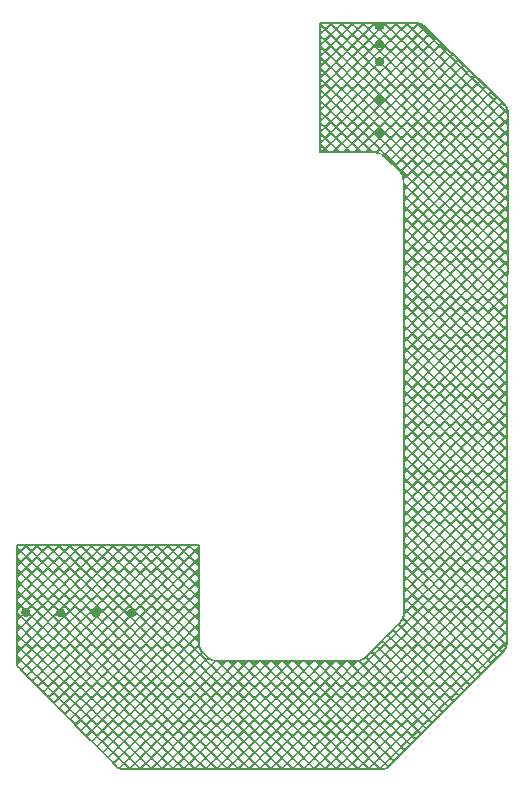
<source format=gbl>
G04 #@! TF.GenerationSoftware,KiCad,Pcbnew,9.0.1*
G04 #@! TF.CreationDate,2025-04-22T18:15:32+02:00*
G04 #@! TF.ProjectId,camera_cable,63616d65-7261-45f6-9361-626c652e6b69,rev?*
G04 #@! TF.SameCoordinates,Original*
G04 #@! TF.FileFunction,Copper,L4,Bot*
G04 #@! TF.FilePolarity,Positive*
%FSLAX46Y46*%
G04 Gerber Fmt 4.6, Leading zero omitted, Abs format (unit mm)*
G04 Created by KiCad (PCBNEW 9.0.1) date 2025-04-22 18:15:32*
%MOMM*%
%LPD*%
G01*
G04 APERTURE LIST*
G04 #@! TA.AperFunction,ViaPad*
%ADD10C,0.550000*%
G04 #@! TD*
G04 APERTURE END LIST*
D10*
G04 #@! TO.N,GND*
X92200000Y-34600000D03*
X68200000Y-84300000D03*
X92200000Y-40800000D03*
X92200000Y-36100000D03*
X65200000Y-84300000D03*
X62250000Y-84250000D03*
X71200000Y-84300000D03*
X92200000Y-37600000D03*
X92200000Y-43700000D03*
G04 #@! TD*
G04 #@! TA.AperFunction,Conductor*
G04 #@! TO.N,GND*
G36*
X95389830Y-34317747D02*
G01*
X95389843Y-34317750D01*
X95412730Y-34317768D01*
X95437091Y-34317789D01*
X95444214Y-34318139D01*
X95586747Y-34332043D01*
X95600725Y-34334784D01*
X95734518Y-34374722D01*
X95747714Y-34380092D01*
X95871372Y-34444931D01*
X95883294Y-34452731D01*
X95994829Y-34542146D01*
X96000174Y-34546872D01*
X102877231Y-41244911D01*
X102877253Y-41244935D01*
X102906464Y-41273383D01*
X102910541Y-41277684D01*
X102988896Y-41367289D01*
X102995951Y-41376796D01*
X103057423Y-41475203D01*
X103062873Y-41485715D01*
X103107865Y-41592672D01*
X103111568Y-41603917D01*
X103138928Y-41716681D01*
X103140790Y-41728374D01*
X103150043Y-41846992D01*
X103150267Y-41852909D01*
X103150205Y-41881336D01*
X103150186Y-41889856D01*
X103088655Y-69671099D01*
X103050499Y-86898168D01*
X103050499Y-86898169D01*
X103050418Y-86934435D01*
X103050050Y-86941643D01*
X103035609Y-87085864D01*
X103032780Y-87100008D01*
X102991691Y-87235213D01*
X102986171Y-87248540D01*
X102919633Y-87373206D01*
X102911634Y-87385208D01*
X102819647Y-87497690D01*
X102814808Y-87503050D01*
X102785328Y-87532664D01*
X102785287Y-87532712D01*
X93003135Y-97361895D01*
X92998864Y-97365861D01*
X92909990Y-97442098D01*
X92900579Y-97448963D01*
X92803347Y-97508768D01*
X92792978Y-97514070D01*
X92687563Y-97557881D01*
X92676488Y-97561491D01*
X92565513Y-97588216D01*
X92554010Y-97590044D01*
X92437114Y-97599270D01*
X92431292Y-97599499D01*
X92385892Y-97599499D01*
X92385884Y-97599500D01*
X70470438Y-97599500D01*
X70464591Y-97599269D01*
X70347392Y-97589980D01*
X70335845Y-97588137D01*
X70297954Y-97578973D01*
X70224442Y-97561193D01*
X70213329Y-97557555D01*
X70107552Y-97513394D01*
X70097149Y-97508049D01*
X69999656Y-97447777D01*
X69990226Y-97440861D01*
X69953210Y-97408922D01*
X70288235Y-97408922D01*
X70367303Y-97428046D01*
X70473963Y-97436500D01*
X70892622Y-97436500D01*
X71181312Y-97436500D01*
X71813275Y-97436500D01*
X72101965Y-97436500D01*
X72733928Y-97436500D01*
X73022618Y-97436500D01*
X73654581Y-97436500D01*
X73943271Y-97436500D01*
X74575234Y-97436500D01*
X74863924Y-97436500D01*
X75495887Y-97436500D01*
X75784577Y-97436500D01*
X76416540Y-97436500D01*
X76705230Y-97436500D01*
X77337193Y-97436500D01*
X77625883Y-97436500D01*
X78257846Y-97436500D01*
X78546536Y-97436500D01*
X79178499Y-97436500D01*
X79467189Y-97436500D01*
X80099152Y-97436500D01*
X80387842Y-97436500D01*
X81019805Y-97436500D01*
X81308495Y-97436500D01*
X81940458Y-97436500D01*
X82229148Y-97436500D01*
X82861111Y-97436500D01*
X83149801Y-97436500D01*
X83781764Y-97436500D01*
X84070454Y-97436500D01*
X84702417Y-97436500D01*
X84991107Y-97436500D01*
X85623070Y-97436500D01*
X85911760Y-97436500D01*
X86543723Y-97436500D01*
X86832413Y-97436500D01*
X87464376Y-97436500D01*
X87753067Y-97436500D01*
X88385029Y-97436500D01*
X88673720Y-97436500D01*
X89305682Y-97436500D01*
X89594373Y-97436500D01*
X90226335Y-97436500D01*
X90515026Y-97436500D01*
X91146988Y-97436500D01*
X91435679Y-97436500D01*
X92067641Y-97436500D01*
X92356332Y-97436500D01*
X92384952Y-97436500D01*
X92384968Y-97436499D01*
X92427786Y-97436499D01*
X92534181Y-97428101D01*
X92631492Y-97404666D01*
X92723933Y-97366248D01*
X92809196Y-97313804D01*
X92839556Y-97287761D01*
X92672313Y-97120518D01*
X92356332Y-97436500D01*
X92067641Y-97436500D01*
X91751660Y-97120518D01*
X91435679Y-97436500D01*
X91146988Y-97436500D01*
X90831007Y-97120518D01*
X90515026Y-97436500D01*
X90226335Y-97436500D01*
X89910354Y-97120518D01*
X89594373Y-97436500D01*
X89305682Y-97436500D01*
X88989701Y-97120518D01*
X88673720Y-97436500D01*
X88385029Y-97436500D01*
X88069048Y-97120518D01*
X87753067Y-97436500D01*
X87464376Y-97436500D01*
X87148394Y-97120518D01*
X86832413Y-97436500D01*
X86543723Y-97436500D01*
X86227741Y-97120518D01*
X85911760Y-97436500D01*
X85623070Y-97436500D01*
X85307088Y-97120518D01*
X84991107Y-97436500D01*
X84702417Y-97436500D01*
X84386435Y-97120518D01*
X84070454Y-97436500D01*
X83781764Y-97436500D01*
X83465782Y-97120518D01*
X83149801Y-97436500D01*
X82861111Y-97436500D01*
X82545129Y-97120518D01*
X82229148Y-97436500D01*
X81940458Y-97436500D01*
X81624476Y-97120518D01*
X81308495Y-97436500D01*
X81019805Y-97436500D01*
X80703823Y-97120518D01*
X80387842Y-97436500D01*
X80099152Y-97436500D01*
X79783170Y-97120518D01*
X79467189Y-97436500D01*
X79178499Y-97436500D01*
X78862517Y-97120518D01*
X78546536Y-97436500D01*
X78257846Y-97436500D01*
X77941864Y-97120518D01*
X77625883Y-97436500D01*
X77337193Y-97436500D01*
X77021211Y-97120518D01*
X76705230Y-97436500D01*
X76416540Y-97436500D01*
X76100558Y-97120518D01*
X75784577Y-97436500D01*
X75495887Y-97436500D01*
X75179905Y-97120518D01*
X74863924Y-97436500D01*
X74575234Y-97436500D01*
X74259252Y-97120518D01*
X73943271Y-97436500D01*
X73654581Y-97436500D01*
X73338599Y-97120518D01*
X73022618Y-97436500D01*
X72733928Y-97436500D01*
X72417946Y-97120518D01*
X72101965Y-97436500D01*
X71813275Y-97436500D01*
X71497293Y-97120518D01*
X71181312Y-97436500D01*
X70892622Y-97436500D01*
X70576640Y-97120518D01*
X70288235Y-97408922D01*
X69953210Y-97408922D01*
X69901273Y-97364108D01*
X69896997Y-97360112D01*
X69870820Y-97333639D01*
X69870788Y-97333607D01*
X69544072Y-97003199D01*
X69773304Y-97003199D01*
X69986633Y-97218938D01*
X69986695Y-97219000D01*
X70010431Y-97243005D01*
X70091365Y-97312837D01*
X70142184Y-97344255D01*
X70471281Y-97015159D01*
X70681999Y-97015159D01*
X71036966Y-97370126D01*
X71391934Y-97015159D01*
X71602652Y-97015159D01*
X71957620Y-97370126D01*
X72312587Y-97015159D01*
X72523305Y-97015159D01*
X72878273Y-97370126D01*
X73233240Y-97015159D01*
X73443958Y-97015159D01*
X73798926Y-97370126D01*
X74153893Y-97015159D01*
X74364611Y-97015159D01*
X74719579Y-97370126D01*
X75074546Y-97015159D01*
X75285264Y-97015159D01*
X75640232Y-97370126D01*
X75995199Y-97015159D01*
X76205917Y-97015159D01*
X76560885Y-97370126D01*
X76915852Y-97015159D01*
X77126570Y-97015159D01*
X77481538Y-97370126D01*
X77836505Y-97015159D01*
X78047223Y-97015159D01*
X78402191Y-97370126D01*
X78757158Y-97015159D01*
X78967876Y-97015159D01*
X79322844Y-97370126D01*
X79677811Y-97015159D01*
X79888529Y-97015159D01*
X80243497Y-97370126D01*
X80598464Y-97015159D01*
X80809182Y-97015159D01*
X81164150Y-97370126D01*
X81519117Y-97015159D01*
X81729835Y-97015159D01*
X82084803Y-97370126D01*
X82439770Y-97015159D01*
X82650488Y-97015159D01*
X83005456Y-97370126D01*
X83360423Y-97015159D01*
X83571141Y-97015159D01*
X83926109Y-97370126D01*
X84281076Y-97015159D01*
X84491794Y-97015159D01*
X84846762Y-97370126D01*
X85201729Y-97015159D01*
X85412447Y-97015159D01*
X85767415Y-97370126D01*
X86122382Y-97015159D01*
X86333100Y-97015159D01*
X86688068Y-97370126D01*
X87043035Y-97015159D01*
X87253753Y-97015159D01*
X87608721Y-97370126D01*
X87963688Y-97015159D01*
X88174406Y-97015159D01*
X88529374Y-97370126D01*
X88884341Y-97015159D01*
X89095059Y-97015159D01*
X89450027Y-97370126D01*
X89804994Y-97015159D01*
X90015712Y-97015159D01*
X90370680Y-97370126D01*
X90725647Y-97015159D01*
X90936366Y-97015159D01*
X91291333Y-97370126D01*
X91646301Y-97015159D01*
X91857019Y-97015159D01*
X92211986Y-97370126D01*
X92566954Y-97015159D01*
X92777672Y-97015159D01*
X92948366Y-97185853D01*
X93302482Y-96830034D01*
X93132639Y-96660191D01*
X92777672Y-97015159D01*
X92566954Y-97015159D01*
X92211986Y-96660191D01*
X91857019Y-97015159D01*
X91646301Y-97015159D01*
X91291333Y-96660191D01*
X90936366Y-97015159D01*
X90725647Y-97015159D01*
X90370680Y-96660191D01*
X90015712Y-97015159D01*
X89804994Y-97015159D01*
X89450027Y-96660191D01*
X89095059Y-97015159D01*
X88884341Y-97015159D01*
X88529374Y-96660191D01*
X88174406Y-97015159D01*
X87963688Y-97015159D01*
X87608721Y-96660191D01*
X87253753Y-97015159D01*
X87043035Y-97015159D01*
X86688068Y-96660191D01*
X86333100Y-97015159D01*
X86122382Y-97015159D01*
X85767415Y-96660191D01*
X85412447Y-97015159D01*
X85201729Y-97015159D01*
X84846762Y-96660191D01*
X84491794Y-97015159D01*
X84281076Y-97015159D01*
X83926109Y-96660191D01*
X83571141Y-97015159D01*
X83360423Y-97015159D01*
X83005456Y-96660191D01*
X82650488Y-97015159D01*
X82439770Y-97015159D01*
X82084803Y-96660191D01*
X81729835Y-97015159D01*
X81519117Y-97015159D01*
X81164150Y-96660191D01*
X80809182Y-97015159D01*
X80598464Y-97015159D01*
X80243497Y-96660191D01*
X79888529Y-97015159D01*
X79677811Y-97015159D01*
X79322844Y-96660191D01*
X78967876Y-97015159D01*
X78757158Y-97015159D01*
X78402191Y-96660191D01*
X78047223Y-97015159D01*
X77836505Y-97015159D01*
X77481538Y-96660192D01*
X77126570Y-97015159D01*
X76915852Y-97015159D01*
X76560885Y-96660192D01*
X76205917Y-97015159D01*
X75995199Y-97015159D01*
X75640232Y-96660192D01*
X75285264Y-97015159D01*
X75074546Y-97015159D01*
X74719579Y-96660192D01*
X74364611Y-97015159D01*
X74153893Y-97015159D01*
X73798926Y-96660192D01*
X73443958Y-97015159D01*
X73233240Y-97015159D01*
X72878273Y-96660192D01*
X72523305Y-97015159D01*
X72312587Y-97015159D01*
X71957620Y-96660192D01*
X71602652Y-97015159D01*
X71391934Y-97015159D01*
X71036966Y-96660191D01*
X70681999Y-97015159D01*
X70471281Y-97015159D01*
X70116313Y-96660191D01*
X69773304Y-97003199D01*
X69544072Y-97003199D01*
X69086332Y-96540287D01*
X69315564Y-96540287D01*
X69668537Y-96897248D01*
X70010954Y-96554832D01*
X70221672Y-96554832D01*
X70576640Y-96909800D01*
X70931607Y-96554832D01*
X71142325Y-96554832D01*
X71497293Y-96909800D01*
X71852260Y-96554832D01*
X72062978Y-96554832D01*
X72417946Y-96909800D01*
X72772913Y-96554832D01*
X72983631Y-96554832D01*
X73338599Y-96909800D01*
X73693566Y-96554832D01*
X73904284Y-96554832D01*
X74259252Y-96909800D01*
X74614219Y-96554832D01*
X74824938Y-96554832D01*
X75179905Y-96909800D01*
X75534873Y-96554832D01*
X75745591Y-96554832D01*
X76100558Y-96909800D01*
X76455526Y-96554832D01*
X76666244Y-96554832D01*
X77021211Y-96909800D01*
X77376179Y-96554832D01*
X77586897Y-96554832D01*
X77941864Y-96909800D01*
X78296832Y-96554832D01*
X78507550Y-96554832D01*
X78862517Y-96909800D01*
X79217485Y-96554832D01*
X79428203Y-96554832D01*
X79783170Y-96909800D01*
X80138138Y-96554832D01*
X80348856Y-96554832D01*
X80703823Y-96909800D01*
X81058791Y-96554832D01*
X81269509Y-96554832D01*
X81624476Y-96909800D01*
X81979444Y-96554832D01*
X82190162Y-96554832D01*
X82545129Y-96909800D01*
X82900097Y-96554832D01*
X83110815Y-96554832D01*
X83465782Y-96909800D01*
X83820750Y-96554832D01*
X84031468Y-96554832D01*
X84386435Y-96909800D01*
X84741403Y-96554832D01*
X84952121Y-96554832D01*
X85307088Y-96909800D01*
X85662056Y-96554832D01*
X85872774Y-96554832D01*
X86227741Y-96909800D01*
X86582709Y-96554832D01*
X86793427Y-96554832D01*
X87148394Y-96909800D01*
X87503362Y-96554832D01*
X87714080Y-96554832D01*
X88069048Y-96909800D01*
X88424015Y-96554832D01*
X88634733Y-96554832D01*
X88989701Y-96909800D01*
X89344668Y-96554832D01*
X89555386Y-96554832D01*
X89910354Y-96909800D01*
X90265321Y-96554832D01*
X90476039Y-96554832D01*
X90831007Y-96909800D01*
X91185974Y-96554832D01*
X91396692Y-96554832D01*
X91751660Y-96909800D01*
X92106627Y-96554832D01*
X92317345Y-96554832D01*
X92672313Y-96909800D01*
X93027280Y-96554832D01*
X93237998Y-96554832D01*
X93407589Y-96724423D01*
X93761705Y-96368604D01*
X93592966Y-96199865D01*
X93237998Y-96554832D01*
X93027280Y-96554832D01*
X92672313Y-96199865D01*
X92317345Y-96554832D01*
X92106627Y-96554832D01*
X91751660Y-96199865D01*
X91396692Y-96554832D01*
X91185974Y-96554832D01*
X90831007Y-96199865D01*
X90476039Y-96554832D01*
X90265321Y-96554832D01*
X89910354Y-96199865D01*
X89555386Y-96554832D01*
X89344668Y-96554832D01*
X88989701Y-96199865D01*
X88634733Y-96554832D01*
X88424015Y-96554832D01*
X88069048Y-96199865D01*
X87714080Y-96554832D01*
X87503362Y-96554832D01*
X87148394Y-96199865D01*
X86793427Y-96554832D01*
X86582709Y-96554832D01*
X86227741Y-96199865D01*
X85872774Y-96554832D01*
X85662056Y-96554832D01*
X85307088Y-96199865D01*
X84952121Y-96554832D01*
X84741403Y-96554832D01*
X84386435Y-96199865D01*
X84031468Y-96554832D01*
X83820750Y-96554832D01*
X83465782Y-96199865D01*
X83110815Y-96554832D01*
X82900097Y-96554832D01*
X82545129Y-96199865D01*
X82190162Y-96554832D01*
X81979444Y-96554832D01*
X81624476Y-96199865D01*
X81269509Y-96554832D01*
X81058791Y-96554832D01*
X80703823Y-96199865D01*
X80348856Y-96554832D01*
X80138138Y-96554832D01*
X79783170Y-96199865D01*
X79428203Y-96554832D01*
X79217485Y-96554832D01*
X78862517Y-96199865D01*
X78507550Y-96554832D01*
X78296832Y-96554832D01*
X77941864Y-96199865D01*
X77586897Y-96554832D01*
X77376179Y-96554832D01*
X77021211Y-96199865D01*
X76666244Y-96554832D01*
X76455526Y-96554832D01*
X76100558Y-96199865D01*
X75745591Y-96554832D01*
X75534873Y-96554832D01*
X75179905Y-96199865D01*
X74824938Y-96554832D01*
X74614219Y-96554832D01*
X74259252Y-96199865D01*
X73904284Y-96554832D01*
X73693566Y-96554832D01*
X73338599Y-96199865D01*
X72983631Y-96554832D01*
X72772913Y-96554832D01*
X72417946Y-96199865D01*
X72062978Y-96554832D01*
X71852260Y-96554832D01*
X71497293Y-96199865D01*
X71142325Y-96554832D01*
X70931607Y-96554832D01*
X70576640Y-96199865D01*
X70221672Y-96554832D01*
X70010954Y-96554832D01*
X69655987Y-96199865D01*
X69315564Y-96540287D01*
X69086332Y-96540287D01*
X68628592Y-96077374D01*
X68857823Y-96077374D01*
X69210797Y-96434336D01*
X69550628Y-96094506D01*
X69761346Y-96094506D01*
X70116313Y-96449473D01*
X70471281Y-96094506D01*
X70681999Y-96094506D01*
X71036966Y-96449473D01*
X71391934Y-96094506D01*
X71602652Y-96094506D01*
X71957620Y-96449473D01*
X72312587Y-96094506D01*
X72523305Y-96094506D01*
X72878273Y-96449473D01*
X73233240Y-96094506D01*
X73443958Y-96094506D01*
X73798926Y-96449473D01*
X74153893Y-96094506D01*
X74364611Y-96094506D01*
X74719579Y-96449473D01*
X75074546Y-96094506D01*
X75285264Y-96094506D01*
X75640232Y-96449473D01*
X75995199Y-96094506D01*
X76205917Y-96094506D01*
X76560885Y-96449473D01*
X76915852Y-96094506D01*
X77126570Y-96094506D01*
X77481538Y-96449473D01*
X77836505Y-96094506D01*
X78047223Y-96094506D01*
X78402191Y-96449473D01*
X78757158Y-96094506D01*
X78967876Y-96094506D01*
X79322844Y-96449473D01*
X79677811Y-96094506D01*
X79888529Y-96094506D01*
X80243497Y-96449473D01*
X80598464Y-96094506D01*
X80809182Y-96094506D01*
X81164150Y-96449473D01*
X81519117Y-96094506D01*
X81729835Y-96094506D01*
X82084803Y-96449473D01*
X82439770Y-96094506D01*
X82650488Y-96094506D01*
X83005456Y-96449473D01*
X83360423Y-96094506D01*
X83571141Y-96094506D01*
X83926109Y-96449473D01*
X84281076Y-96094506D01*
X84491794Y-96094506D01*
X84846762Y-96449473D01*
X85201729Y-96094506D01*
X85412447Y-96094506D01*
X85767415Y-96449473D01*
X86122382Y-96094506D01*
X86333100Y-96094506D01*
X86688068Y-96449473D01*
X87043035Y-96094506D01*
X87253753Y-96094506D01*
X87608721Y-96449473D01*
X87963688Y-96094506D01*
X88174406Y-96094506D01*
X88529374Y-96449473D01*
X88884341Y-96094506D01*
X89095059Y-96094506D01*
X89450027Y-96449473D01*
X89804994Y-96094506D01*
X90015712Y-96094506D01*
X90370680Y-96449473D01*
X90725647Y-96094506D01*
X90936366Y-96094506D01*
X91291333Y-96449473D01*
X91646301Y-96094506D01*
X91857019Y-96094506D01*
X92211986Y-96449473D01*
X92566954Y-96094506D01*
X92777672Y-96094506D01*
X93132639Y-96449473D01*
X93487607Y-96094506D01*
X93698325Y-96094506D01*
X93866811Y-96262992D01*
X94220928Y-95907174D01*
X94053292Y-95739538D01*
X93698325Y-96094506D01*
X93487607Y-96094506D01*
X93132639Y-95739538D01*
X92777672Y-96094506D01*
X92566954Y-96094506D01*
X92211986Y-95739538D01*
X91857019Y-96094506D01*
X91646301Y-96094506D01*
X91291333Y-95739538D01*
X90936366Y-96094506D01*
X90725647Y-96094506D01*
X90370680Y-95739538D01*
X90015712Y-96094506D01*
X89804994Y-96094506D01*
X89450027Y-95739538D01*
X89095059Y-96094506D01*
X88884341Y-96094506D01*
X88529374Y-95739538D01*
X88174406Y-96094506D01*
X87963688Y-96094506D01*
X87608721Y-95739538D01*
X87253753Y-96094506D01*
X87043035Y-96094506D01*
X86688068Y-95739538D01*
X86333100Y-96094506D01*
X86122382Y-96094506D01*
X85767415Y-95739538D01*
X85412447Y-96094506D01*
X85201729Y-96094506D01*
X84846762Y-95739538D01*
X84491794Y-96094506D01*
X84281076Y-96094506D01*
X83926109Y-95739538D01*
X83571141Y-96094506D01*
X83360423Y-96094506D01*
X83005456Y-95739538D01*
X82650488Y-96094506D01*
X82439770Y-96094506D01*
X82084803Y-95739538D01*
X81729835Y-96094506D01*
X81519117Y-96094506D01*
X81164150Y-95739538D01*
X80809182Y-96094506D01*
X80598464Y-96094506D01*
X80243497Y-95739538D01*
X79888529Y-96094506D01*
X79677811Y-96094506D01*
X79322844Y-95739538D01*
X78967876Y-96094506D01*
X78757158Y-96094506D01*
X78402191Y-95739538D01*
X78047223Y-96094506D01*
X77836505Y-96094506D01*
X77481538Y-95739539D01*
X77126570Y-96094506D01*
X76915852Y-96094506D01*
X76560885Y-95739539D01*
X76205917Y-96094506D01*
X75995199Y-96094506D01*
X75640232Y-95739539D01*
X75285264Y-96094506D01*
X75074546Y-96094506D01*
X74719579Y-95739539D01*
X74364611Y-96094506D01*
X74153893Y-96094506D01*
X73798926Y-95739539D01*
X73443958Y-96094506D01*
X73233240Y-96094506D01*
X72878273Y-95739539D01*
X72523305Y-96094506D01*
X72312587Y-96094506D01*
X71957620Y-95739539D01*
X71602652Y-96094506D01*
X71391934Y-96094506D01*
X71036966Y-95739538D01*
X70681999Y-96094506D01*
X70471281Y-96094506D01*
X70116313Y-95739538D01*
X69761346Y-96094506D01*
X69550628Y-96094506D01*
X69195660Y-95739538D01*
X68857823Y-96077374D01*
X68628592Y-96077374D01*
X68170852Y-95614462D01*
X68400083Y-95614462D01*
X68753056Y-95971423D01*
X69090301Y-95634179D01*
X69301019Y-95634179D01*
X69655987Y-95989147D01*
X70010954Y-95634179D01*
X70221672Y-95634179D01*
X70576640Y-95989147D01*
X70931607Y-95634179D01*
X71142325Y-95634179D01*
X71497293Y-95989147D01*
X71852260Y-95634179D01*
X72062978Y-95634179D01*
X72417946Y-95989147D01*
X72772913Y-95634179D01*
X72983631Y-95634179D01*
X73338599Y-95989147D01*
X73693566Y-95634179D01*
X73904284Y-95634179D01*
X74259252Y-95989147D01*
X74614219Y-95634179D01*
X74824938Y-95634179D01*
X75179905Y-95989147D01*
X75534873Y-95634179D01*
X75745591Y-95634179D01*
X76100558Y-95989147D01*
X76455526Y-95634179D01*
X76666244Y-95634179D01*
X77021211Y-95989147D01*
X77376179Y-95634179D01*
X77586897Y-95634179D01*
X77941864Y-95989147D01*
X78296832Y-95634179D01*
X78507550Y-95634179D01*
X78862517Y-95989147D01*
X79217485Y-95634179D01*
X79428203Y-95634179D01*
X79783170Y-95989147D01*
X80138138Y-95634179D01*
X80348856Y-95634179D01*
X80703823Y-95989147D01*
X81058791Y-95634179D01*
X81269509Y-95634179D01*
X81624476Y-95989147D01*
X81979444Y-95634179D01*
X82190162Y-95634179D01*
X82545129Y-95989147D01*
X82900097Y-95634179D01*
X83110815Y-95634179D01*
X83465782Y-95989147D01*
X83820750Y-95634179D01*
X84031468Y-95634179D01*
X84386435Y-95989147D01*
X84741403Y-95634179D01*
X84952121Y-95634179D01*
X85307088Y-95989147D01*
X85662056Y-95634179D01*
X85872774Y-95634179D01*
X86227741Y-95989147D01*
X86582709Y-95634179D01*
X86793427Y-95634179D01*
X87148394Y-95989147D01*
X87503362Y-95634179D01*
X87714080Y-95634179D01*
X88069048Y-95989147D01*
X88424015Y-95634179D01*
X88634733Y-95634179D01*
X88989701Y-95989147D01*
X89344668Y-95634179D01*
X89555386Y-95634179D01*
X89910354Y-95989147D01*
X90265321Y-95634179D01*
X90476039Y-95634179D01*
X90831007Y-95989147D01*
X91185974Y-95634179D01*
X91396692Y-95634179D01*
X91751660Y-95989147D01*
X92106627Y-95634179D01*
X92317345Y-95634179D01*
X92672313Y-95989147D01*
X93027280Y-95634179D01*
X93237998Y-95634179D01*
X93592966Y-95989147D01*
X93947933Y-95634179D01*
X94158651Y-95634179D01*
X94326034Y-95801562D01*
X94680150Y-95445743D01*
X94513619Y-95279212D01*
X94158651Y-95634179D01*
X93947933Y-95634179D01*
X93592966Y-95279212D01*
X93237998Y-95634179D01*
X93027280Y-95634179D01*
X92672313Y-95279212D01*
X92317345Y-95634179D01*
X92106627Y-95634179D01*
X91751660Y-95279212D01*
X91396692Y-95634179D01*
X91185974Y-95634179D01*
X90831007Y-95279212D01*
X90476039Y-95634179D01*
X90265321Y-95634179D01*
X89910354Y-95279212D01*
X89555386Y-95634179D01*
X89344668Y-95634179D01*
X88989701Y-95279212D01*
X88634733Y-95634179D01*
X88424015Y-95634179D01*
X88069048Y-95279212D01*
X87714080Y-95634179D01*
X87503362Y-95634179D01*
X87148394Y-95279212D01*
X86793427Y-95634179D01*
X86582709Y-95634179D01*
X86227741Y-95279212D01*
X85872774Y-95634179D01*
X85662056Y-95634179D01*
X85307088Y-95279212D01*
X84952121Y-95634179D01*
X84741403Y-95634179D01*
X84386435Y-95279212D01*
X84031468Y-95634179D01*
X83820750Y-95634179D01*
X83465782Y-95279212D01*
X83110815Y-95634179D01*
X82900097Y-95634179D01*
X82545129Y-95279212D01*
X82190162Y-95634179D01*
X81979444Y-95634179D01*
X81624476Y-95279212D01*
X81269509Y-95634179D01*
X81058791Y-95634179D01*
X80703823Y-95279212D01*
X80348856Y-95634179D01*
X80138138Y-95634179D01*
X79783170Y-95279212D01*
X79428203Y-95634179D01*
X79217485Y-95634179D01*
X78862517Y-95279212D01*
X78507550Y-95634179D01*
X78296832Y-95634179D01*
X77941864Y-95279212D01*
X77586897Y-95634179D01*
X77376179Y-95634179D01*
X77021211Y-95279212D01*
X76666244Y-95634179D01*
X76455526Y-95634179D01*
X76100558Y-95279212D01*
X75745591Y-95634179D01*
X75534873Y-95634179D01*
X75179905Y-95279212D01*
X74824938Y-95634179D01*
X74614219Y-95634179D01*
X74259252Y-95279212D01*
X73904284Y-95634179D01*
X73693566Y-95634179D01*
X73338599Y-95279212D01*
X72983631Y-95634179D01*
X72772913Y-95634179D01*
X72417946Y-95279212D01*
X72062978Y-95634179D01*
X71852260Y-95634179D01*
X71497293Y-95279212D01*
X71142325Y-95634179D01*
X70931607Y-95634179D01*
X70576640Y-95279212D01*
X70221672Y-95634179D01*
X70010954Y-95634179D01*
X69655987Y-95279212D01*
X69301019Y-95634179D01*
X69090301Y-95634179D01*
X68735334Y-95279212D01*
X68400083Y-95614462D01*
X68170852Y-95614462D01*
X67713112Y-95151549D01*
X67942342Y-95151549D01*
X68295316Y-95508511D01*
X68629975Y-95173853D01*
X68840693Y-95173853D01*
X69195660Y-95528820D01*
X69550628Y-95173853D01*
X69761346Y-95173853D01*
X70116313Y-95528820D01*
X70471281Y-95173853D01*
X70681999Y-95173853D01*
X71036966Y-95528820D01*
X71391934Y-95173853D01*
X71602652Y-95173853D01*
X71957620Y-95528820D01*
X72312587Y-95173853D01*
X72523305Y-95173853D01*
X72878273Y-95528820D01*
X73233240Y-95173853D01*
X73443958Y-95173853D01*
X73798926Y-95528820D01*
X74153893Y-95173853D01*
X74364611Y-95173853D01*
X74719579Y-95528820D01*
X75074546Y-95173853D01*
X75285264Y-95173853D01*
X75640232Y-95528820D01*
X75995199Y-95173853D01*
X76205917Y-95173853D01*
X76560885Y-95528820D01*
X76915852Y-95173853D01*
X77126570Y-95173853D01*
X77481538Y-95528820D01*
X77836505Y-95173853D01*
X78047223Y-95173853D01*
X78402191Y-95528820D01*
X78757158Y-95173853D01*
X78967876Y-95173853D01*
X79322844Y-95528820D01*
X79677811Y-95173853D01*
X79888529Y-95173853D01*
X80243497Y-95528820D01*
X80598464Y-95173853D01*
X80809182Y-95173853D01*
X81164150Y-95528820D01*
X81519117Y-95173853D01*
X81729835Y-95173853D01*
X82084803Y-95528820D01*
X82439770Y-95173853D01*
X82650488Y-95173853D01*
X83005456Y-95528820D01*
X83360423Y-95173853D01*
X83571141Y-95173853D01*
X83926109Y-95528820D01*
X84281076Y-95173853D01*
X84491794Y-95173853D01*
X84846762Y-95528820D01*
X85201729Y-95173853D01*
X85412447Y-95173853D01*
X85767415Y-95528820D01*
X86122382Y-95173853D01*
X86333100Y-95173853D01*
X86688068Y-95528820D01*
X87043035Y-95173853D01*
X87253753Y-95173853D01*
X87608721Y-95528820D01*
X87963688Y-95173853D01*
X88174406Y-95173853D01*
X88529374Y-95528820D01*
X88884341Y-95173853D01*
X89095059Y-95173853D01*
X89450027Y-95528820D01*
X89804994Y-95173853D01*
X90015712Y-95173853D01*
X90370680Y-95528820D01*
X90725647Y-95173853D01*
X90936366Y-95173853D01*
X91291333Y-95528820D01*
X91646301Y-95173853D01*
X91857019Y-95173853D01*
X92211986Y-95528820D01*
X92566954Y-95173853D01*
X92777672Y-95173853D01*
X93132639Y-95528820D01*
X93487607Y-95173853D01*
X93698325Y-95173853D01*
X94053292Y-95528820D01*
X94408260Y-95173853D01*
X94618978Y-95173853D01*
X94785256Y-95340131D01*
X95139373Y-94984313D01*
X94973945Y-94818885D01*
X94618978Y-95173853D01*
X94408260Y-95173853D01*
X94053292Y-94818885D01*
X93698325Y-95173853D01*
X93487607Y-95173853D01*
X93132639Y-94818885D01*
X92777672Y-95173853D01*
X92566954Y-95173853D01*
X92211986Y-94818885D01*
X91857019Y-95173853D01*
X91646301Y-95173853D01*
X91291333Y-94818885D01*
X90936366Y-95173853D01*
X90725647Y-95173853D01*
X90370680Y-94818885D01*
X90015712Y-95173853D01*
X89804994Y-95173853D01*
X89450027Y-94818885D01*
X89095059Y-95173853D01*
X88884341Y-95173853D01*
X88529374Y-94818885D01*
X88174406Y-95173853D01*
X87963688Y-95173853D01*
X87608721Y-94818885D01*
X87253753Y-95173853D01*
X87043035Y-95173853D01*
X86688068Y-94818885D01*
X86333100Y-95173853D01*
X86122382Y-95173853D01*
X85767415Y-94818885D01*
X85412447Y-95173853D01*
X85201729Y-95173853D01*
X84846762Y-94818885D01*
X84491794Y-95173853D01*
X84281076Y-95173853D01*
X83926109Y-94818885D01*
X83571141Y-95173853D01*
X83360423Y-95173853D01*
X83005456Y-94818885D01*
X82650488Y-95173853D01*
X82439770Y-95173853D01*
X82084803Y-94818885D01*
X81729835Y-95173853D01*
X81519117Y-95173853D01*
X81164150Y-94818885D01*
X80809182Y-95173853D01*
X80598464Y-95173853D01*
X80243497Y-94818885D01*
X79888529Y-95173853D01*
X79677811Y-95173853D01*
X79322844Y-94818885D01*
X78967876Y-95173853D01*
X78757158Y-95173853D01*
X78402191Y-94818885D01*
X78047223Y-95173853D01*
X77836505Y-95173853D01*
X77481538Y-94818886D01*
X77126570Y-95173853D01*
X76915852Y-95173853D01*
X76560885Y-94818886D01*
X76205917Y-95173853D01*
X75995199Y-95173853D01*
X75640232Y-94818886D01*
X75285264Y-95173853D01*
X75074546Y-95173853D01*
X74719579Y-94818886D01*
X74364611Y-95173853D01*
X74153893Y-95173853D01*
X73798926Y-94818886D01*
X73443958Y-95173853D01*
X73233240Y-95173853D01*
X72878273Y-94818886D01*
X72523305Y-95173853D01*
X72312587Y-95173853D01*
X71957620Y-94818886D01*
X71602652Y-95173853D01*
X71391934Y-95173853D01*
X71036966Y-94818885D01*
X70681999Y-95173853D01*
X70471281Y-95173853D01*
X70116313Y-94818885D01*
X69761346Y-95173853D01*
X69550628Y-95173853D01*
X69195660Y-94818885D01*
X68840693Y-95173853D01*
X68629975Y-95173853D01*
X68275007Y-94818885D01*
X67942342Y-95151549D01*
X67713112Y-95151549D01*
X67255371Y-94688636D01*
X67484603Y-94688636D01*
X67837575Y-95045598D01*
X68169648Y-94713526D01*
X68380366Y-94713526D01*
X68735334Y-95068494D01*
X69090301Y-94713526D01*
X69301019Y-94713526D01*
X69655987Y-95068494D01*
X70010954Y-94713526D01*
X70221672Y-94713526D01*
X70576640Y-95068494D01*
X70931607Y-94713526D01*
X71142325Y-94713526D01*
X71497293Y-95068494D01*
X71852260Y-94713526D01*
X72062978Y-94713526D01*
X72417946Y-95068494D01*
X72772913Y-94713526D01*
X72983631Y-94713526D01*
X73338599Y-95068494D01*
X73693566Y-94713526D01*
X73904284Y-94713526D01*
X74259252Y-95068494D01*
X74614219Y-94713526D01*
X74824938Y-94713526D01*
X75179905Y-95068494D01*
X75534873Y-94713526D01*
X75745591Y-94713526D01*
X76100558Y-95068494D01*
X76455526Y-94713526D01*
X76666244Y-94713526D01*
X77021211Y-95068494D01*
X77376179Y-94713526D01*
X77586897Y-94713526D01*
X77941864Y-95068494D01*
X78296832Y-94713526D01*
X78507550Y-94713526D01*
X78862517Y-95068494D01*
X79217485Y-94713526D01*
X79428203Y-94713526D01*
X79783170Y-95068494D01*
X80138138Y-94713526D01*
X80348856Y-94713526D01*
X80703823Y-95068494D01*
X81058791Y-94713526D01*
X81269509Y-94713526D01*
X81624476Y-95068494D01*
X81979444Y-94713526D01*
X82190162Y-94713526D01*
X82545129Y-95068494D01*
X82900097Y-94713526D01*
X83110815Y-94713526D01*
X83465782Y-95068494D01*
X83820750Y-94713526D01*
X84031468Y-94713526D01*
X84386435Y-95068494D01*
X84741403Y-94713526D01*
X84952121Y-94713526D01*
X85307088Y-95068494D01*
X85662056Y-94713526D01*
X85872774Y-94713526D01*
X86227741Y-95068494D01*
X86582709Y-94713526D01*
X86793427Y-94713526D01*
X87148394Y-95068494D01*
X87503362Y-94713526D01*
X87714080Y-94713526D01*
X88069048Y-95068494D01*
X88424015Y-94713526D01*
X88634733Y-94713526D01*
X88989701Y-95068494D01*
X89344668Y-94713526D01*
X89555386Y-94713526D01*
X89910354Y-95068494D01*
X90265321Y-94713526D01*
X90476039Y-94713526D01*
X90831007Y-95068494D01*
X91185974Y-94713526D01*
X91396692Y-94713526D01*
X91751660Y-95068494D01*
X92106627Y-94713526D01*
X92317345Y-94713526D01*
X92672313Y-95068494D01*
X93027280Y-94713526D01*
X93237998Y-94713526D01*
X93592966Y-95068494D01*
X93947933Y-94713526D01*
X94158651Y-94713526D01*
X94513619Y-95068494D01*
X94868586Y-94713526D01*
X95079304Y-94713526D01*
X95244479Y-94878701D01*
X95598595Y-94522882D01*
X95434272Y-94358559D01*
X95079304Y-94713526D01*
X94868586Y-94713526D01*
X94513619Y-94358559D01*
X94158651Y-94713526D01*
X93947933Y-94713526D01*
X93592966Y-94358559D01*
X93237998Y-94713526D01*
X93027280Y-94713526D01*
X92672313Y-94358559D01*
X92317345Y-94713526D01*
X92106627Y-94713526D01*
X91751660Y-94358559D01*
X91396692Y-94713526D01*
X91185974Y-94713526D01*
X90831007Y-94358559D01*
X90476039Y-94713526D01*
X90265321Y-94713526D01*
X89910354Y-94358559D01*
X89555386Y-94713526D01*
X89344668Y-94713526D01*
X88989701Y-94358559D01*
X88634733Y-94713526D01*
X88424015Y-94713526D01*
X88069048Y-94358559D01*
X87714080Y-94713526D01*
X87503362Y-94713526D01*
X87148394Y-94358559D01*
X86793427Y-94713526D01*
X86582709Y-94713526D01*
X86227741Y-94358559D01*
X85872774Y-94713526D01*
X85662056Y-94713526D01*
X85307088Y-94358559D01*
X84952121Y-94713526D01*
X84741403Y-94713526D01*
X84386435Y-94358559D01*
X84031468Y-94713526D01*
X83820750Y-94713526D01*
X83465782Y-94358559D01*
X83110815Y-94713526D01*
X82900097Y-94713526D01*
X82545129Y-94358559D01*
X82190162Y-94713526D01*
X81979444Y-94713526D01*
X81624476Y-94358559D01*
X81269509Y-94713526D01*
X81058791Y-94713526D01*
X80703823Y-94358559D01*
X80348856Y-94713526D01*
X80138138Y-94713526D01*
X79783170Y-94358559D01*
X79428203Y-94713526D01*
X79217485Y-94713526D01*
X78862517Y-94358559D01*
X78507550Y-94713526D01*
X78296832Y-94713526D01*
X77941864Y-94358559D01*
X77586897Y-94713526D01*
X77376179Y-94713526D01*
X77021211Y-94358559D01*
X76666244Y-94713526D01*
X76455526Y-94713526D01*
X76100558Y-94358559D01*
X75745591Y-94713526D01*
X75534873Y-94713526D01*
X75179905Y-94358559D01*
X74824938Y-94713526D01*
X74614219Y-94713526D01*
X74259252Y-94358559D01*
X73904284Y-94713526D01*
X73693566Y-94713526D01*
X73338599Y-94358559D01*
X72983631Y-94713526D01*
X72772913Y-94713526D01*
X72417946Y-94358559D01*
X72062978Y-94713526D01*
X71852260Y-94713526D01*
X71497293Y-94358559D01*
X71142325Y-94713526D01*
X70931607Y-94713526D01*
X70576640Y-94358559D01*
X70221672Y-94713526D01*
X70010954Y-94713526D01*
X69655987Y-94358559D01*
X69301019Y-94713526D01*
X69090301Y-94713526D01*
X68735334Y-94358559D01*
X68380366Y-94713526D01*
X68169648Y-94713526D01*
X67814681Y-94358559D01*
X67484603Y-94688636D01*
X67255371Y-94688636D01*
X66797631Y-94225723D01*
X67026862Y-94225723D01*
X67379835Y-94582685D01*
X67709320Y-94253200D01*
X67920040Y-94253200D01*
X68275007Y-94608167D01*
X68629975Y-94253200D01*
X68840693Y-94253200D01*
X69195660Y-94608167D01*
X69550628Y-94253200D01*
X69761346Y-94253200D01*
X70116313Y-94608167D01*
X70471281Y-94253200D01*
X70681999Y-94253200D01*
X71036966Y-94608167D01*
X71391934Y-94253200D01*
X71602652Y-94253200D01*
X71957620Y-94608167D01*
X72312587Y-94253200D01*
X72523305Y-94253200D01*
X72878273Y-94608167D01*
X73233240Y-94253200D01*
X73443958Y-94253200D01*
X73798926Y-94608167D01*
X74153893Y-94253200D01*
X74364611Y-94253200D01*
X74719579Y-94608167D01*
X75074546Y-94253200D01*
X75285264Y-94253200D01*
X75640232Y-94608167D01*
X75995199Y-94253200D01*
X76205917Y-94253200D01*
X76560885Y-94608167D01*
X76915852Y-94253200D01*
X77126570Y-94253200D01*
X77481538Y-94608167D01*
X77836505Y-94253200D01*
X78047223Y-94253200D01*
X78402191Y-94608167D01*
X78757158Y-94253200D01*
X78967876Y-94253200D01*
X79322844Y-94608167D01*
X79677811Y-94253200D01*
X79888529Y-94253200D01*
X80243497Y-94608167D01*
X80598464Y-94253200D01*
X80809182Y-94253200D01*
X81164150Y-94608167D01*
X81519117Y-94253200D01*
X81729835Y-94253200D01*
X82084803Y-94608167D01*
X82439770Y-94253200D01*
X82650488Y-94253200D01*
X83005456Y-94608167D01*
X83360423Y-94253200D01*
X83571141Y-94253200D01*
X83926109Y-94608167D01*
X84281076Y-94253200D01*
X84491794Y-94253200D01*
X84846762Y-94608167D01*
X85201729Y-94253200D01*
X85412447Y-94253200D01*
X85767415Y-94608167D01*
X86122382Y-94253200D01*
X86333100Y-94253200D01*
X86688068Y-94608167D01*
X87043035Y-94253200D01*
X87253753Y-94253200D01*
X87608721Y-94608167D01*
X87963688Y-94253200D01*
X88174406Y-94253200D01*
X88529374Y-94608167D01*
X88884341Y-94253200D01*
X89095059Y-94253200D01*
X89450027Y-94608167D01*
X89804994Y-94253200D01*
X90015712Y-94253200D01*
X90370680Y-94608167D01*
X90725647Y-94253200D01*
X90936366Y-94253200D01*
X91291333Y-94608167D01*
X91646301Y-94253200D01*
X91857019Y-94253200D01*
X92211986Y-94608167D01*
X92566954Y-94253200D01*
X92777672Y-94253200D01*
X93132639Y-94608167D01*
X93487607Y-94253200D01*
X93698325Y-94253200D01*
X94053292Y-94608167D01*
X94408260Y-94253200D01*
X94618978Y-94253200D01*
X94973945Y-94608167D01*
X95328913Y-94253200D01*
X95539631Y-94253200D01*
X95703701Y-94417270D01*
X96057818Y-94061452D01*
X95894598Y-93898232D01*
X95539631Y-94253200D01*
X95328913Y-94253200D01*
X94973945Y-93898232D01*
X94618978Y-94253200D01*
X94408260Y-94253200D01*
X94053292Y-93898232D01*
X93698325Y-94253200D01*
X93487607Y-94253200D01*
X93132639Y-93898232D01*
X92777672Y-94253200D01*
X92566954Y-94253200D01*
X92211986Y-93898232D01*
X91857019Y-94253200D01*
X91646301Y-94253200D01*
X91291333Y-93898232D01*
X90936366Y-94253200D01*
X90725647Y-94253200D01*
X90370680Y-93898232D01*
X90015712Y-94253200D01*
X89804994Y-94253200D01*
X89450027Y-93898232D01*
X89095059Y-94253200D01*
X88884341Y-94253200D01*
X88529374Y-93898232D01*
X88174406Y-94253200D01*
X87963688Y-94253200D01*
X87608721Y-93898232D01*
X87253753Y-94253200D01*
X87043035Y-94253200D01*
X86688068Y-93898232D01*
X86333100Y-94253200D01*
X86122382Y-94253200D01*
X85767415Y-93898232D01*
X85412447Y-94253200D01*
X85201729Y-94253200D01*
X84846762Y-93898232D01*
X84491794Y-94253200D01*
X84281076Y-94253200D01*
X83926109Y-93898232D01*
X83571141Y-94253200D01*
X83360423Y-94253200D01*
X83005456Y-93898232D01*
X82650488Y-94253200D01*
X82439770Y-94253200D01*
X82084803Y-93898232D01*
X81729835Y-94253200D01*
X81519117Y-94253200D01*
X81164150Y-93898232D01*
X80809182Y-94253200D01*
X80598464Y-94253200D01*
X80243497Y-93898232D01*
X79888529Y-94253200D01*
X79677811Y-94253200D01*
X79322844Y-93898232D01*
X78967876Y-94253200D01*
X78757158Y-94253200D01*
X78402191Y-93898232D01*
X78047223Y-94253200D01*
X77836505Y-94253200D01*
X77481538Y-93898233D01*
X77126570Y-94253200D01*
X76915852Y-94253200D01*
X76560885Y-93898233D01*
X76205917Y-94253200D01*
X75995199Y-94253200D01*
X75640232Y-93898233D01*
X75285264Y-94253200D01*
X75074546Y-94253200D01*
X74719579Y-93898233D01*
X74364611Y-94253200D01*
X74153893Y-94253200D01*
X73798926Y-93898233D01*
X73443958Y-94253200D01*
X73233240Y-94253200D01*
X72878273Y-93898233D01*
X72523305Y-94253200D01*
X72312587Y-94253200D01*
X71957620Y-93898233D01*
X71602652Y-94253200D01*
X71391934Y-94253200D01*
X71036966Y-93898232D01*
X70681999Y-94253200D01*
X70471281Y-94253200D01*
X70116313Y-93898232D01*
X69761346Y-94253200D01*
X69550628Y-94253200D01*
X69195660Y-93898232D01*
X68840693Y-94253200D01*
X68629975Y-94253200D01*
X68275007Y-93898232D01*
X67920040Y-94253200D01*
X67709320Y-94253200D01*
X67709321Y-94253199D01*
X67354354Y-93898232D01*
X67026862Y-94225723D01*
X66797631Y-94225723D01*
X66339891Y-93762811D01*
X66569122Y-93762811D01*
X66922095Y-94119772D01*
X67248995Y-93792873D01*
X67459713Y-93792873D01*
X67814681Y-94147841D01*
X68169648Y-93792873D01*
X68380366Y-93792873D01*
X68735334Y-94147841D01*
X69090301Y-93792873D01*
X69301019Y-93792873D01*
X69655987Y-94147841D01*
X70010954Y-93792873D01*
X70221672Y-93792873D01*
X70576640Y-94147841D01*
X70931607Y-93792873D01*
X71142325Y-93792873D01*
X71497293Y-94147841D01*
X71852260Y-93792873D01*
X72062978Y-93792873D01*
X72417946Y-94147841D01*
X72772913Y-93792873D01*
X72983631Y-93792873D01*
X73338599Y-94147841D01*
X73693566Y-93792873D01*
X73904284Y-93792873D01*
X74259252Y-94147841D01*
X74614219Y-93792873D01*
X74824938Y-93792873D01*
X75179905Y-94147841D01*
X75534873Y-93792873D01*
X75745591Y-93792873D01*
X76100558Y-94147841D01*
X76455526Y-93792873D01*
X76666244Y-93792873D01*
X77021211Y-94147841D01*
X77376179Y-93792873D01*
X77586897Y-93792873D01*
X77941864Y-94147841D01*
X78296832Y-93792873D01*
X78507550Y-93792873D01*
X78862517Y-94147841D01*
X79217485Y-93792873D01*
X79428203Y-93792873D01*
X79783170Y-94147841D01*
X80138138Y-93792873D01*
X80348856Y-93792873D01*
X80703823Y-94147841D01*
X81058791Y-93792873D01*
X81269509Y-93792873D01*
X81624476Y-94147841D01*
X81979444Y-93792873D01*
X82190162Y-93792873D01*
X82545129Y-94147841D01*
X82900097Y-93792873D01*
X83110815Y-93792873D01*
X83465782Y-94147841D01*
X83820750Y-93792873D01*
X84031468Y-93792873D01*
X84386435Y-94147841D01*
X84741403Y-93792873D01*
X84952121Y-93792873D01*
X85307088Y-94147841D01*
X85662056Y-93792873D01*
X85872774Y-93792873D01*
X86227741Y-94147841D01*
X86582709Y-93792873D01*
X86793427Y-93792873D01*
X87148394Y-94147841D01*
X87503362Y-93792873D01*
X87714080Y-93792873D01*
X88069048Y-94147841D01*
X88424015Y-93792873D01*
X88634733Y-93792873D01*
X88989701Y-94147841D01*
X89344668Y-93792873D01*
X89555386Y-93792873D01*
X89910354Y-94147841D01*
X90265321Y-93792873D01*
X90476039Y-93792873D01*
X90831007Y-94147841D01*
X91185974Y-93792873D01*
X91396692Y-93792873D01*
X91751660Y-94147841D01*
X92106627Y-93792873D01*
X92317345Y-93792873D01*
X92672313Y-94147841D01*
X93027280Y-93792873D01*
X93237998Y-93792873D01*
X93592966Y-94147841D01*
X93947933Y-93792873D01*
X94158651Y-93792873D01*
X94513619Y-94147841D01*
X94868586Y-93792873D01*
X95079304Y-93792873D01*
X95434272Y-94147841D01*
X95789239Y-93792873D01*
X95999957Y-93792873D01*
X96162924Y-93955840D01*
X96517040Y-93600021D01*
X96354925Y-93437906D01*
X95999957Y-93792873D01*
X95789239Y-93792873D01*
X95434272Y-93437906D01*
X95079304Y-93792873D01*
X94868586Y-93792873D01*
X94513619Y-93437906D01*
X94158651Y-93792873D01*
X93947933Y-93792873D01*
X93592966Y-93437906D01*
X93237998Y-93792873D01*
X93027280Y-93792873D01*
X92672313Y-93437906D01*
X92317345Y-93792873D01*
X92106627Y-93792873D01*
X91751660Y-93437906D01*
X91396692Y-93792873D01*
X91185974Y-93792873D01*
X90831007Y-93437906D01*
X90476039Y-93792873D01*
X90265321Y-93792873D01*
X89910354Y-93437906D01*
X89555386Y-93792873D01*
X89344668Y-93792873D01*
X88989701Y-93437906D01*
X88634733Y-93792873D01*
X88424015Y-93792873D01*
X88069048Y-93437906D01*
X87714080Y-93792873D01*
X87503362Y-93792873D01*
X87148394Y-93437906D01*
X86793427Y-93792873D01*
X86582709Y-93792873D01*
X86227741Y-93437906D01*
X85872774Y-93792873D01*
X85662056Y-93792873D01*
X85307088Y-93437906D01*
X84952121Y-93792873D01*
X84741403Y-93792873D01*
X84386435Y-93437906D01*
X84031468Y-93792873D01*
X83820750Y-93792873D01*
X83465782Y-93437906D01*
X83110815Y-93792873D01*
X82900097Y-93792873D01*
X82545129Y-93437906D01*
X82190162Y-93792873D01*
X81979444Y-93792873D01*
X81624476Y-93437906D01*
X81269509Y-93792873D01*
X81058791Y-93792873D01*
X80703823Y-93437906D01*
X80348856Y-93792873D01*
X80138138Y-93792873D01*
X79783170Y-93437906D01*
X79428203Y-93792873D01*
X79217485Y-93792873D01*
X78862517Y-93437906D01*
X78507550Y-93792873D01*
X78296832Y-93792873D01*
X77941864Y-93437906D01*
X77586897Y-93792873D01*
X77376179Y-93792873D01*
X77021211Y-93437906D01*
X76666244Y-93792873D01*
X76455526Y-93792873D01*
X76100558Y-93437906D01*
X75745591Y-93792873D01*
X75534873Y-93792873D01*
X75179905Y-93437906D01*
X74824938Y-93792873D01*
X74614219Y-93792873D01*
X74259252Y-93437906D01*
X73904284Y-93792873D01*
X73693566Y-93792873D01*
X73338599Y-93437906D01*
X72983631Y-93792873D01*
X72772913Y-93792873D01*
X72417946Y-93437906D01*
X72062978Y-93792873D01*
X71852260Y-93792873D01*
X71497293Y-93437906D01*
X71142325Y-93792873D01*
X70931607Y-93792873D01*
X70576640Y-93437906D01*
X70221672Y-93792873D01*
X70010954Y-93792873D01*
X69655987Y-93437906D01*
X69301019Y-93792873D01*
X69090301Y-93792873D01*
X68735334Y-93437906D01*
X68380366Y-93792873D01*
X68169648Y-93792873D01*
X67814681Y-93437906D01*
X67459713Y-93792873D01*
X67248995Y-93792873D01*
X66894028Y-93437906D01*
X66569122Y-93762811D01*
X66339891Y-93762811D01*
X65882150Y-93299898D01*
X66111381Y-93299898D01*
X66464355Y-93656860D01*
X66788669Y-93332547D01*
X66999387Y-93332547D01*
X67354354Y-93687514D01*
X67709322Y-93332547D01*
X67920040Y-93332547D01*
X68275007Y-93687514D01*
X68629975Y-93332547D01*
X68840693Y-93332547D01*
X69195660Y-93687514D01*
X69550628Y-93332547D01*
X69761346Y-93332547D01*
X70116313Y-93687514D01*
X70471281Y-93332547D01*
X70681999Y-93332547D01*
X71036966Y-93687514D01*
X71391934Y-93332547D01*
X71602652Y-93332547D01*
X71957620Y-93687514D01*
X72312587Y-93332547D01*
X72523305Y-93332547D01*
X72878273Y-93687514D01*
X73233240Y-93332547D01*
X73443958Y-93332547D01*
X73798926Y-93687514D01*
X74153893Y-93332547D01*
X74364611Y-93332547D01*
X74719579Y-93687514D01*
X75074546Y-93332547D01*
X75285264Y-93332547D01*
X75640232Y-93687514D01*
X75995199Y-93332547D01*
X76205917Y-93332547D01*
X76560885Y-93687514D01*
X76915852Y-93332547D01*
X77126570Y-93332547D01*
X77481538Y-93687514D01*
X77836505Y-93332547D01*
X78047223Y-93332547D01*
X78402191Y-93687514D01*
X78757158Y-93332547D01*
X78967876Y-93332547D01*
X79322844Y-93687514D01*
X79677811Y-93332547D01*
X79888529Y-93332547D01*
X80243497Y-93687514D01*
X80598464Y-93332547D01*
X80809182Y-93332547D01*
X81164150Y-93687514D01*
X81519117Y-93332547D01*
X81729835Y-93332547D01*
X82084803Y-93687514D01*
X82439770Y-93332547D01*
X82650488Y-93332547D01*
X83005456Y-93687514D01*
X83360423Y-93332547D01*
X83571141Y-93332547D01*
X83926109Y-93687514D01*
X84281076Y-93332547D01*
X84491794Y-93332547D01*
X84846762Y-93687514D01*
X85201729Y-93332547D01*
X85412447Y-93332547D01*
X85767415Y-93687514D01*
X86122382Y-93332547D01*
X86333100Y-93332547D01*
X86688068Y-93687514D01*
X87043035Y-93332547D01*
X87253753Y-93332547D01*
X87608721Y-93687514D01*
X87963688Y-93332547D01*
X88174406Y-93332547D01*
X88529374Y-93687514D01*
X88884341Y-93332547D01*
X89095059Y-93332547D01*
X89450027Y-93687514D01*
X89804994Y-93332547D01*
X90015712Y-93332547D01*
X90370680Y-93687514D01*
X90725647Y-93332547D01*
X90936366Y-93332547D01*
X91291333Y-93687514D01*
X91646301Y-93332547D01*
X91857019Y-93332547D01*
X92211986Y-93687514D01*
X92566954Y-93332547D01*
X92777672Y-93332547D01*
X93132639Y-93687514D01*
X93487607Y-93332547D01*
X93698325Y-93332547D01*
X94053292Y-93687514D01*
X94408260Y-93332547D01*
X94618978Y-93332547D01*
X94973945Y-93687514D01*
X95328913Y-93332547D01*
X95539631Y-93332547D01*
X95894598Y-93687514D01*
X96249566Y-93332547D01*
X96460284Y-93332547D01*
X96622147Y-93494410D01*
X96976263Y-93138591D01*
X96815251Y-92977579D01*
X96460284Y-93332547D01*
X96249566Y-93332547D01*
X95894598Y-92977579D01*
X95539631Y-93332547D01*
X95328913Y-93332547D01*
X94973945Y-92977579D01*
X94618978Y-93332547D01*
X94408260Y-93332547D01*
X94053292Y-92977579D01*
X93698325Y-93332547D01*
X93487607Y-93332547D01*
X93132639Y-92977579D01*
X92777672Y-93332547D01*
X92566954Y-93332547D01*
X92211986Y-92977579D01*
X91857019Y-93332547D01*
X91646301Y-93332547D01*
X91291333Y-92977579D01*
X90936366Y-93332547D01*
X90725647Y-93332547D01*
X90370680Y-92977579D01*
X90015712Y-93332547D01*
X89804994Y-93332547D01*
X89450027Y-92977579D01*
X89095059Y-93332547D01*
X88884341Y-93332547D01*
X88529374Y-92977579D01*
X88174406Y-93332547D01*
X87963688Y-93332547D01*
X87608721Y-92977579D01*
X87253753Y-93332547D01*
X87043035Y-93332547D01*
X86688068Y-92977579D01*
X86333100Y-93332547D01*
X86122382Y-93332547D01*
X85767415Y-92977579D01*
X85412447Y-93332547D01*
X85201729Y-93332547D01*
X84846762Y-92977579D01*
X84491794Y-93332547D01*
X84281076Y-93332547D01*
X83926109Y-92977579D01*
X83571141Y-93332547D01*
X83360423Y-93332547D01*
X83005456Y-92977579D01*
X82650488Y-93332547D01*
X82439770Y-93332547D01*
X82084803Y-92977579D01*
X81729835Y-93332547D01*
X81519117Y-93332547D01*
X81164150Y-92977579D01*
X80809182Y-93332547D01*
X80598464Y-93332547D01*
X80243497Y-92977579D01*
X79888529Y-93332547D01*
X79677811Y-93332547D01*
X79322844Y-92977579D01*
X78967876Y-93332547D01*
X78757158Y-93332547D01*
X78402191Y-92977579D01*
X78047223Y-93332547D01*
X77836505Y-93332547D01*
X77481538Y-92977580D01*
X77126570Y-93332547D01*
X76915852Y-93332547D01*
X76560885Y-92977580D01*
X76205917Y-93332547D01*
X75995199Y-93332547D01*
X75640232Y-92977580D01*
X75285264Y-93332547D01*
X75074546Y-93332547D01*
X74719579Y-92977580D01*
X74364611Y-93332547D01*
X74153893Y-93332547D01*
X73798926Y-92977580D01*
X73443958Y-93332547D01*
X73233240Y-93332547D01*
X72878273Y-92977580D01*
X72523305Y-93332547D01*
X72312587Y-93332547D01*
X71957620Y-92977580D01*
X71602652Y-93332547D01*
X71391934Y-93332547D01*
X71036966Y-92977579D01*
X70681999Y-93332547D01*
X70471281Y-93332547D01*
X70116313Y-92977579D01*
X69761346Y-93332547D01*
X69550628Y-93332547D01*
X69195660Y-92977579D01*
X68840693Y-93332547D01*
X68629975Y-93332547D01*
X68275007Y-92977579D01*
X67920040Y-93332547D01*
X67709322Y-93332547D01*
X67354354Y-92977579D01*
X66999387Y-93332547D01*
X66788669Y-93332547D01*
X66433701Y-92977579D01*
X66111381Y-93299898D01*
X65882150Y-93299898D01*
X65424410Y-92836986D01*
X65653641Y-92836986D01*
X66006614Y-93193947D01*
X66328342Y-92872220D01*
X66539060Y-92872220D01*
X66894028Y-93227188D01*
X67248995Y-92872220D01*
X67459713Y-92872220D01*
X67814681Y-93227188D01*
X68169648Y-92872220D01*
X68380366Y-92872220D01*
X68735334Y-93227188D01*
X69090301Y-92872220D01*
X69301019Y-92872220D01*
X69655987Y-93227188D01*
X70010954Y-92872220D01*
X70221672Y-92872220D01*
X70576640Y-93227188D01*
X70931607Y-92872220D01*
X71142325Y-92872220D01*
X71497293Y-93227188D01*
X71852260Y-92872220D01*
X72062978Y-92872220D01*
X72417946Y-93227188D01*
X72772913Y-92872220D01*
X72983631Y-92872220D01*
X73338599Y-93227188D01*
X73693566Y-92872220D01*
X73904284Y-92872220D01*
X74259252Y-93227188D01*
X74614219Y-92872220D01*
X74824938Y-92872220D01*
X75179905Y-93227188D01*
X75534873Y-92872220D01*
X75745591Y-92872220D01*
X76100558Y-93227188D01*
X76455526Y-92872220D01*
X76666244Y-92872220D01*
X77021211Y-93227188D01*
X77376179Y-92872220D01*
X77586897Y-92872220D01*
X77941864Y-93227188D01*
X78296832Y-92872220D01*
X78507550Y-92872220D01*
X78862517Y-93227188D01*
X79217485Y-92872220D01*
X79428203Y-92872220D01*
X79783170Y-93227188D01*
X80138138Y-92872220D01*
X80348856Y-92872220D01*
X80703823Y-93227188D01*
X81058791Y-92872220D01*
X81269509Y-92872220D01*
X81624476Y-93227188D01*
X81979444Y-92872220D01*
X82190162Y-92872220D01*
X82545129Y-93227188D01*
X82900097Y-92872220D01*
X83110815Y-92872220D01*
X83465782Y-93227188D01*
X83820750Y-92872220D01*
X84031468Y-92872220D01*
X84386435Y-93227188D01*
X84741403Y-92872220D01*
X84952121Y-92872220D01*
X85307088Y-93227188D01*
X85662056Y-92872220D01*
X85872774Y-92872220D01*
X86227741Y-93227188D01*
X86582709Y-92872220D01*
X86793427Y-92872220D01*
X87148394Y-93227188D01*
X87503362Y-92872220D01*
X87714080Y-92872220D01*
X88069048Y-93227188D01*
X88424015Y-92872220D01*
X88634733Y-92872220D01*
X88989701Y-93227188D01*
X89344668Y-92872220D01*
X89555386Y-92872220D01*
X89910354Y-93227188D01*
X90265321Y-92872220D01*
X90476039Y-92872220D01*
X90831007Y-93227188D01*
X91185974Y-92872220D01*
X91396692Y-92872220D01*
X91751660Y-93227188D01*
X92106627Y-92872220D01*
X92317345Y-92872220D01*
X92672313Y-93227188D01*
X93027280Y-92872220D01*
X93237998Y-92872220D01*
X93592966Y-93227188D01*
X93947933Y-92872220D01*
X94158651Y-92872220D01*
X94513619Y-93227188D01*
X94868586Y-92872220D01*
X95079304Y-92872220D01*
X95434272Y-93227188D01*
X95789239Y-92872220D01*
X95999957Y-92872220D01*
X96354925Y-93227188D01*
X96709892Y-92872220D01*
X96920610Y-92872220D01*
X97081369Y-93032979D01*
X97435485Y-92677160D01*
X97275578Y-92517253D01*
X96920610Y-92872220D01*
X96709892Y-92872220D01*
X96354925Y-92517253D01*
X95999957Y-92872220D01*
X95789239Y-92872220D01*
X95434272Y-92517253D01*
X95079304Y-92872220D01*
X94868586Y-92872220D01*
X94513619Y-92517253D01*
X94158651Y-92872220D01*
X93947933Y-92872220D01*
X93592966Y-92517253D01*
X93237998Y-92872220D01*
X93027280Y-92872220D01*
X92672313Y-92517253D01*
X92317345Y-92872220D01*
X92106627Y-92872220D01*
X91751660Y-92517253D01*
X91396692Y-92872220D01*
X91185974Y-92872220D01*
X90831007Y-92517253D01*
X90476039Y-92872220D01*
X90265321Y-92872220D01*
X89910354Y-92517253D01*
X89555386Y-92872220D01*
X89344668Y-92872220D01*
X88989701Y-92517253D01*
X88634733Y-92872220D01*
X88424015Y-92872220D01*
X88069048Y-92517253D01*
X87714080Y-92872220D01*
X87503362Y-92872220D01*
X87148394Y-92517253D01*
X86793427Y-92872220D01*
X86582709Y-92872220D01*
X86227741Y-92517253D01*
X85872774Y-92872220D01*
X85662056Y-92872220D01*
X85307088Y-92517253D01*
X84952121Y-92872220D01*
X84741403Y-92872220D01*
X84386435Y-92517253D01*
X84031468Y-92872220D01*
X83820750Y-92872220D01*
X83465782Y-92517253D01*
X83110815Y-92872220D01*
X82900097Y-92872220D01*
X82545129Y-92517253D01*
X82190162Y-92872220D01*
X81979444Y-92872220D01*
X81624476Y-92517253D01*
X81269509Y-92872220D01*
X81058791Y-92872220D01*
X80703823Y-92517253D01*
X80348856Y-92872220D01*
X80138138Y-92872220D01*
X79783170Y-92517253D01*
X79428203Y-92872220D01*
X79217485Y-92872220D01*
X78862517Y-92517253D01*
X78507550Y-92872220D01*
X78296832Y-92872220D01*
X77941864Y-92517253D01*
X77586897Y-92872220D01*
X77376179Y-92872220D01*
X77021211Y-92517253D01*
X76666244Y-92872220D01*
X76455526Y-92872220D01*
X76100558Y-92517253D01*
X75745591Y-92872220D01*
X75534873Y-92872220D01*
X75179905Y-92517253D01*
X74824938Y-92872220D01*
X74614219Y-92872220D01*
X74259252Y-92517253D01*
X73904284Y-92872220D01*
X73693566Y-92872220D01*
X73338599Y-92517253D01*
X72983631Y-92872220D01*
X72772913Y-92872220D01*
X72417946Y-92517253D01*
X72062978Y-92872220D01*
X71852260Y-92872220D01*
X71497293Y-92517253D01*
X71142325Y-92872220D01*
X70931607Y-92872220D01*
X70576640Y-92517253D01*
X70221672Y-92872220D01*
X70010954Y-92872220D01*
X69655987Y-92517253D01*
X69301019Y-92872220D01*
X69090301Y-92872220D01*
X68735334Y-92517253D01*
X68380366Y-92872220D01*
X68169648Y-92872220D01*
X67814681Y-92517253D01*
X67459713Y-92872220D01*
X67248995Y-92872220D01*
X66894028Y-92517253D01*
X66539060Y-92872220D01*
X66328342Y-92872220D01*
X65973375Y-92517253D01*
X65653641Y-92836986D01*
X65424410Y-92836986D01*
X64966669Y-92374073D01*
X65195900Y-92374073D01*
X65548874Y-92731035D01*
X65868016Y-92411894D01*
X66078734Y-92411894D01*
X66433701Y-92766861D01*
X66788669Y-92411894D01*
X66999387Y-92411894D01*
X67354354Y-92766861D01*
X67709322Y-92411894D01*
X67920040Y-92411894D01*
X68275007Y-92766861D01*
X68629975Y-92411894D01*
X68840693Y-92411894D01*
X69195660Y-92766861D01*
X69550628Y-92411894D01*
X69761346Y-92411894D01*
X70116313Y-92766861D01*
X70471281Y-92411894D01*
X70681999Y-92411894D01*
X71036966Y-92766861D01*
X71391934Y-92411894D01*
X71602652Y-92411894D01*
X71957620Y-92766861D01*
X72312587Y-92411894D01*
X72523305Y-92411894D01*
X72878273Y-92766861D01*
X73233240Y-92411894D01*
X73443958Y-92411894D01*
X73798926Y-92766861D01*
X74153893Y-92411894D01*
X74364611Y-92411894D01*
X74719579Y-92766861D01*
X75074546Y-92411894D01*
X75285264Y-92411894D01*
X75640232Y-92766861D01*
X75995199Y-92411894D01*
X76205917Y-92411894D01*
X76560885Y-92766861D01*
X76915852Y-92411894D01*
X77126570Y-92411894D01*
X77481538Y-92766861D01*
X77836505Y-92411894D01*
X78047223Y-92411894D01*
X78402191Y-92766861D01*
X78757158Y-92411894D01*
X78967876Y-92411894D01*
X79322844Y-92766861D01*
X79677811Y-92411894D01*
X79888529Y-92411894D01*
X80243497Y-92766861D01*
X80598464Y-92411894D01*
X80809182Y-92411894D01*
X81164150Y-92766861D01*
X81519117Y-92411894D01*
X81729835Y-92411894D01*
X82084803Y-92766861D01*
X82439770Y-92411894D01*
X82650488Y-92411894D01*
X83005456Y-92766861D01*
X83360423Y-92411894D01*
X83571141Y-92411894D01*
X83926109Y-92766861D01*
X84281076Y-92411894D01*
X84491794Y-92411894D01*
X84846762Y-92766861D01*
X85201729Y-92411894D01*
X85412447Y-92411894D01*
X85767415Y-92766861D01*
X86122382Y-92411894D01*
X86333100Y-92411894D01*
X86688068Y-92766861D01*
X87043035Y-92411894D01*
X87253753Y-92411894D01*
X87608721Y-92766861D01*
X87963688Y-92411894D01*
X88174406Y-92411894D01*
X88529374Y-92766861D01*
X88884341Y-92411894D01*
X89095059Y-92411894D01*
X89450027Y-92766861D01*
X89804994Y-92411894D01*
X90015712Y-92411894D01*
X90370680Y-92766861D01*
X90725647Y-92411894D01*
X90936366Y-92411894D01*
X91291333Y-92766861D01*
X91646301Y-92411894D01*
X91857019Y-92411894D01*
X92211986Y-92766861D01*
X92566954Y-92411894D01*
X92777672Y-92411894D01*
X93132639Y-92766861D01*
X93487607Y-92411894D01*
X93698325Y-92411894D01*
X94053292Y-92766861D01*
X94408260Y-92411894D01*
X94618978Y-92411894D01*
X94973945Y-92766861D01*
X95328913Y-92411894D01*
X95539631Y-92411894D01*
X95894598Y-92766861D01*
X96249566Y-92411894D01*
X96460284Y-92411894D01*
X96815251Y-92766861D01*
X97170219Y-92411894D01*
X97380937Y-92411894D01*
X97540592Y-92571549D01*
X97894708Y-92215730D01*
X97735904Y-92056926D01*
X97380937Y-92411894D01*
X97170219Y-92411894D01*
X96815251Y-92056926D01*
X96460284Y-92411894D01*
X96249566Y-92411894D01*
X95894598Y-92056926D01*
X95539631Y-92411894D01*
X95328913Y-92411894D01*
X94973945Y-92056926D01*
X94618978Y-92411894D01*
X94408260Y-92411894D01*
X94053292Y-92056926D01*
X93698325Y-92411894D01*
X93487607Y-92411894D01*
X93132639Y-92056926D01*
X92777672Y-92411894D01*
X92566954Y-92411894D01*
X92211986Y-92056926D01*
X91857019Y-92411894D01*
X91646301Y-92411894D01*
X91291333Y-92056926D01*
X90936366Y-92411894D01*
X90725647Y-92411894D01*
X90370680Y-92056926D01*
X90015712Y-92411894D01*
X89804994Y-92411894D01*
X89450027Y-92056926D01*
X89095059Y-92411894D01*
X88884341Y-92411894D01*
X88529374Y-92056926D01*
X88174406Y-92411894D01*
X87963688Y-92411894D01*
X87608721Y-92056926D01*
X87253753Y-92411894D01*
X87043035Y-92411894D01*
X86688068Y-92056926D01*
X86333100Y-92411894D01*
X86122382Y-92411894D01*
X85767415Y-92056926D01*
X85412447Y-92411894D01*
X85201729Y-92411894D01*
X84846762Y-92056926D01*
X84491794Y-92411894D01*
X84281076Y-92411894D01*
X83926109Y-92056926D01*
X83571141Y-92411894D01*
X83360423Y-92411894D01*
X83005456Y-92056926D01*
X82650488Y-92411894D01*
X82439770Y-92411894D01*
X82084803Y-92056926D01*
X81729835Y-92411894D01*
X81519117Y-92411894D01*
X81164150Y-92056926D01*
X80809182Y-92411894D01*
X80598464Y-92411894D01*
X80243497Y-92056926D01*
X79888529Y-92411894D01*
X79677811Y-92411894D01*
X79322844Y-92056926D01*
X78967876Y-92411894D01*
X78757158Y-92411894D01*
X78402191Y-92056926D01*
X78047223Y-92411894D01*
X77836505Y-92411894D01*
X77481538Y-92056927D01*
X77126570Y-92411894D01*
X76915852Y-92411894D01*
X76560885Y-92056927D01*
X76205917Y-92411894D01*
X75995199Y-92411894D01*
X75640232Y-92056927D01*
X75285264Y-92411894D01*
X75074546Y-92411894D01*
X74719579Y-92056927D01*
X74364611Y-92411894D01*
X74153893Y-92411894D01*
X73798926Y-92056927D01*
X73443958Y-92411894D01*
X73233240Y-92411894D01*
X72878273Y-92056927D01*
X72523305Y-92411894D01*
X72312587Y-92411894D01*
X71957620Y-92056927D01*
X71602652Y-92411894D01*
X71391934Y-92411894D01*
X71036966Y-92056926D01*
X70681999Y-92411894D01*
X70471281Y-92411894D01*
X70116313Y-92056926D01*
X69761346Y-92411894D01*
X69550628Y-92411894D01*
X69195660Y-92056926D01*
X68840693Y-92411894D01*
X68629975Y-92411894D01*
X68275007Y-92056926D01*
X67920040Y-92411894D01*
X67709322Y-92411894D01*
X67354354Y-92056926D01*
X66999387Y-92411894D01*
X66788669Y-92411894D01*
X66433701Y-92056926D01*
X66078734Y-92411894D01*
X65868016Y-92411894D01*
X65513048Y-92056926D01*
X65195900Y-92374073D01*
X64966669Y-92374073D01*
X64508929Y-91911161D01*
X64738160Y-91911161D01*
X65091133Y-92268122D01*
X65407689Y-91951567D01*
X65618407Y-91951567D01*
X65973375Y-92306535D01*
X66328342Y-91951567D01*
X66539060Y-91951567D01*
X66894028Y-92306535D01*
X67248995Y-91951567D01*
X67459713Y-91951567D01*
X67814681Y-92306535D01*
X68169648Y-91951567D01*
X68380366Y-91951567D01*
X68735334Y-92306535D01*
X69090301Y-91951567D01*
X69301019Y-91951567D01*
X69655987Y-92306535D01*
X70010954Y-91951567D01*
X70221672Y-91951567D01*
X70576640Y-92306535D01*
X70931607Y-91951567D01*
X71142325Y-91951567D01*
X71497293Y-92306535D01*
X71852260Y-91951567D01*
X72062978Y-91951567D01*
X72417946Y-92306535D01*
X72772913Y-91951567D01*
X72983631Y-91951567D01*
X73338599Y-92306535D01*
X73693566Y-91951567D01*
X73904284Y-91951567D01*
X74259252Y-92306535D01*
X74614219Y-91951567D01*
X74824938Y-91951567D01*
X75179905Y-92306535D01*
X75534873Y-91951567D01*
X75745591Y-91951567D01*
X76100558Y-92306535D01*
X76455526Y-91951567D01*
X76666244Y-91951567D01*
X77021211Y-92306535D01*
X77376179Y-91951567D01*
X77586897Y-91951567D01*
X77941864Y-92306535D01*
X78296832Y-91951567D01*
X78507550Y-91951567D01*
X78862517Y-92306535D01*
X79217485Y-91951567D01*
X79428203Y-91951567D01*
X79783170Y-92306535D01*
X80138138Y-91951567D01*
X80348856Y-91951567D01*
X80703823Y-92306535D01*
X81058791Y-91951567D01*
X81269509Y-91951567D01*
X81624476Y-92306535D01*
X81979444Y-91951567D01*
X82190162Y-91951567D01*
X82545129Y-92306535D01*
X82900097Y-91951567D01*
X83110815Y-91951567D01*
X83465782Y-92306535D01*
X83820750Y-91951567D01*
X84031468Y-91951567D01*
X84386435Y-92306535D01*
X84741403Y-91951567D01*
X84952121Y-91951567D01*
X85307088Y-92306535D01*
X85662056Y-91951567D01*
X85872774Y-91951567D01*
X86227741Y-92306535D01*
X86582709Y-91951567D01*
X86793427Y-91951567D01*
X87148394Y-92306535D01*
X87503362Y-91951567D01*
X87714080Y-91951567D01*
X88069048Y-92306535D01*
X88424015Y-91951567D01*
X88634733Y-91951567D01*
X88989701Y-92306535D01*
X89344668Y-91951567D01*
X89555386Y-91951567D01*
X89910354Y-92306535D01*
X90265321Y-91951567D01*
X90476039Y-91951567D01*
X90831007Y-92306535D01*
X91185974Y-91951567D01*
X91396692Y-91951567D01*
X91751660Y-92306535D01*
X92106627Y-91951567D01*
X92317345Y-91951567D01*
X92672313Y-92306535D01*
X93027280Y-91951567D01*
X93237998Y-91951567D01*
X93592966Y-92306535D01*
X93947933Y-91951567D01*
X94158651Y-91951567D01*
X94513619Y-92306535D01*
X94868586Y-91951567D01*
X95079304Y-91951567D01*
X95434272Y-92306535D01*
X95789239Y-91951567D01*
X95999957Y-91951567D01*
X96354925Y-92306535D01*
X96709892Y-91951567D01*
X96920610Y-91951567D01*
X97275578Y-92306535D01*
X97630545Y-91951567D01*
X97841263Y-91951567D01*
X97999814Y-92110118D01*
X98353930Y-91754299D01*
X98196231Y-91596600D01*
X97841263Y-91951567D01*
X97630545Y-91951567D01*
X97275578Y-91596600D01*
X96920610Y-91951567D01*
X96709892Y-91951567D01*
X96354925Y-91596600D01*
X95999957Y-91951567D01*
X95789239Y-91951567D01*
X95434272Y-91596600D01*
X95079304Y-91951567D01*
X94868586Y-91951567D01*
X94513619Y-91596600D01*
X94158651Y-91951567D01*
X93947933Y-91951567D01*
X93592966Y-91596600D01*
X93237998Y-91951567D01*
X93027280Y-91951567D01*
X92672313Y-91596600D01*
X92317345Y-91951567D01*
X92106627Y-91951567D01*
X91751660Y-91596600D01*
X91396692Y-91951567D01*
X91185974Y-91951567D01*
X90831007Y-91596600D01*
X90476039Y-91951567D01*
X90265321Y-91951567D01*
X89910354Y-91596600D01*
X89555386Y-91951567D01*
X89344668Y-91951567D01*
X88989701Y-91596600D01*
X88634733Y-91951567D01*
X88424015Y-91951567D01*
X88069048Y-91596600D01*
X87714080Y-91951567D01*
X87503362Y-91951567D01*
X87148394Y-91596600D01*
X86793427Y-91951567D01*
X86582709Y-91951567D01*
X86227741Y-91596600D01*
X85872774Y-91951567D01*
X85662056Y-91951567D01*
X85307088Y-91596600D01*
X84952121Y-91951567D01*
X84741403Y-91951567D01*
X84386435Y-91596600D01*
X84031468Y-91951567D01*
X83820750Y-91951567D01*
X83465782Y-91596600D01*
X83110815Y-91951567D01*
X82900097Y-91951567D01*
X82545129Y-91596600D01*
X82190162Y-91951567D01*
X81979444Y-91951567D01*
X81624476Y-91596600D01*
X81269509Y-91951567D01*
X81058791Y-91951567D01*
X80703823Y-91596600D01*
X80348856Y-91951567D01*
X80138138Y-91951567D01*
X79783170Y-91596600D01*
X79428203Y-91951567D01*
X79217485Y-91951567D01*
X78862517Y-91596600D01*
X78507550Y-91951567D01*
X78296832Y-91951567D01*
X77941864Y-91596600D01*
X77586897Y-91951567D01*
X77376179Y-91951567D01*
X77021211Y-91596600D01*
X76666244Y-91951567D01*
X76455526Y-91951567D01*
X76100558Y-91596600D01*
X75745591Y-91951567D01*
X75534873Y-91951567D01*
X75179905Y-91596600D01*
X74824938Y-91951567D01*
X74614219Y-91951567D01*
X74259252Y-91596600D01*
X73904284Y-91951567D01*
X73693566Y-91951567D01*
X73338599Y-91596600D01*
X72983631Y-91951567D01*
X72772913Y-91951567D01*
X72417946Y-91596600D01*
X72062978Y-91951567D01*
X71852260Y-91951567D01*
X71497293Y-91596600D01*
X71142325Y-91951567D01*
X70931607Y-91951567D01*
X70576640Y-91596600D01*
X70221672Y-91951567D01*
X70010954Y-91951567D01*
X69655987Y-91596600D01*
X69301019Y-91951567D01*
X69090301Y-91951567D01*
X68735334Y-91596600D01*
X68380366Y-91951567D01*
X68169648Y-91951567D01*
X67814681Y-91596600D01*
X67459713Y-91951567D01*
X67248995Y-91951567D01*
X66894028Y-91596600D01*
X66539060Y-91951567D01*
X66328342Y-91951567D01*
X65973375Y-91596600D01*
X65618407Y-91951567D01*
X65407689Y-91951567D01*
X65052722Y-91596600D01*
X64738160Y-91911161D01*
X64508929Y-91911161D01*
X64051188Y-91448248D01*
X64280419Y-91448248D01*
X64633393Y-91805210D01*
X64947363Y-91491241D01*
X65158081Y-91491241D01*
X65513048Y-91846208D01*
X65868016Y-91491241D01*
X66078734Y-91491241D01*
X66433701Y-91846208D01*
X66788669Y-91491241D01*
X66999387Y-91491241D01*
X67354354Y-91846208D01*
X67709322Y-91491241D01*
X67920040Y-91491241D01*
X68275007Y-91846208D01*
X68629975Y-91491241D01*
X68840693Y-91491241D01*
X69195660Y-91846208D01*
X69550628Y-91491241D01*
X69761346Y-91491241D01*
X70116313Y-91846208D01*
X70471281Y-91491241D01*
X70681999Y-91491241D01*
X71036966Y-91846208D01*
X71391934Y-91491241D01*
X71602652Y-91491241D01*
X71957620Y-91846208D01*
X72312587Y-91491241D01*
X72523305Y-91491241D01*
X72878273Y-91846208D01*
X73233240Y-91491241D01*
X73443958Y-91491241D01*
X73798926Y-91846208D01*
X74153893Y-91491241D01*
X74364611Y-91491241D01*
X74719579Y-91846208D01*
X75074546Y-91491241D01*
X75285264Y-91491241D01*
X75640232Y-91846208D01*
X75995199Y-91491241D01*
X76205917Y-91491241D01*
X76560885Y-91846208D01*
X76915852Y-91491241D01*
X77126570Y-91491241D01*
X77481538Y-91846208D01*
X77836505Y-91491241D01*
X78047223Y-91491241D01*
X78402191Y-91846208D01*
X78757158Y-91491241D01*
X78967876Y-91491241D01*
X79322844Y-91846208D01*
X79677811Y-91491241D01*
X79888529Y-91491241D01*
X80243497Y-91846208D01*
X80598464Y-91491241D01*
X80809182Y-91491241D01*
X81164150Y-91846208D01*
X81519117Y-91491241D01*
X81729835Y-91491241D01*
X82084803Y-91846208D01*
X82439770Y-91491241D01*
X82650488Y-91491241D01*
X83005456Y-91846208D01*
X83360423Y-91491241D01*
X83571141Y-91491241D01*
X83926109Y-91846208D01*
X84281076Y-91491241D01*
X84491794Y-91491241D01*
X84846762Y-91846208D01*
X85201729Y-91491241D01*
X85412447Y-91491241D01*
X85767415Y-91846208D01*
X86122382Y-91491241D01*
X86333100Y-91491241D01*
X86688068Y-91846208D01*
X87043035Y-91491241D01*
X87253753Y-91491241D01*
X87608721Y-91846208D01*
X87963688Y-91491241D01*
X88174406Y-91491241D01*
X88529374Y-91846208D01*
X88884341Y-91491241D01*
X89095059Y-91491241D01*
X89450027Y-91846208D01*
X89804994Y-91491241D01*
X90015712Y-91491241D01*
X90370680Y-91846208D01*
X90725647Y-91491241D01*
X90936366Y-91491241D01*
X91291333Y-91846208D01*
X91646301Y-91491241D01*
X91857019Y-91491241D01*
X92211986Y-91846208D01*
X92566954Y-91491241D01*
X92777672Y-91491241D01*
X93132639Y-91846208D01*
X93487607Y-91491241D01*
X93698325Y-91491241D01*
X94053292Y-91846208D01*
X94408260Y-91491241D01*
X94618978Y-91491241D01*
X94973945Y-91846208D01*
X95328913Y-91491241D01*
X95539631Y-91491241D01*
X95894598Y-91846208D01*
X96249566Y-91491241D01*
X96460284Y-91491241D01*
X96815251Y-91846208D01*
X97170219Y-91491241D01*
X97380937Y-91491241D01*
X97735904Y-91846208D01*
X98090872Y-91491241D01*
X98301590Y-91491241D01*
X98459037Y-91648688D01*
X98813153Y-91292869D01*
X98656557Y-91136273D01*
X98301590Y-91491241D01*
X98090872Y-91491241D01*
X97735904Y-91136273D01*
X97380937Y-91491241D01*
X97170219Y-91491241D01*
X96815251Y-91136273D01*
X96460284Y-91491241D01*
X96249566Y-91491241D01*
X95894598Y-91136273D01*
X95539631Y-91491241D01*
X95328913Y-91491241D01*
X94973945Y-91136273D01*
X94618978Y-91491241D01*
X94408260Y-91491241D01*
X94053292Y-91136273D01*
X93698325Y-91491241D01*
X93487607Y-91491241D01*
X93132639Y-91136273D01*
X92777672Y-91491241D01*
X92566954Y-91491241D01*
X92211986Y-91136273D01*
X91857019Y-91491241D01*
X91646301Y-91491241D01*
X91291333Y-91136273D01*
X90936366Y-91491241D01*
X90725647Y-91491241D01*
X90370680Y-91136273D01*
X90015712Y-91491241D01*
X89804994Y-91491241D01*
X89450027Y-91136273D01*
X89095059Y-91491241D01*
X88884341Y-91491241D01*
X88529374Y-91136273D01*
X88174406Y-91491241D01*
X87963688Y-91491241D01*
X87608721Y-91136273D01*
X87253753Y-91491241D01*
X87043035Y-91491241D01*
X86688068Y-91136273D01*
X86333100Y-91491241D01*
X86122382Y-91491241D01*
X85767415Y-91136273D01*
X85412447Y-91491241D01*
X85201729Y-91491241D01*
X84846762Y-91136273D01*
X84491794Y-91491241D01*
X84281076Y-91491241D01*
X83926109Y-91136273D01*
X83571141Y-91491241D01*
X83360423Y-91491241D01*
X83005456Y-91136273D01*
X82650488Y-91491241D01*
X82439770Y-91491241D01*
X82084803Y-91136273D01*
X81729835Y-91491241D01*
X81519117Y-91491241D01*
X81164150Y-91136273D01*
X80809182Y-91491241D01*
X80598464Y-91491241D01*
X80243497Y-91136273D01*
X79888529Y-91491241D01*
X79677811Y-91491241D01*
X79322844Y-91136273D01*
X78967876Y-91491241D01*
X78757158Y-91491241D01*
X78402191Y-91136273D01*
X78047223Y-91491241D01*
X77836505Y-91491241D01*
X77481538Y-91136274D01*
X77126570Y-91491241D01*
X76915852Y-91491241D01*
X76560885Y-91136274D01*
X76205917Y-91491241D01*
X75995199Y-91491241D01*
X75640232Y-91136274D01*
X75285264Y-91491241D01*
X75074546Y-91491241D01*
X74719579Y-91136274D01*
X74364611Y-91491241D01*
X74153893Y-91491241D01*
X73798926Y-91136274D01*
X73443958Y-91491241D01*
X73233240Y-91491241D01*
X72878273Y-91136274D01*
X72523305Y-91491241D01*
X72312587Y-91491241D01*
X71957620Y-91136274D01*
X71602652Y-91491241D01*
X71391934Y-91491241D01*
X71036966Y-91136273D01*
X70681999Y-91491241D01*
X70471281Y-91491241D01*
X70116313Y-91136273D01*
X69761346Y-91491241D01*
X69550628Y-91491241D01*
X69195660Y-91136273D01*
X68840693Y-91491241D01*
X68629975Y-91491241D01*
X68275007Y-91136273D01*
X67920040Y-91491241D01*
X67709322Y-91491241D01*
X67354354Y-91136273D01*
X66999387Y-91491241D01*
X66788669Y-91491241D01*
X66433701Y-91136273D01*
X66078734Y-91491241D01*
X65868016Y-91491241D01*
X65513048Y-91136273D01*
X65158081Y-91491241D01*
X64947363Y-91491241D01*
X64592395Y-91136273D01*
X64280419Y-91448248D01*
X64051188Y-91448248D01*
X63593448Y-90985336D01*
X63822679Y-90985336D01*
X64175652Y-91342297D01*
X64487036Y-91030914D01*
X64697754Y-91030914D01*
X65052722Y-91385882D01*
X65407689Y-91030914D01*
X65618407Y-91030914D01*
X65973375Y-91385882D01*
X66328342Y-91030914D01*
X66539060Y-91030914D01*
X66894028Y-91385882D01*
X67248995Y-91030914D01*
X67459713Y-91030914D01*
X67814681Y-91385882D01*
X68169648Y-91030914D01*
X68380366Y-91030914D01*
X68735334Y-91385882D01*
X69090301Y-91030914D01*
X69301019Y-91030914D01*
X69655987Y-91385882D01*
X70010954Y-91030914D01*
X70221672Y-91030914D01*
X70576640Y-91385882D01*
X70931607Y-91030914D01*
X71142325Y-91030914D01*
X71497293Y-91385882D01*
X71852260Y-91030914D01*
X72062978Y-91030914D01*
X72417946Y-91385882D01*
X72772913Y-91030914D01*
X72983631Y-91030914D01*
X73338599Y-91385882D01*
X73693566Y-91030914D01*
X73904284Y-91030914D01*
X74259252Y-91385882D01*
X74614219Y-91030914D01*
X74824938Y-91030914D01*
X75179905Y-91385882D01*
X75534873Y-91030914D01*
X75745591Y-91030914D01*
X76100558Y-91385882D01*
X76455526Y-91030914D01*
X76666244Y-91030914D01*
X77021211Y-91385882D01*
X77376179Y-91030914D01*
X77586897Y-91030914D01*
X77941864Y-91385882D01*
X78296832Y-91030914D01*
X78507550Y-91030914D01*
X78862517Y-91385882D01*
X79217485Y-91030914D01*
X79428203Y-91030914D01*
X79783170Y-91385882D01*
X80138138Y-91030914D01*
X80348856Y-91030914D01*
X80703823Y-91385882D01*
X81058791Y-91030914D01*
X81269509Y-91030914D01*
X81624476Y-91385882D01*
X81979444Y-91030914D01*
X82190162Y-91030914D01*
X82545129Y-91385882D01*
X82900097Y-91030914D01*
X83110815Y-91030914D01*
X83465782Y-91385882D01*
X83820750Y-91030914D01*
X84031468Y-91030914D01*
X84386435Y-91385882D01*
X84741403Y-91030914D01*
X84952121Y-91030914D01*
X85307088Y-91385882D01*
X85662056Y-91030914D01*
X85872774Y-91030914D01*
X86227741Y-91385882D01*
X86582709Y-91030914D01*
X86793427Y-91030914D01*
X87148394Y-91385882D01*
X87503362Y-91030914D01*
X87714080Y-91030914D01*
X88069048Y-91385882D01*
X88424015Y-91030914D01*
X88634733Y-91030914D01*
X88989701Y-91385882D01*
X89344668Y-91030914D01*
X89555386Y-91030914D01*
X89910354Y-91385882D01*
X90265321Y-91030914D01*
X90476039Y-91030914D01*
X90831007Y-91385882D01*
X91185974Y-91030914D01*
X91396692Y-91030914D01*
X91751660Y-91385882D01*
X92106627Y-91030914D01*
X92317345Y-91030914D01*
X92672313Y-91385882D01*
X93027280Y-91030914D01*
X93237998Y-91030914D01*
X93592966Y-91385882D01*
X93947933Y-91030914D01*
X94158651Y-91030914D01*
X94513619Y-91385882D01*
X94868586Y-91030914D01*
X95079304Y-91030914D01*
X95434272Y-91385882D01*
X95789239Y-91030914D01*
X95999957Y-91030914D01*
X96354925Y-91385882D01*
X96709892Y-91030914D01*
X96920610Y-91030914D01*
X97275578Y-91385882D01*
X97630545Y-91030914D01*
X97841263Y-91030914D01*
X98196231Y-91385882D01*
X98551198Y-91030914D01*
X98761916Y-91030914D01*
X98918259Y-91187257D01*
X99272376Y-90831439D01*
X99116884Y-90675947D01*
X98761916Y-91030914D01*
X98551198Y-91030914D01*
X98196231Y-90675947D01*
X97841263Y-91030914D01*
X97630545Y-91030914D01*
X97275578Y-90675947D01*
X96920610Y-91030914D01*
X96709892Y-91030914D01*
X96354925Y-90675947D01*
X95999957Y-91030914D01*
X95789239Y-91030914D01*
X95434272Y-90675947D01*
X95079304Y-91030914D01*
X94868586Y-91030914D01*
X94513619Y-90675947D01*
X94158651Y-91030914D01*
X93947933Y-91030914D01*
X93592966Y-90675947D01*
X93237998Y-91030914D01*
X93027280Y-91030914D01*
X92672313Y-90675947D01*
X92317345Y-91030914D01*
X92106627Y-91030914D01*
X91751660Y-90675947D01*
X91396692Y-91030914D01*
X91185974Y-91030914D01*
X90831007Y-90675947D01*
X90476039Y-91030914D01*
X90265321Y-91030914D01*
X89910354Y-90675947D01*
X89555386Y-91030914D01*
X89344668Y-91030914D01*
X88989701Y-90675947D01*
X88634733Y-91030914D01*
X88424015Y-91030914D01*
X88069048Y-90675947D01*
X87714080Y-91030914D01*
X87503362Y-91030914D01*
X87148394Y-90675947D01*
X86793427Y-91030914D01*
X86582709Y-91030914D01*
X86227741Y-90675947D01*
X85872774Y-91030914D01*
X85662056Y-91030914D01*
X85307088Y-90675947D01*
X84952121Y-91030914D01*
X84741403Y-91030914D01*
X84386435Y-90675947D01*
X84031468Y-91030914D01*
X83820750Y-91030914D01*
X83465782Y-90675947D01*
X83110815Y-91030914D01*
X82900097Y-91030914D01*
X82545129Y-90675947D01*
X82190162Y-91030914D01*
X81979444Y-91030914D01*
X81624476Y-90675947D01*
X81269509Y-91030914D01*
X81058791Y-91030914D01*
X80703823Y-90675947D01*
X80348856Y-91030914D01*
X80138138Y-91030914D01*
X79783170Y-90675947D01*
X79428203Y-91030914D01*
X79217485Y-91030914D01*
X78862517Y-90675947D01*
X78507550Y-91030914D01*
X78296832Y-91030914D01*
X77941864Y-90675947D01*
X77586897Y-91030914D01*
X77376179Y-91030914D01*
X77021211Y-90675947D01*
X76666244Y-91030914D01*
X76455526Y-91030914D01*
X76100558Y-90675947D01*
X75745591Y-91030914D01*
X75534873Y-91030914D01*
X75179905Y-90675947D01*
X74824938Y-91030914D01*
X74614219Y-91030914D01*
X74259252Y-90675947D01*
X73904284Y-91030914D01*
X73693566Y-91030914D01*
X73338599Y-90675947D01*
X72983631Y-91030914D01*
X72772913Y-91030914D01*
X72417946Y-90675947D01*
X72062978Y-91030914D01*
X71852260Y-91030914D01*
X71497293Y-90675947D01*
X71142325Y-91030914D01*
X70931607Y-91030914D01*
X70576640Y-90675947D01*
X70221672Y-91030914D01*
X70010954Y-91030914D01*
X69655987Y-90675947D01*
X69301019Y-91030914D01*
X69090301Y-91030914D01*
X68735334Y-90675947D01*
X68380366Y-91030914D01*
X68169648Y-91030914D01*
X67814681Y-90675947D01*
X67459713Y-91030914D01*
X67248995Y-91030914D01*
X66894028Y-90675947D01*
X66539060Y-91030914D01*
X66328342Y-91030914D01*
X65973375Y-90675947D01*
X65618407Y-91030914D01*
X65407689Y-91030914D01*
X65052722Y-90675947D01*
X64697754Y-91030914D01*
X64487036Y-91030914D01*
X64132069Y-90675947D01*
X63822679Y-90985336D01*
X63593448Y-90985336D01*
X63135707Y-90522423D01*
X63364939Y-90522423D01*
X63717912Y-90879384D01*
X64026708Y-90570588D01*
X64237428Y-90570588D01*
X64592395Y-90925555D01*
X64947363Y-90570588D01*
X65158081Y-90570588D01*
X65513048Y-90925555D01*
X65868016Y-90570588D01*
X66078734Y-90570588D01*
X66433701Y-90925555D01*
X66788669Y-90570588D01*
X66999387Y-90570588D01*
X67354354Y-90925555D01*
X67709322Y-90570588D01*
X67920040Y-90570588D01*
X68275007Y-90925555D01*
X68629975Y-90570588D01*
X68840693Y-90570588D01*
X69195660Y-90925555D01*
X69550628Y-90570588D01*
X69761346Y-90570588D01*
X70116313Y-90925555D01*
X70471281Y-90570588D01*
X70681999Y-90570588D01*
X71036966Y-90925555D01*
X71391934Y-90570588D01*
X71602653Y-90570588D01*
X71957620Y-90925555D01*
X72312587Y-90570588D01*
X72523306Y-90570588D01*
X72878273Y-90925555D01*
X73233240Y-90570588D01*
X73443959Y-90570588D01*
X73798926Y-90925555D01*
X74153893Y-90570588D01*
X74364612Y-90570588D01*
X74719579Y-90925555D01*
X75074546Y-90570588D01*
X75285265Y-90570588D01*
X75640232Y-90925555D01*
X75995199Y-90570588D01*
X76205918Y-90570588D01*
X76560885Y-90925555D01*
X76915852Y-90570588D01*
X77126571Y-90570588D01*
X77481538Y-90925555D01*
X77836505Y-90570588D01*
X78047224Y-90570588D01*
X78402191Y-90925555D01*
X78757158Y-90570588D01*
X78967877Y-90570588D01*
X79322844Y-90925555D01*
X79677811Y-90570588D01*
X79888530Y-90570588D01*
X80243497Y-90925555D01*
X80598464Y-90570588D01*
X80809183Y-90570588D01*
X81164150Y-90925555D01*
X81519117Y-90570588D01*
X81729836Y-90570588D01*
X82084803Y-90925555D01*
X82439770Y-90570588D01*
X82650489Y-90570588D01*
X83005456Y-90925555D01*
X83360423Y-90570588D01*
X83571142Y-90570588D01*
X83926109Y-90925555D01*
X84281076Y-90570588D01*
X84491795Y-90570588D01*
X84846762Y-90925555D01*
X85201729Y-90570588D01*
X85412448Y-90570588D01*
X85767415Y-90925555D01*
X86122382Y-90570588D01*
X86333101Y-90570588D01*
X86688068Y-90925555D01*
X87043035Y-90570588D01*
X87253754Y-90570588D01*
X87608721Y-90925555D01*
X87963688Y-90570588D01*
X88174407Y-90570588D01*
X88529374Y-90925555D01*
X88884341Y-90570588D01*
X89095060Y-90570588D01*
X89450027Y-90925555D01*
X89804994Y-90570588D01*
X90015713Y-90570588D01*
X90370680Y-90925555D01*
X90725647Y-90570588D01*
X90936366Y-90570588D01*
X91291333Y-90925555D01*
X91646301Y-90570588D01*
X91857019Y-90570588D01*
X92211986Y-90925555D01*
X92566954Y-90570588D01*
X92777672Y-90570588D01*
X93132639Y-90925555D01*
X93487607Y-90570588D01*
X93698325Y-90570588D01*
X94053292Y-90925555D01*
X94408260Y-90570588D01*
X94618978Y-90570588D01*
X94973945Y-90925555D01*
X95328913Y-90570588D01*
X95539631Y-90570588D01*
X95894598Y-90925555D01*
X96249566Y-90570588D01*
X96460284Y-90570588D01*
X96815251Y-90925555D01*
X97170219Y-90570588D01*
X97380937Y-90570588D01*
X97735904Y-90925555D01*
X98090872Y-90570588D01*
X98301590Y-90570588D01*
X98656557Y-90925555D01*
X99011525Y-90570588D01*
X99222243Y-90570588D01*
X99377482Y-90725827D01*
X99731598Y-90370008D01*
X99577210Y-90215620D01*
X99222243Y-90570588D01*
X99011525Y-90570588D01*
X98656557Y-90215620D01*
X98301590Y-90570588D01*
X98090872Y-90570588D01*
X97735904Y-90215620D01*
X97380937Y-90570588D01*
X97170219Y-90570588D01*
X96815251Y-90215620D01*
X96460284Y-90570588D01*
X96249566Y-90570588D01*
X95894598Y-90215620D01*
X95539631Y-90570588D01*
X95328913Y-90570588D01*
X94973945Y-90215620D01*
X94618978Y-90570588D01*
X94408260Y-90570588D01*
X94053292Y-90215620D01*
X93698325Y-90570588D01*
X93487607Y-90570588D01*
X93132639Y-90215620D01*
X92777672Y-90570588D01*
X92566954Y-90570588D01*
X92211986Y-90215620D01*
X91857019Y-90570588D01*
X91646301Y-90570588D01*
X91291333Y-90215620D01*
X90936366Y-90570588D01*
X90725647Y-90570588D01*
X90370680Y-90215620D01*
X90015713Y-90570588D01*
X89804994Y-90570588D01*
X89450027Y-90215620D01*
X89095060Y-90570588D01*
X88884341Y-90570588D01*
X88529374Y-90215620D01*
X88174407Y-90570588D01*
X87963688Y-90570588D01*
X87608721Y-90215620D01*
X87253754Y-90570588D01*
X87043035Y-90570588D01*
X86688068Y-90215620D01*
X86333101Y-90570588D01*
X86122382Y-90570588D01*
X85767415Y-90215620D01*
X85412448Y-90570588D01*
X85201729Y-90570588D01*
X84846762Y-90215620D01*
X84491795Y-90570588D01*
X84281076Y-90570588D01*
X83926109Y-90215620D01*
X83571142Y-90570588D01*
X83360423Y-90570588D01*
X83005456Y-90215620D01*
X82650489Y-90570588D01*
X82439770Y-90570588D01*
X82084803Y-90215620D01*
X81729836Y-90570588D01*
X81519117Y-90570588D01*
X81164150Y-90215620D01*
X80809183Y-90570588D01*
X80598464Y-90570588D01*
X80243497Y-90215620D01*
X79888530Y-90570588D01*
X79677811Y-90570588D01*
X79322844Y-90215620D01*
X78967877Y-90570588D01*
X78757158Y-90570588D01*
X78402191Y-90215620D01*
X78047224Y-90570588D01*
X77836505Y-90570588D01*
X77481538Y-90215621D01*
X77126571Y-90570588D01*
X76915852Y-90570588D01*
X76560885Y-90215621D01*
X76205918Y-90570588D01*
X75995199Y-90570588D01*
X75640232Y-90215621D01*
X75285265Y-90570588D01*
X75074546Y-90570588D01*
X74719579Y-90215621D01*
X74364612Y-90570588D01*
X74153893Y-90570588D01*
X73798926Y-90215621D01*
X73443959Y-90570588D01*
X73233240Y-90570588D01*
X72878273Y-90215621D01*
X72523306Y-90570588D01*
X72312587Y-90570588D01*
X71957620Y-90215621D01*
X71602653Y-90570588D01*
X71391934Y-90570588D01*
X71036966Y-90215620D01*
X70681999Y-90570588D01*
X70471281Y-90570588D01*
X70116313Y-90215620D01*
X69761346Y-90570588D01*
X69550628Y-90570588D01*
X69195660Y-90215620D01*
X68840693Y-90570588D01*
X68629975Y-90570588D01*
X68275007Y-90215620D01*
X67920040Y-90570588D01*
X67709322Y-90570588D01*
X67354354Y-90215620D01*
X66999387Y-90570588D01*
X66788669Y-90570588D01*
X66433701Y-90215620D01*
X66078734Y-90570588D01*
X65868016Y-90570588D01*
X65513048Y-90215620D01*
X65158081Y-90570588D01*
X64947363Y-90570588D01*
X64592395Y-90215620D01*
X64237428Y-90570588D01*
X64026708Y-90570588D01*
X64026709Y-90570587D01*
X63671742Y-90215620D01*
X63364939Y-90522423D01*
X63135707Y-90522423D01*
X62677966Y-90059510D01*
X62907199Y-90059510D01*
X63260171Y-90416472D01*
X63566383Y-90110261D01*
X63777101Y-90110261D01*
X64132069Y-90465229D01*
X64487036Y-90110261D01*
X64697754Y-90110261D01*
X65052722Y-90465229D01*
X65407689Y-90110261D01*
X65618407Y-90110261D01*
X65973375Y-90465229D01*
X66328342Y-90110261D01*
X66539060Y-90110261D01*
X66894028Y-90465229D01*
X67248995Y-90110261D01*
X67459713Y-90110261D01*
X67814681Y-90465229D01*
X68169648Y-90110261D01*
X68380366Y-90110261D01*
X68735334Y-90465229D01*
X69090301Y-90110261D01*
X69301019Y-90110261D01*
X69655987Y-90465229D01*
X70010954Y-90110261D01*
X70221672Y-90110261D01*
X70576640Y-90465229D01*
X70931607Y-90110261D01*
X71142325Y-90110261D01*
X71497293Y-90465229D01*
X71852260Y-90110261D01*
X72062978Y-90110261D01*
X72417946Y-90465229D01*
X72772913Y-90110261D01*
X72983631Y-90110261D01*
X73338599Y-90465229D01*
X73693566Y-90110261D01*
X73904284Y-90110261D01*
X74259252Y-90465229D01*
X74614219Y-90110261D01*
X74824938Y-90110261D01*
X75179905Y-90465229D01*
X75534873Y-90110261D01*
X75745591Y-90110261D01*
X76100558Y-90465229D01*
X76455526Y-90110261D01*
X76666244Y-90110261D01*
X77021211Y-90465229D01*
X77376179Y-90110261D01*
X77586897Y-90110261D01*
X77941864Y-90465229D01*
X78296832Y-90110261D01*
X78507550Y-90110261D01*
X78862517Y-90465229D01*
X79217485Y-90110261D01*
X79428203Y-90110261D01*
X79783170Y-90465229D01*
X80138138Y-90110261D01*
X80348856Y-90110261D01*
X80703823Y-90465229D01*
X81058791Y-90110261D01*
X81269509Y-90110261D01*
X81624476Y-90465229D01*
X81979444Y-90110261D01*
X82190162Y-90110261D01*
X82545129Y-90465229D01*
X82900097Y-90110261D01*
X83110815Y-90110261D01*
X83465782Y-90465229D01*
X83820750Y-90110261D01*
X84031468Y-90110261D01*
X84386435Y-90465229D01*
X84741403Y-90110261D01*
X84952121Y-90110261D01*
X85307088Y-90465229D01*
X85662056Y-90110261D01*
X85872774Y-90110261D01*
X86227741Y-90465229D01*
X86582709Y-90110261D01*
X86793427Y-90110261D01*
X87148394Y-90465229D01*
X87503362Y-90110261D01*
X87714080Y-90110261D01*
X88069048Y-90465229D01*
X88424015Y-90110261D01*
X88634733Y-90110261D01*
X88989701Y-90465229D01*
X89344668Y-90110261D01*
X89555386Y-90110261D01*
X89910354Y-90465229D01*
X90265321Y-90110261D01*
X90476039Y-90110261D01*
X90831007Y-90465229D01*
X91185974Y-90110261D01*
X91396692Y-90110261D01*
X91751660Y-90465229D01*
X92106627Y-90110261D01*
X92317345Y-90110261D01*
X92672313Y-90465229D01*
X93027280Y-90110261D01*
X93237998Y-90110261D01*
X93592966Y-90465229D01*
X93947933Y-90110261D01*
X94158651Y-90110261D01*
X94513619Y-90465229D01*
X94868586Y-90110261D01*
X95079304Y-90110261D01*
X95434272Y-90465229D01*
X95789239Y-90110261D01*
X95999957Y-90110261D01*
X96354925Y-90465229D01*
X96709892Y-90110261D01*
X96920610Y-90110261D01*
X97275578Y-90465229D01*
X97630545Y-90110261D01*
X97841263Y-90110261D01*
X98196231Y-90465229D01*
X98551198Y-90110261D01*
X98761916Y-90110261D01*
X99116884Y-90465229D01*
X99471851Y-90110261D01*
X99682569Y-90110261D01*
X99836704Y-90264396D01*
X100190821Y-89908578D01*
X100037537Y-89755294D01*
X99682569Y-90110261D01*
X99471851Y-90110261D01*
X99116884Y-89755294D01*
X98761916Y-90110261D01*
X98551198Y-90110261D01*
X98196231Y-89755294D01*
X97841263Y-90110261D01*
X97630545Y-90110261D01*
X97275578Y-89755294D01*
X96920610Y-90110261D01*
X96709892Y-90110261D01*
X96354925Y-89755294D01*
X95999957Y-90110261D01*
X95789239Y-90110261D01*
X95434272Y-89755294D01*
X95079304Y-90110261D01*
X94868586Y-90110261D01*
X94513619Y-89755294D01*
X94158651Y-90110261D01*
X93947933Y-90110261D01*
X93592966Y-89755294D01*
X93237998Y-90110261D01*
X93027280Y-90110261D01*
X92672313Y-89755294D01*
X92317345Y-90110261D01*
X92106627Y-90110261D01*
X91751660Y-89755294D01*
X91396692Y-90110261D01*
X91185974Y-90110261D01*
X90831007Y-89755294D01*
X90476039Y-90110261D01*
X90265321Y-90110261D01*
X89910354Y-89755294D01*
X89555386Y-90110261D01*
X89344668Y-90110261D01*
X88989701Y-89755294D01*
X88634733Y-90110261D01*
X88424015Y-90110261D01*
X88069048Y-89755294D01*
X87714080Y-90110261D01*
X87503362Y-90110261D01*
X87148394Y-89755294D01*
X86793427Y-90110261D01*
X86582709Y-90110261D01*
X86227741Y-89755294D01*
X85872774Y-90110261D01*
X85662056Y-90110261D01*
X85307088Y-89755294D01*
X84952121Y-90110261D01*
X84741403Y-90110261D01*
X84386435Y-89755294D01*
X84031468Y-90110261D01*
X83820750Y-90110261D01*
X83465782Y-89755294D01*
X83110815Y-90110261D01*
X82900097Y-90110261D01*
X82545129Y-89755294D01*
X82190162Y-90110261D01*
X81979444Y-90110261D01*
X81624476Y-89755294D01*
X81269509Y-90110261D01*
X81058791Y-90110261D01*
X80703823Y-89755294D01*
X80348856Y-90110261D01*
X80138138Y-90110261D01*
X79783170Y-89755294D01*
X79428203Y-90110261D01*
X79217485Y-90110261D01*
X78862517Y-89755294D01*
X78507550Y-90110261D01*
X78296832Y-90110261D01*
X77941864Y-89755294D01*
X77586897Y-90110261D01*
X77376179Y-90110261D01*
X77021211Y-89755294D01*
X76666244Y-90110261D01*
X76455526Y-90110261D01*
X76100558Y-89755294D01*
X75745591Y-90110261D01*
X75534873Y-90110261D01*
X75179905Y-89755294D01*
X74824938Y-90110261D01*
X74614219Y-90110261D01*
X74259252Y-89755294D01*
X73904284Y-90110261D01*
X73693566Y-90110261D01*
X73338599Y-89755294D01*
X72983631Y-90110261D01*
X72772913Y-90110261D01*
X72417946Y-89755294D01*
X72062978Y-90110261D01*
X71852260Y-90110261D01*
X71497293Y-89755294D01*
X71142325Y-90110261D01*
X70931607Y-90110261D01*
X70576640Y-89755294D01*
X70221672Y-90110261D01*
X70010954Y-90110261D01*
X69655987Y-89755294D01*
X69301019Y-90110261D01*
X69090301Y-90110261D01*
X68735334Y-89755294D01*
X68380366Y-90110261D01*
X68169648Y-90110261D01*
X67814681Y-89755294D01*
X67459713Y-90110261D01*
X67248995Y-90110261D01*
X66894028Y-89755294D01*
X66539060Y-90110261D01*
X66328342Y-90110261D01*
X65973375Y-89755294D01*
X65618407Y-90110261D01*
X65407689Y-90110261D01*
X65052722Y-89755294D01*
X64697754Y-90110261D01*
X64487036Y-90110261D01*
X64132069Y-89755294D01*
X63777101Y-90110261D01*
X63566383Y-90110261D01*
X63211416Y-89755294D01*
X62907199Y-90059510D01*
X62677966Y-90059510D01*
X62220225Y-89596597D01*
X62449458Y-89596597D01*
X62802431Y-89953559D01*
X63106055Y-89649935D01*
X63316775Y-89649935D01*
X63671742Y-90004902D01*
X64026710Y-89649935D01*
X64237428Y-89649935D01*
X64592395Y-90004902D01*
X64947363Y-89649935D01*
X65158081Y-89649935D01*
X65513048Y-90004902D01*
X65868016Y-89649935D01*
X66078734Y-89649935D01*
X66433701Y-90004902D01*
X66788669Y-89649935D01*
X66999387Y-89649935D01*
X67354354Y-90004902D01*
X67709322Y-89649935D01*
X67920040Y-89649935D01*
X68275007Y-90004902D01*
X68629975Y-89649935D01*
X68840693Y-89649935D01*
X69195660Y-90004902D01*
X69550628Y-89649935D01*
X69761346Y-89649935D01*
X70116313Y-90004902D01*
X70471281Y-89649935D01*
X70681999Y-89649935D01*
X71036966Y-90004902D01*
X71391934Y-89649935D01*
X71602653Y-89649935D01*
X71957620Y-90004902D01*
X72312587Y-89649935D01*
X72523306Y-89649935D01*
X72878273Y-90004902D01*
X73233240Y-89649935D01*
X73443959Y-89649935D01*
X73798926Y-90004902D01*
X74153893Y-89649935D01*
X74364612Y-89649935D01*
X74719579Y-90004902D01*
X75074546Y-89649935D01*
X75285265Y-89649935D01*
X75640232Y-90004902D01*
X75995199Y-89649935D01*
X76205918Y-89649935D01*
X76560885Y-90004902D01*
X76915852Y-89649935D01*
X77126571Y-89649935D01*
X77481538Y-90004902D01*
X77836505Y-89649935D01*
X78047224Y-89649935D01*
X78402191Y-90004902D01*
X78757158Y-89649935D01*
X78967877Y-89649935D01*
X79322844Y-90004902D01*
X79677811Y-89649935D01*
X79888530Y-89649935D01*
X80243497Y-90004902D01*
X80598464Y-89649935D01*
X80809183Y-89649935D01*
X81164150Y-90004902D01*
X81519117Y-89649935D01*
X81729836Y-89649935D01*
X82084803Y-90004902D01*
X82439770Y-89649935D01*
X82650489Y-89649935D01*
X83005456Y-90004902D01*
X83360423Y-89649935D01*
X83571142Y-89649935D01*
X83926109Y-90004902D01*
X84281076Y-89649935D01*
X84491795Y-89649935D01*
X84846762Y-90004902D01*
X85201729Y-89649935D01*
X85412448Y-89649935D01*
X85767415Y-90004902D01*
X86122382Y-89649935D01*
X86333101Y-89649935D01*
X86688068Y-90004902D01*
X87043035Y-89649935D01*
X87253754Y-89649935D01*
X87608721Y-90004902D01*
X87963688Y-89649935D01*
X88174407Y-89649935D01*
X88529374Y-90004902D01*
X88884341Y-89649935D01*
X89095060Y-89649935D01*
X89450027Y-90004902D01*
X89804994Y-89649935D01*
X90015713Y-89649935D01*
X90370680Y-90004902D01*
X90725647Y-89649935D01*
X90936366Y-89649935D01*
X91291333Y-90004902D01*
X91646301Y-89649935D01*
X91857019Y-89649935D01*
X92211986Y-90004902D01*
X92566954Y-89649935D01*
X92777672Y-89649935D01*
X93132639Y-90004902D01*
X93487607Y-89649935D01*
X93698325Y-89649935D01*
X94053292Y-90004902D01*
X94408260Y-89649935D01*
X94618978Y-89649935D01*
X94973945Y-90004902D01*
X95328913Y-89649935D01*
X95539631Y-89649935D01*
X95894598Y-90004902D01*
X96249566Y-89649935D01*
X96460284Y-89649935D01*
X96815251Y-90004902D01*
X97170219Y-89649935D01*
X97380937Y-89649935D01*
X97735904Y-90004902D01*
X98090872Y-89649935D01*
X98301590Y-89649935D01*
X98656557Y-90004902D01*
X99011525Y-89649935D01*
X99222243Y-89649935D01*
X99577210Y-90004902D01*
X99932178Y-89649935D01*
X100142896Y-89649935D01*
X100295927Y-89802966D01*
X100650043Y-89447147D01*
X100497863Y-89294967D01*
X100142896Y-89649935D01*
X99932178Y-89649935D01*
X99577210Y-89294967D01*
X99222243Y-89649935D01*
X99011525Y-89649935D01*
X98656557Y-89294967D01*
X98301590Y-89649935D01*
X98090872Y-89649935D01*
X97735904Y-89294967D01*
X97380937Y-89649935D01*
X97170219Y-89649935D01*
X96815251Y-89294967D01*
X96460284Y-89649935D01*
X96249566Y-89649935D01*
X95894598Y-89294967D01*
X95539631Y-89649935D01*
X95328913Y-89649935D01*
X94973945Y-89294967D01*
X94618978Y-89649935D01*
X94408260Y-89649935D01*
X94053292Y-89294967D01*
X93698325Y-89649935D01*
X93487607Y-89649935D01*
X93132639Y-89294967D01*
X92777672Y-89649935D01*
X92566954Y-89649935D01*
X92211986Y-89294967D01*
X91857019Y-89649935D01*
X91646301Y-89649935D01*
X91291333Y-89294967D01*
X90936366Y-89649935D01*
X90725647Y-89649935D01*
X90370680Y-89294967D01*
X90015713Y-89649935D01*
X89804994Y-89649935D01*
X89450027Y-89294967D01*
X89095060Y-89649935D01*
X88884341Y-89649935D01*
X88529374Y-89294967D01*
X88174407Y-89649935D01*
X87963688Y-89649935D01*
X87608721Y-89294967D01*
X87253754Y-89649935D01*
X87043035Y-89649935D01*
X86688068Y-89294967D01*
X86333101Y-89649935D01*
X86122382Y-89649935D01*
X85767415Y-89294967D01*
X85412448Y-89649935D01*
X85201729Y-89649935D01*
X84846762Y-89294967D01*
X84491795Y-89649935D01*
X84281076Y-89649935D01*
X83926109Y-89294967D01*
X83571142Y-89649935D01*
X83360423Y-89649935D01*
X83005456Y-89294967D01*
X82650489Y-89649935D01*
X82439770Y-89649935D01*
X82084803Y-89294967D01*
X81729836Y-89649935D01*
X81519117Y-89649935D01*
X81164150Y-89294967D01*
X80809183Y-89649935D01*
X80598464Y-89649935D01*
X80243497Y-89294967D01*
X79888530Y-89649935D01*
X79677811Y-89649935D01*
X79322844Y-89294967D01*
X78967877Y-89649935D01*
X78757158Y-89649935D01*
X78402191Y-89294967D01*
X78047224Y-89649935D01*
X77836505Y-89649935D01*
X77481538Y-89294968D01*
X77126571Y-89649935D01*
X76915852Y-89649935D01*
X76560885Y-89294968D01*
X76205918Y-89649935D01*
X75995199Y-89649935D01*
X75640232Y-89294968D01*
X75285265Y-89649935D01*
X75074546Y-89649935D01*
X74719579Y-89294968D01*
X74364612Y-89649935D01*
X74153893Y-89649935D01*
X73798926Y-89294968D01*
X73443959Y-89649935D01*
X73233240Y-89649935D01*
X72878273Y-89294968D01*
X72523306Y-89649935D01*
X72312587Y-89649935D01*
X71957620Y-89294968D01*
X71602653Y-89649935D01*
X71391934Y-89649935D01*
X71036966Y-89294967D01*
X70681999Y-89649935D01*
X70471281Y-89649935D01*
X70116313Y-89294967D01*
X69761346Y-89649935D01*
X69550628Y-89649935D01*
X69195660Y-89294967D01*
X68840693Y-89649935D01*
X68629975Y-89649935D01*
X68275007Y-89294967D01*
X67920040Y-89649935D01*
X67709322Y-89649935D01*
X67354354Y-89294967D01*
X66999387Y-89649935D01*
X66788669Y-89649935D01*
X66433701Y-89294967D01*
X66078734Y-89649935D01*
X65868016Y-89649935D01*
X65513048Y-89294967D01*
X65158081Y-89649935D01*
X64947363Y-89649935D01*
X64592395Y-89294967D01*
X64237428Y-89649935D01*
X64026710Y-89649935D01*
X63671742Y-89294967D01*
X63316775Y-89649935D01*
X63106055Y-89649935D01*
X63106056Y-89649934D01*
X62751089Y-89294967D01*
X62449458Y-89596597D01*
X62220225Y-89596597D01*
X61762485Y-89133685D01*
X61991718Y-89133685D01*
X62344691Y-89490646D01*
X62645730Y-89189608D01*
X62856448Y-89189608D01*
X63211416Y-89544576D01*
X63566383Y-89189608D01*
X63777101Y-89189608D01*
X64132069Y-89544576D01*
X64487036Y-89189608D01*
X64697754Y-89189608D01*
X65052722Y-89544576D01*
X65407689Y-89189608D01*
X65618407Y-89189608D01*
X65973375Y-89544576D01*
X66328342Y-89189608D01*
X66539060Y-89189608D01*
X66894028Y-89544576D01*
X67248995Y-89189608D01*
X67459713Y-89189608D01*
X67814681Y-89544576D01*
X68169648Y-89189608D01*
X68380366Y-89189608D01*
X68735334Y-89544576D01*
X69090301Y-89189608D01*
X69301019Y-89189608D01*
X69655987Y-89544576D01*
X70010954Y-89189608D01*
X70221672Y-89189608D01*
X70576640Y-89544576D01*
X70931607Y-89189608D01*
X71142325Y-89189608D01*
X71497293Y-89544576D01*
X71852260Y-89189608D01*
X72062978Y-89189608D01*
X72417946Y-89544576D01*
X72772913Y-89189608D01*
X72983631Y-89189608D01*
X73338599Y-89544576D01*
X73693566Y-89189608D01*
X73904284Y-89189608D01*
X74259252Y-89544576D01*
X74614219Y-89189608D01*
X74824938Y-89189608D01*
X75179905Y-89544576D01*
X75534873Y-89189608D01*
X75745591Y-89189608D01*
X76100558Y-89544576D01*
X76455526Y-89189608D01*
X76666244Y-89189608D01*
X77021211Y-89544576D01*
X77376179Y-89189608D01*
X77586897Y-89189608D01*
X77941864Y-89544576D01*
X78296832Y-89189608D01*
X78507550Y-89189608D01*
X78862517Y-89544576D01*
X79217485Y-89189608D01*
X79428203Y-89189608D01*
X79783170Y-89544576D01*
X80138138Y-89189608D01*
X80348856Y-89189608D01*
X80703823Y-89544576D01*
X81058791Y-89189608D01*
X81269509Y-89189608D01*
X81624476Y-89544576D01*
X81979444Y-89189608D01*
X82190162Y-89189608D01*
X82545129Y-89544576D01*
X82900097Y-89189608D01*
X83110815Y-89189608D01*
X83465782Y-89544576D01*
X83820750Y-89189608D01*
X84031468Y-89189608D01*
X84386435Y-89544576D01*
X84741403Y-89189608D01*
X84952121Y-89189608D01*
X85307088Y-89544576D01*
X85662056Y-89189608D01*
X85872774Y-89189608D01*
X86227741Y-89544576D01*
X86582709Y-89189608D01*
X86793427Y-89189608D01*
X87148394Y-89544576D01*
X87503362Y-89189608D01*
X87714080Y-89189608D01*
X88069048Y-89544576D01*
X88424015Y-89189608D01*
X88634733Y-89189608D01*
X88989701Y-89544576D01*
X89344668Y-89189608D01*
X89555386Y-89189608D01*
X89910354Y-89544576D01*
X90265321Y-89189608D01*
X90476039Y-89189608D01*
X90831007Y-89544576D01*
X91185974Y-89189608D01*
X91396692Y-89189608D01*
X91751660Y-89544576D01*
X92106627Y-89189608D01*
X92317345Y-89189608D01*
X92672313Y-89544576D01*
X93027280Y-89189608D01*
X93237998Y-89189608D01*
X93592966Y-89544576D01*
X93947933Y-89189608D01*
X94158651Y-89189608D01*
X94513619Y-89544576D01*
X94868586Y-89189608D01*
X95079304Y-89189608D01*
X95434272Y-89544576D01*
X95789239Y-89189608D01*
X95999957Y-89189608D01*
X96354925Y-89544576D01*
X96709892Y-89189608D01*
X96920610Y-89189608D01*
X97275578Y-89544576D01*
X97630545Y-89189608D01*
X97841263Y-89189608D01*
X98196231Y-89544576D01*
X98551198Y-89189608D01*
X98761916Y-89189608D01*
X99116884Y-89544576D01*
X99471851Y-89189608D01*
X99682569Y-89189608D01*
X100037537Y-89544576D01*
X100392504Y-89189608D01*
X100603222Y-89189608D01*
X100755150Y-89341536D01*
X101109266Y-88985717D01*
X100958190Y-88834641D01*
X100603222Y-89189608D01*
X100392504Y-89189608D01*
X100037537Y-88834641D01*
X99682569Y-89189608D01*
X99471851Y-89189608D01*
X99116884Y-88834641D01*
X98761916Y-89189608D01*
X98551198Y-89189608D01*
X98196231Y-88834641D01*
X97841263Y-89189608D01*
X97630545Y-89189608D01*
X97275578Y-88834641D01*
X96920610Y-89189608D01*
X96709892Y-89189608D01*
X96354925Y-88834641D01*
X95999957Y-89189608D01*
X95789239Y-89189608D01*
X95434272Y-88834641D01*
X95079304Y-89189608D01*
X94868586Y-89189608D01*
X94513619Y-88834641D01*
X94158651Y-89189608D01*
X93947933Y-89189608D01*
X93592966Y-88834641D01*
X93237998Y-89189608D01*
X93027280Y-89189608D01*
X92672313Y-88834641D01*
X92317345Y-89189608D01*
X92106627Y-89189608D01*
X91751660Y-88834641D01*
X91396692Y-89189608D01*
X91185974Y-89189608D01*
X90831007Y-88834641D01*
X90476039Y-89189608D01*
X90265321Y-89189608D01*
X89910354Y-88834641D01*
X89555386Y-89189608D01*
X89344668Y-89189608D01*
X88989701Y-88834641D01*
X88634733Y-89189608D01*
X88424015Y-89189608D01*
X88069048Y-88834641D01*
X87714080Y-89189608D01*
X87503362Y-89189608D01*
X87148394Y-88834641D01*
X86793427Y-89189608D01*
X86582709Y-89189608D01*
X86227741Y-88834641D01*
X85872774Y-89189608D01*
X85662056Y-89189608D01*
X85307088Y-88834641D01*
X84952121Y-89189608D01*
X84741403Y-89189608D01*
X84386435Y-88834641D01*
X84031468Y-89189608D01*
X83820750Y-89189608D01*
X83465782Y-88834641D01*
X83110815Y-89189608D01*
X82900097Y-89189608D01*
X82545129Y-88834641D01*
X82190162Y-89189608D01*
X81979444Y-89189608D01*
X81624476Y-88834641D01*
X81269509Y-89189608D01*
X81058791Y-89189608D01*
X80703823Y-88834641D01*
X80348856Y-89189608D01*
X80138138Y-89189608D01*
X79783170Y-88834641D01*
X79428203Y-89189608D01*
X79217485Y-89189608D01*
X78862517Y-88834641D01*
X78507550Y-89189608D01*
X78296832Y-89189608D01*
X77941864Y-88834641D01*
X77586897Y-89189608D01*
X77376179Y-89189608D01*
X77021211Y-88834641D01*
X76666244Y-89189608D01*
X76455526Y-89189608D01*
X76100558Y-88834641D01*
X75745591Y-89189608D01*
X75534873Y-89189608D01*
X75179905Y-88834641D01*
X74824938Y-89189608D01*
X74614219Y-89189608D01*
X74259252Y-88834641D01*
X73904284Y-89189608D01*
X73693566Y-89189608D01*
X73338599Y-88834641D01*
X72983631Y-89189608D01*
X72772913Y-89189608D01*
X72417946Y-88834641D01*
X72062978Y-89189608D01*
X71852260Y-89189608D01*
X71497293Y-88834641D01*
X71142325Y-89189608D01*
X70931607Y-89189608D01*
X70576640Y-88834641D01*
X70221672Y-89189608D01*
X70010954Y-89189608D01*
X69655987Y-88834641D01*
X69301019Y-89189608D01*
X69090301Y-89189608D01*
X68735334Y-88834641D01*
X68380366Y-89189608D01*
X68169648Y-89189608D01*
X67814681Y-88834641D01*
X67459713Y-89189608D01*
X67248995Y-89189608D01*
X66894028Y-88834641D01*
X66539060Y-89189608D01*
X66328342Y-89189608D01*
X65973375Y-88834641D01*
X65618407Y-89189608D01*
X65407689Y-89189608D01*
X65052722Y-88834641D01*
X64697754Y-89189608D01*
X64487036Y-89189608D01*
X64132069Y-88834641D01*
X63777101Y-89189608D01*
X63566383Y-89189608D01*
X63211416Y-88834641D01*
X62856448Y-89189608D01*
X62645730Y-89189608D01*
X62290763Y-88834641D01*
X61991718Y-89133685D01*
X61762485Y-89133685D01*
X61643139Y-89012990D01*
X61643138Y-89012989D01*
X61634042Y-89003790D01*
X61629228Y-88998422D01*
X61537944Y-88886065D01*
X61529993Y-88874056D01*
X61463900Y-88749347D01*
X61458426Y-88736024D01*
X61456396Y-88729281D01*
X61421423Y-88613103D01*
X61591647Y-88613103D01*
X61611997Y-88680704D01*
X61669939Y-88790034D01*
X61753002Y-88892272D01*
X61759043Y-88898381D01*
X61886950Y-89027734D01*
X62185402Y-88729282D01*
X62396122Y-88729282D01*
X62751089Y-89084249D01*
X63106057Y-88729282D01*
X63316775Y-88729282D01*
X63671742Y-89084249D01*
X64026710Y-88729282D01*
X64237428Y-88729282D01*
X64592395Y-89084249D01*
X64947363Y-88729282D01*
X65158081Y-88729282D01*
X65513048Y-89084249D01*
X65868016Y-88729282D01*
X66078734Y-88729282D01*
X66433701Y-89084249D01*
X66788669Y-88729282D01*
X66999387Y-88729282D01*
X67354354Y-89084249D01*
X67709322Y-88729282D01*
X67920040Y-88729282D01*
X68275007Y-89084249D01*
X68629975Y-88729282D01*
X68840693Y-88729282D01*
X69195660Y-89084249D01*
X69550628Y-88729282D01*
X69761346Y-88729282D01*
X70116313Y-89084249D01*
X70471281Y-88729282D01*
X70681999Y-88729282D01*
X71036966Y-89084249D01*
X71391934Y-88729282D01*
X71602653Y-88729282D01*
X71957620Y-89084249D01*
X72312587Y-88729282D01*
X72523306Y-88729282D01*
X72878273Y-89084249D01*
X73233240Y-88729282D01*
X73443959Y-88729282D01*
X73798926Y-89084249D01*
X74153893Y-88729282D01*
X74364612Y-88729282D01*
X74719579Y-89084249D01*
X75074546Y-88729282D01*
X75285265Y-88729282D01*
X75640232Y-89084249D01*
X75995199Y-88729282D01*
X76205918Y-88729282D01*
X76560885Y-89084249D01*
X76915852Y-88729282D01*
X77126571Y-88729282D01*
X77481538Y-89084249D01*
X77836505Y-88729282D01*
X77836504Y-88729281D01*
X78047223Y-88729281D01*
X78402191Y-89084249D01*
X78757158Y-88729282D01*
X78967877Y-88729282D01*
X79322844Y-89084249D01*
X79677811Y-88729282D01*
X79888530Y-88729282D01*
X80243497Y-89084249D01*
X80598464Y-88729282D01*
X80809183Y-88729282D01*
X81164150Y-89084249D01*
X81519117Y-88729282D01*
X81729836Y-88729282D01*
X82084803Y-89084249D01*
X82439770Y-88729282D01*
X82650489Y-88729282D01*
X83005456Y-89084249D01*
X83360423Y-88729282D01*
X83571142Y-88729282D01*
X83926109Y-89084249D01*
X84281076Y-88729282D01*
X84491795Y-88729282D01*
X84846762Y-89084249D01*
X85201729Y-88729282D01*
X85412448Y-88729282D01*
X85767415Y-89084249D01*
X86122382Y-88729282D01*
X86333101Y-88729282D01*
X86688068Y-89084249D01*
X87043035Y-88729282D01*
X87253754Y-88729282D01*
X87608721Y-89084249D01*
X87963688Y-88729282D01*
X88174407Y-88729282D01*
X88529374Y-89084249D01*
X88884341Y-88729282D01*
X89095060Y-88729282D01*
X89450027Y-89084249D01*
X89804994Y-88729282D01*
X89804993Y-88729281D01*
X90015712Y-88729281D01*
X90370680Y-89084249D01*
X90725647Y-88729282D01*
X90936366Y-88729282D01*
X91291333Y-89084249D01*
X91646301Y-88729282D01*
X91857019Y-88729282D01*
X92211986Y-89084249D01*
X92566954Y-88729282D01*
X92777672Y-88729282D01*
X93132639Y-89084249D01*
X93487607Y-88729282D01*
X93698325Y-88729282D01*
X94053292Y-89084249D01*
X94408260Y-88729282D01*
X94618978Y-88729282D01*
X94973945Y-89084249D01*
X95328913Y-88729282D01*
X95539631Y-88729282D01*
X95894598Y-89084249D01*
X96249566Y-88729282D01*
X96460284Y-88729282D01*
X96815251Y-89084249D01*
X97170219Y-88729282D01*
X97380937Y-88729282D01*
X97735904Y-89084249D01*
X98090872Y-88729282D01*
X98301590Y-88729282D01*
X98656557Y-89084249D01*
X99011525Y-88729282D01*
X99222243Y-88729282D01*
X99577210Y-89084249D01*
X99932178Y-88729282D01*
X100142896Y-88729282D01*
X100497863Y-89084249D01*
X100852831Y-88729282D01*
X101063549Y-88729282D01*
X101214372Y-88880105D01*
X101568488Y-88524286D01*
X101418516Y-88374314D01*
X101063549Y-88729282D01*
X100852831Y-88729282D01*
X100497863Y-88374314D01*
X100142896Y-88729282D01*
X99932178Y-88729282D01*
X99577210Y-88374314D01*
X99222243Y-88729282D01*
X99011525Y-88729282D01*
X98656557Y-88374314D01*
X98301590Y-88729282D01*
X98090872Y-88729282D01*
X97735904Y-88374314D01*
X97380937Y-88729282D01*
X97170219Y-88729282D01*
X96815251Y-88374314D01*
X96460284Y-88729282D01*
X96249566Y-88729282D01*
X95894598Y-88374314D01*
X95539631Y-88729282D01*
X95328913Y-88729282D01*
X94973945Y-88374314D01*
X94618978Y-88729282D01*
X94408260Y-88729282D01*
X94053292Y-88374314D01*
X93698325Y-88729282D01*
X93487607Y-88729282D01*
X93132639Y-88374314D01*
X92777672Y-88729282D01*
X92566954Y-88729282D01*
X92211986Y-88374314D01*
X91857019Y-88729282D01*
X91646301Y-88729282D01*
X91291333Y-88374314D01*
X90936366Y-88729282D01*
X90725647Y-88729282D01*
X90430197Y-88433832D01*
X90288765Y-88456228D01*
X90015712Y-88729281D01*
X89804993Y-88729281D01*
X89539212Y-88463500D01*
X89360842Y-88463500D01*
X89095060Y-88729282D01*
X88884341Y-88729282D01*
X88618559Y-88463500D01*
X88440189Y-88463500D01*
X88174407Y-88729282D01*
X87963688Y-88729282D01*
X87697906Y-88463500D01*
X87519536Y-88463500D01*
X87253754Y-88729282D01*
X87043035Y-88729282D01*
X86777253Y-88463500D01*
X86598883Y-88463500D01*
X86333101Y-88729282D01*
X86122382Y-88729282D01*
X85856600Y-88463500D01*
X85678230Y-88463500D01*
X85412448Y-88729282D01*
X85201729Y-88729282D01*
X84935947Y-88463500D01*
X84757577Y-88463500D01*
X84491795Y-88729282D01*
X84281076Y-88729282D01*
X84015294Y-88463500D01*
X83836924Y-88463500D01*
X83571142Y-88729282D01*
X83360423Y-88729282D01*
X83094641Y-88463500D01*
X82916271Y-88463500D01*
X82650489Y-88729282D01*
X82439770Y-88729282D01*
X82173988Y-88463500D01*
X81995618Y-88463500D01*
X81729836Y-88729282D01*
X81519117Y-88729282D01*
X81253335Y-88463500D01*
X81074965Y-88463500D01*
X80809183Y-88729282D01*
X80598464Y-88729282D01*
X80332682Y-88463500D01*
X80154312Y-88463500D01*
X79888530Y-88729282D01*
X79677811Y-88729282D01*
X79412029Y-88463500D01*
X79233659Y-88463500D01*
X78967877Y-88729282D01*
X78757158Y-88729282D01*
X78491376Y-88463500D01*
X78416534Y-88463501D01*
X78413646Y-88463445D01*
X78413057Y-88463422D01*
X78410143Y-88463250D01*
X78403759Y-88462748D01*
X78400768Y-88462452D01*
X78400183Y-88462382D01*
X78397399Y-88461995D01*
X78325843Y-88450661D01*
X78047223Y-88729281D01*
X77836504Y-88729281D01*
X77481538Y-88374315D01*
X77126571Y-88729282D01*
X76915852Y-88729282D01*
X76560885Y-88374315D01*
X76205918Y-88729282D01*
X75995199Y-88729282D01*
X75640232Y-88374315D01*
X75285265Y-88729282D01*
X75074546Y-88729282D01*
X74719579Y-88374315D01*
X74364612Y-88729282D01*
X74153893Y-88729282D01*
X73798926Y-88374315D01*
X73443959Y-88729282D01*
X73233240Y-88729282D01*
X72878273Y-88374315D01*
X72523306Y-88729282D01*
X72312587Y-88729282D01*
X71957620Y-88374315D01*
X71602653Y-88729282D01*
X71391934Y-88729282D01*
X71036966Y-88374314D01*
X70681999Y-88729282D01*
X70471281Y-88729282D01*
X70116313Y-88374314D01*
X69761346Y-88729282D01*
X69550628Y-88729282D01*
X69195660Y-88374314D01*
X68840693Y-88729282D01*
X68629975Y-88729282D01*
X68275007Y-88374314D01*
X67920040Y-88729282D01*
X67709322Y-88729282D01*
X67354354Y-88374314D01*
X66999387Y-88729282D01*
X66788669Y-88729282D01*
X66433701Y-88374314D01*
X66078734Y-88729282D01*
X65868016Y-88729282D01*
X65513048Y-88374314D01*
X65158081Y-88729282D01*
X64947363Y-88729282D01*
X64592395Y-88374314D01*
X64237428Y-88729282D01*
X64026710Y-88729282D01*
X63671742Y-88374314D01*
X63316775Y-88729282D01*
X63106057Y-88729282D01*
X62751089Y-88374314D01*
X62396122Y-88729282D01*
X62185402Y-88729282D01*
X62185403Y-88729281D01*
X61830436Y-88374314D01*
X61591647Y-88613103D01*
X61421423Y-88613103D01*
X61417744Y-88600880D01*
X61414955Y-88586751D01*
X61400851Y-88442477D01*
X61400500Y-88435275D01*
X61400500Y-88433832D01*
X61400501Y-88399197D01*
X61400500Y-88399194D01*
X61400500Y-88268955D01*
X61935795Y-88268955D01*
X62290763Y-88623922D01*
X62645730Y-88268955D01*
X62856448Y-88268955D01*
X63211416Y-88623922D01*
X63566383Y-88268955D01*
X63777101Y-88268955D01*
X64132069Y-88623922D01*
X64487036Y-88268955D01*
X64697754Y-88268955D01*
X65052722Y-88623922D01*
X65407689Y-88268955D01*
X65618407Y-88268955D01*
X65973375Y-88623922D01*
X66328342Y-88268955D01*
X66539060Y-88268955D01*
X66894028Y-88623922D01*
X67248995Y-88268955D01*
X67459713Y-88268955D01*
X67814681Y-88623922D01*
X68169648Y-88268955D01*
X68380366Y-88268955D01*
X68735334Y-88623922D01*
X69090301Y-88268955D01*
X69301019Y-88268955D01*
X69655987Y-88623922D01*
X70010954Y-88268955D01*
X70221672Y-88268955D01*
X70576640Y-88623922D01*
X70931607Y-88268955D01*
X71142325Y-88268955D01*
X71497293Y-88623922D01*
X71852260Y-88268955D01*
X72062978Y-88268955D01*
X72417946Y-88623922D01*
X72772913Y-88268955D01*
X72983631Y-88268955D01*
X73338599Y-88623922D01*
X73693566Y-88268955D01*
X73904284Y-88268955D01*
X74259252Y-88623922D01*
X74614219Y-88268955D01*
X74824938Y-88268955D01*
X75179905Y-88623922D01*
X75534873Y-88268955D01*
X75745591Y-88268955D01*
X76100558Y-88623922D01*
X76455526Y-88268955D01*
X76666244Y-88268955D01*
X77021211Y-88623922D01*
X77376179Y-88268955D01*
X77586897Y-88268955D01*
X77941864Y-88623922D01*
X78150345Y-88415440D01*
X78057541Y-88385285D01*
X90592370Y-88385285D01*
X90831007Y-88623922D01*
X91185974Y-88268955D01*
X91396692Y-88268955D01*
X91751660Y-88623922D01*
X92106627Y-88268955D01*
X92317345Y-88268955D01*
X92672313Y-88623922D01*
X93027280Y-88268955D01*
X93237998Y-88268955D01*
X93592966Y-88623922D01*
X93947933Y-88268955D01*
X94158651Y-88268955D01*
X94513619Y-88623922D01*
X94868586Y-88268955D01*
X95079304Y-88268955D01*
X95434272Y-88623922D01*
X95789239Y-88268955D01*
X95999957Y-88268955D01*
X96354925Y-88623922D01*
X96709892Y-88268955D01*
X96920610Y-88268955D01*
X97275578Y-88623922D01*
X97630545Y-88268955D01*
X97841263Y-88268955D01*
X98196231Y-88623922D01*
X98551198Y-88268955D01*
X98761916Y-88268955D01*
X99116884Y-88623922D01*
X99471851Y-88268955D01*
X99682569Y-88268955D01*
X100037537Y-88623922D01*
X100392504Y-88268955D01*
X100603222Y-88268955D01*
X100958190Y-88623922D01*
X101313157Y-88268955D01*
X101523876Y-88268955D01*
X101673595Y-88418674D01*
X102027711Y-88062856D01*
X101878843Y-87913988D01*
X101523876Y-88268955D01*
X101313157Y-88268955D01*
X100958190Y-87913987D01*
X100603222Y-88268955D01*
X100392504Y-88268955D01*
X100037537Y-87913987D01*
X99682569Y-88268955D01*
X99471851Y-88268955D01*
X99116884Y-87913987D01*
X98761916Y-88268955D01*
X98551198Y-88268955D01*
X98196231Y-87913987D01*
X97841263Y-88268955D01*
X97630545Y-88268955D01*
X97275578Y-87913987D01*
X96920610Y-88268955D01*
X96709892Y-88268955D01*
X96354925Y-87913987D01*
X95999957Y-88268955D01*
X95789239Y-88268955D01*
X95434272Y-87913987D01*
X95079304Y-88268955D01*
X94868586Y-88268955D01*
X94513619Y-87913987D01*
X94158651Y-88268955D01*
X93947933Y-88268955D01*
X93592966Y-87913987D01*
X93237998Y-88268955D01*
X93027280Y-88268955D01*
X92672313Y-87913988D01*
X92317345Y-88268955D01*
X92106627Y-88268955D01*
X91751660Y-87913988D01*
X91396692Y-88268955D01*
X91185974Y-88268955D01*
X91040537Y-88123518D01*
X91030834Y-88133221D01*
X91028791Y-88135188D01*
X91028358Y-88135589D01*
X91026127Y-88137573D01*
X91021257Y-88141731D01*
X91019020Y-88143566D01*
X91018557Y-88143931D01*
X91016236Y-88145688D01*
X90858179Y-88260508D01*
X90855764Y-88262190D01*
X90855274Y-88262517D01*
X90852863Y-88264060D01*
X90847403Y-88267406D01*
X90844909Y-88268868D01*
X90844395Y-88269156D01*
X90841814Y-88270535D01*
X90667742Y-88359216D01*
X90665169Y-88360465D01*
X90664634Y-88360712D01*
X90661930Y-88361896D01*
X90656014Y-88364346D01*
X90653311Y-88365404D01*
X90652758Y-88365608D01*
X90650011Y-88366560D01*
X90592370Y-88385285D01*
X78057541Y-88385285D01*
X77999963Y-88366576D01*
X77997179Y-88365610D01*
X77996627Y-88365406D01*
X77993973Y-88364366D01*
X77988055Y-88361916D01*
X77985343Y-88360729D01*
X77984808Y-88360482D01*
X77982228Y-88359230D01*
X77808155Y-88270527D01*
X77805581Y-88269151D01*
X77805067Y-88268863D01*
X77802570Y-88267399D01*
X77797109Y-88264052D01*
X77794701Y-88262511D01*
X77794211Y-88262184D01*
X77791789Y-88260497D01*
X77678020Y-88177831D01*
X77586897Y-88268955D01*
X77376179Y-88268955D01*
X77021211Y-87913987D01*
X76666244Y-88268955D01*
X76455526Y-88268955D01*
X76100558Y-87913987D01*
X75745591Y-88268955D01*
X75534873Y-88268955D01*
X75179905Y-87913987D01*
X74824938Y-88268955D01*
X74614219Y-88268955D01*
X74259252Y-87913987D01*
X73904284Y-88268955D01*
X73693566Y-88268955D01*
X73338599Y-87913987D01*
X72983631Y-88268955D01*
X72772913Y-88268955D01*
X72417946Y-87913987D01*
X72062978Y-88268955D01*
X71852260Y-88268955D01*
X71497293Y-87913987D01*
X71142325Y-88268955D01*
X70931607Y-88268955D01*
X70576640Y-87913987D01*
X70221672Y-88268955D01*
X70010954Y-88268955D01*
X69655987Y-87913987D01*
X69301019Y-88268955D01*
X69090301Y-88268955D01*
X68735334Y-87913987D01*
X68380366Y-88268955D01*
X68169648Y-88268955D01*
X67814681Y-87913987D01*
X67459713Y-88268955D01*
X67248995Y-88268955D01*
X66894028Y-87913987D01*
X66539060Y-88268955D01*
X66328342Y-88268955D01*
X65973375Y-87913987D01*
X65618407Y-88268955D01*
X65407689Y-88268955D01*
X65052722Y-87913987D01*
X64697754Y-88268955D01*
X64487036Y-88268955D01*
X64132069Y-87913987D01*
X63777101Y-88268955D01*
X63566383Y-88268955D01*
X63211416Y-87913987D01*
X62856448Y-88268955D01*
X62645730Y-88268955D01*
X62290763Y-87913987D01*
X61935795Y-88268955D01*
X61400500Y-88268955D01*
X61400500Y-87720598D01*
X61563500Y-87720598D01*
X61563500Y-87896659D01*
X61830437Y-88163596D01*
X62185404Y-87808629D01*
X62396122Y-87808629D01*
X62751089Y-88163596D01*
X63106057Y-87808629D01*
X63316775Y-87808629D01*
X63671742Y-88163596D01*
X64026710Y-87808629D01*
X64237428Y-87808629D01*
X64592395Y-88163596D01*
X64947363Y-87808629D01*
X65158081Y-87808629D01*
X65513048Y-88163596D01*
X65868016Y-87808629D01*
X66078734Y-87808629D01*
X66433701Y-88163596D01*
X66788669Y-87808629D01*
X66999387Y-87808629D01*
X67354354Y-88163596D01*
X67709322Y-87808629D01*
X67920040Y-87808629D01*
X68275007Y-88163596D01*
X68629975Y-87808629D01*
X68840693Y-87808629D01*
X69195660Y-88163596D01*
X69550628Y-87808629D01*
X69761346Y-87808629D01*
X70116313Y-88163596D01*
X70471281Y-87808629D01*
X70681999Y-87808629D01*
X71036966Y-88163596D01*
X71391934Y-87808629D01*
X71602653Y-87808629D01*
X71957620Y-88163596D01*
X72312587Y-87808629D01*
X72523306Y-87808629D01*
X72878273Y-88163596D01*
X73233240Y-87808629D01*
X73443959Y-87808629D01*
X73798926Y-88163596D01*
X74153893Y-87808629D01*
X74364612Y-87808629D01*
X74719579Y-88163596D01*
X75074546Y-87808629D01*
X75285265Y-87808629D01*
X75640232Y-88163596D01*
X75995199Y-87808629D01*
X76205918Y-87808629D01*
X76560885Y-88163596D01*
X76915852Y-87808629D01*
X76915851Y-87808628D01*
X77126570Y-87808628D01*
X77481537Y-88163595D01*
X77565533Y-88079599D01*
X77303067Y-87817135D01*
X77275702Y-87789770D01*
X77275699Y-87789768D01*
X77235859Y-87749926D01*
X77235858Y-87749926D01*
X77235857Y-87749925D01*
X77210566Y-87724633D01*
X77126570Y-87808628D01*
X76915851Y-87808628D01*
X76560885Y-87453662D01*
X76205918Y-87808629D01*
X75995199Y-87808629D01*
X75640232Y-87453662D01*
X75285265Y-87808629D01*
X75074546Y-87808629D01*
X74719579Y-87453662D01*
X74364612Y-87808629D01*
X74153893Y-87808629D01*
X73798926Y-87453662D01*
X73443959Y-87808629D01*
X73233240Y-87808629D01*
X72878273Y-87453662D01*
X72523306Y-87808629D01*
X72312587Y-87808629D01*
X71957620Y-87453662D01*
X71602653Y-87808629D01*
X71391934Y-87808629D01*
X71036966Y-87453661D01*
X70681999Y-87808629D01*
X70471281Y-87808629D01*
X70116313Y-87453661D01*
X69761346Y-87808629D01*
X69550628Y-87808629D01*
X69195660Y-87453661D01*
X68840693Y-87808629D01*
X68629975Y-87808629D01*
X68275007Y-87453661D01*
X67920040Y-87808629D01*
X67709322Y-87808629D01*
X67354354Y-87453661D01*
X66999387Y-87808629D01*
X66788669Y-87808629D01*
X66433701Y-87453661D01*
X66078734Y-87808629D01*
X65868016Y-87808629D01*
X65513048Y-87453661D01*
X65158081Y-87808629D01*
X64947363Y-87808629D01*
X64592395Y-87453661D01*
X64237428Y-87808629D01*
X64026710Y-87808629D01*
X63671742Y-87453661D01*
X63316775Y-87808629D01*
X63106057Y-87808629D01*
X62751089Y-87453661D01*
X62396122Y-87808629D01*
X62185404Y-87808629D01*
X61830436Y-87453661D01*
X61563500Y-87720598D01*
X61400500Y-87720598D01*
X61400500Y-87348302D01*
X61935795Y-87348302D01*
X62290763Y-87703269D01*
X62645730Y-87348302D01*
X62856448Y-87348302D01*
X63211416Y-87703269D01*
X63566383Y-87348302D01*
X63777101Y-87348302D01*
X64132069Y-87703269D01*
X64487036Y-87348302D01*
X64697754Y-87348302D01*
X65052722Y-87703269D01*
X65407689Y-87348302D01*
X65618407Y-87348302D01*
X65973375Y-87703269D01*
X66328342Y-87348302D01*
X66539060Y-87348302D01*
X66894028Y-87703269D01*
X67248995Y-87348302D01*
X67459713Y-87348302D01*
X67814681Y-87703269D01*
X68169648Y-87348302D01*
X68380366Y-87348302D01*
X68735334Y-87703269D01*
X69090301Y-87348302D01*
X69301019Y-87348302D01*
X69655987Y-87703269D01*
X70010954Y-87348302D01*
X70221672Y-87348302D01*
X70576640Y-87703269D01*
X70931607Y-87348302D01*
X71142325Y-87348302D01*
X71497293Y-87703269D01*
X71852260Y-87348302D01*
X72062978Y-87348302D01*
X72417946Y-87703269D01*
X72772913Y-87348302D01*
X72983631Y-87348302D01*
X73338599Y-87703269D01*
X73693566Y-87348302D01*
X73904284Y-87348302D01*
X74259252Y-87703269D01*
X74614219Y-87348302D01*
X74824938Y-87348302D01*
X75179905Y-87703269D01*
X75534873Y-87348302D01*
X75745591Y-87348302D01*
X76100558Y-87703269D01*
X76455526Y-87348302D01*
X76666244Y-87348302D01*
X77021211Y-87703269D01*
X77113883Y-87610597D01*
X77039488Y-87508199D01*
X77037804Y-87505780D01*
X77037477Y-87505290D01*
X77035934Y-87502879D01*
X77032588Y-87497419D01*
X77031073Y-87494829D01*
X77030786Y-87494315D01*
X77029461Y-87491834D01*
X76940768Y-87317761D01*
X76939496Y-87315137D01*
X76939249Y-87314601D01*
X76938085Y-87311940D01*
X76935635Y-87306023D01*
X76934594Y-87303365D01*
X76934390Y-87302813D01*
X76933424Y-87300027D01*
X76879742Y-87134803D01*
X76666244Y-87348302D01*
X76455526Y-87348302D01*
X76100558Y-86993334D01*
X75745591Y-87348302D01*
X75534873Y-87348302D01*
X75179905Y-86993334D01*
X74824938Y-87348302D01*
X74614219Y-87348302D01*
X74259252Y-86993334D01*
X73904284Y-87348302D01*
X73693566Y-87348302D01*
X73338599Y-86993334D01*
X72983631Y-87348302D01*
X72772913Y-87348302D01*
X72417946Y-86993334D01*
X72062978Y-87348302D01*
X71852260Y-87348302D01*
X71497293Y-86993334D01*
X71142325Y-87348302D01*
X70931607Y-87348302D01*
X70576640Y-86993334D01*
X70221672Y-87348302D01*
X70010954Y-87348302D01*
X69655987Y-86993334D01*
X69301019Y-87348302D01*
X69090301Y-87348302D01*
X68735334Y-86993334D01*
X68380366Y-87348302D01*
X68169648Y-87348302D01*
X67814681Y-86993334D01*
X67459713Y-87348302D01*
X67248995Y-87348302D01*
X66894028Y-86993334D01*
X66539060Y-87348302D01*
X66328342Y-87348302D01*
X65973375Y-86993334D01*
X65618407Y-87348302D01*
X65407689Y-87348302D01*
X65052722Y-86993334D01*
X64697754Y-87348302D01*
X64487036Y-87348302D01*
X64132069Y-86993334D01*
X63777101Y-87348302D01*
X63566383Y-87348302D01*
X63211416Y-86993334D01*
X62856448Y-87348302D01*
X62645730Y-87348302D01*
X62290763Y-86993334D01*
X61935795Y-87348302D01*
X61400500Y-87348302D01*
X61400500Y-86799945D01*
X61563500Y-86799945D01*
X61563500Y-86976006D01*
X61830437Y-87242943D01*
X62185404Y-86887976D01*
X62396122Y-86887976D01*
X62751089Y-87242943D01*
X63106057Y-86887976D01*
X63316775Y-86887976D01*
X63671742Y-87242943D01*
X64026710Y-86887976D01*
X64237428Y-86887976D01*
X64592395Y-87242943D01*
X64947363Y-86887976D01*
X65158081Y-86887976D01*
X65513048Y-87242943D01*
X65868016Y-86887976D01*
X66078734Y-86887976D01*
X66433701Y-87242943D01*
X66788669Y-86887976D01*
X66999387Y-86887976D01*
X67354354Y-87242943D01*
X67709322Y-86887976D01*
X67920040Y-86887976D01*
X68275007Y-87242943D01*
X68629975Y-86887976D01*
X68840693Y-86887976D01*
X69195660Y-87242943D01*
X69550628Y-86887976D01*
X69761346Y-86887976D01*
X70116313Y-87242943D01*
X70471281Y-86887976D01*
X70681999Y-86887976D01*
X71036966Y-87242943D01*
X71391934Y-86887976D01*
X71602653Y-86887976D01*
X71957620Y-87242943D01*
X72312587Y-86887976D01*
X72523306Y-86887976D01*
X72878273Y-87242943D01*
X73233240Y-86887976D01*
X73443959Y-86887976D01*
X73798926Y-87242943D01*
X74153893Y-86887976D01*
X74364612Y-86887976D01*
X74719579Y-87242943D01*
X75074546Y-86887976D01*
X75285265Y-86887976D01*
X75640232Y-87242943D01*
X75995199Y-86887976D01*
X76205918Y-86887976D01*
X76560884Y-87242942D01*
X76846657Y-86957169D01*
X76838015Y-86902598D01*
X76837628Y-86899815D01*
X76837558Y-86899230D01*
X76837262Y-86896239D01*
X76836760Y-86889855D01*
X76836588Y-86886941D01*
X76836565Y-86886352D01*
X76836509Y-86883465D01*
X76836509Y-86833486D01*
X76836500Y-86833298D01*
X76836500Y-86808624D01*
X76560885Y-86533009D01*
X76205918Y-86887976D01*
X75995199Y-86887976D01*
X75640232Y-86533009D01*
X75285265Y-86887976D01*
X75074546Y-86887976D01*
X74719579Y-86533009D01*
X74364612Y-86887976D01*
X74153893Y-86887976D01*
X73798926Y-86533009D01*
X73443959Y-86887976D01*
X73233240Y-86887976D01*
X72878273Y-86533009D01*
X72523306Y-86887976D01*
X72312587Y-86887976D01*
X71957620Y-86533009D01*
X71602653Y-86887976D01*
X71391934Y-86887976D01*
X71036966Y-86533008D01*
X70681999Y-86887976D01*
X70471281Y-86887976D01*
X70116313Y-86533008D01*
X69761346Y-86887976D01*
X69550628Y-86887976D01*
X69195660Y-86533008D01*
X68840693Y-86887976D01*
X68629975Y-86887976D01*
X68275007Y-86533008D01*
X67920040Y-86887976D01*
X67709322Y-86887976D01*
X67354354Y-86533008D01*
X66999387Y-86887976D01*
X66788669Y-86887976D01*
X66433701Y-86533008D01*
X66078734Y-86887976D01*
X65868016Y-86887976D01*
X65513048Y-86533008D01*
X65158081Y-86887976D01*
X64947363Y-86887976D01*
X64592395Y-86533008D01*
X64237428Y-86887976D01*
X64026710Y-86887976D01*
X63671742Y-86533008D01*
X63316775Y-86887976D01*
X63106057Y-86887976D01*
X62751089Y-86533008D01*
X62396122Y-86887976D01*
X62185404Y-86887976D01*
X61830436Y-86533008D01*
X61563500Y-86799945D01*
X61400500Y-86799945D01*
X61400500Y-86427649D01*
X61935795Y-86427649D01*
X62290763Y-86782616D01*
X62645730Y-86427649D01*
X62856448Y-86427649D01*
X63211416Y-86782616D01*
X63566383Y-86427649D01*
X63777101Y-86427649D01*
X64132069Y-86782616D01*
X64487036Y-86427649D01*
X64697754Y-86427649D01*
X65052722Y-86782616D01*
X65407689Y-86427649D01*
X65618407Y-86427649D01*
X65973375Y-86782616D01*
X66328342Y-86427649D01*
X66539060Y-86427649D01*
X66894028Y-86782616D01*
X67248995Y-86427649D01*
X67459713Y-86427649D01*
X67814681Y-86782616D01*
X68169648Y-86427649D01*
X68380366Y-86427649D01*
X68735334Y-86782616D01*
X69090301Y-86427649D01*
X69301019Y-86427649D01*
X69655987Y-86782616D01*
X70010954Y-86427649D01*
X70221672Y-86427649D01*
X70576640Y-86782616D01*
X70931607Y-86427649D01*
X71142325Y-86427649D01*
X71497293Y-86782616D01*
X71852260Y-86427649D01*
X72062978Y-86427649D01*
X72417946Y-86782616D01*
X72772913Y-86427649D01*
X72983631Y-86427649D01*
X73338599Y-86782616D01*
X73693566Y-86427649D01*
X73904284Y-86427649D01*
X74259252Y-86782616D01*
X74614219Y-86427649D01*
X74824938Y-86427649D01*
X75179905Y-86782616D01*
X75534873Y-86427649D01*
X75745591Y-86427649D01*
X76100558Y-86782616D01*
X76455526Y-86427649D01*
X76100558Y-86072681D01*
X75745591Y-86427649D01*
X75534873Y-86427649D01*
X75179905Y-86072681D01*
X74824938Y-86427649D01*
X74614219Y-86427649D01*
X74259252Y-86072681D01*
X73904284Y-86427649D01*
X73693566Y-86427649D01*
X73338599Y-86072681D01*
X72983631Y-86427649D01*
X72772913Y-86427649D01*
X72417946Y-86072681D01*
X72062978Y-86427649D01*
X71852260Y-86427649D01*
X71497293Y-86072681D01*
X71142325Y-86427649D01*
X70931607Y-86427649D01*
X70576640Y-86072681D01*
X70221672Y-86427649D01*
X70010954Y-86427649D01*
X69655987Y-86072681D01*
X69301019Y-86427649D01*
X69090301Y-86427649D01*
X68735334Y-86072681D01*
X68380366Y-86427649D01*
X68169648Y-86427649D01*
X67814681Y-86072681D01*
X67459713Y-86427649D01*
X67248995Y-86427649D01*
X66894028Y-86072681D01*
X66539060Y-86427649D01*
X66328342Y-86427649D01*
X65973375Y-86072681D01*
X65618407Y-86427649D01*
X65407689Y-86427649D01*
X65052722Y-86072681D01*
X64697754Y-86427649D01*
X64487036Y-86427649D01*
X64132069Y-86072681D01*
X63777101Y-86427649D01*
X63566383Y-86427649D01*
X63211416Y-86072681D01*
X62856448Y-86427649D01*
X62645730Y-86427649D01*
X62290763Y-86072681D01*
X61935795Y-86427649D01*
X61400500Y-86427649D01*
X61400500Y-85879292D01*
X61563500Y-85879292D01*
X61563500Y-86055353D01*
X61830437Y-86322290D01*
X62185404Y-85967323D01*
X62396122Y-85967323D01*
X62751089Y-86322290D01*
X63106057Y-85967323D01*
X63316775Y-85967323D01*
X63671742Y-86322290D01*
X64026710Y-85967323D01*
X64237428Y-85967323D01*
X64592395Y-86322290D01*
X64947363Y-85967323D01*
X65158081Y-85967323D01*
X65513048Y-86322290D01*
X65868016Y-85967323D01*
X66078734Y-85967323D01*
X66433701Y-86322290D01*
X66788669Y-85967323D01*
X66999387Y-85967323D01*
X67354354Y-86322290D01*
X67709322Y-85967323D01*
X67920040Y-85967323D01*
X68275007Y-86322290D01*
X68629975Y-85967323D01*
X68840693Y-85967323D01*
X69195660Y-86322290D01*
X69550628Y-85967323D01*
X69761346Y-85967323D01*
X70116313Y-86322290D01*
X70471281Y-85967323D01*
X70681999Y-85967323D01*
X71036966Y-86322290D01*
X71391934Y-85967323D01*
X71602653Y-85967323D01*
X71957620Y-86322290D01*
X72312587Y-85967323D01*
X72523306Y-85967323D01*
X72878273Y-86322290D01*
X73233240Y-85967323D01*
X73443959Y-85967323D01*
X73798926Y-86322290D01*
X74153893Y-85967323D01*
X74364612Y-85967323D01*
X74719579Y-86322290D01*
X75074546Y-85967323D01*
X75285265Y-85967323D01*
X75640232Y-86322290D01*
X75995199Y-85967323D01*
X76205918Y-85967323D01*
X76560885Y-86322290D01*
X76836500Y-86046675D01*
X76836500Y-85887971D01*
X76560885Y-85612356D01*
X76205918Y-85967323D01*
X75995199Y-85967323D01*
X75640232Y-85612356D01*
X75285265Y-85967323D01*
X75074546Y-85967323D01*
X74719579Y-85612356D01*
X74364612Y-85967323D01*
X74153893Y-85967323D01*
X73798926Y-85612356D01*
X73443959Y-85967323D01*
X73233240Y-85967323D01*
X72878273Y-85612356D01*
X72523306Y-85967323D01*
X72312587Y-85967323D01*
X71957620Y-85612356D01*
X71602653Y-85967323D01*
X71391934Y-85967323D01*
X71036966Y-85612355D01*
X70681999Y-85967323D01*
X70471281Y-85967323D01*
X70116313Y-85612355D01*
X69761346Y-85967323D01*
X69550628Y-85967323D01*
X69195660Y-85612355D01*
X68840693Y-85967323D01*
X68629975Y-85967323D01*
X68275007Y-85612355D01*
X67920040Y-85967323D01*
X67709322Y-85967323D01*
X67354354Y-85612355D01*
X66999387Y-85967323D01*
X66788669Y-85967323D01*
X66433701Y-85612355D01*
X66078734Y-85967323D01*
X65868016Y-85967323D01*
X65513048Y-85612355D01*
X65158081Y-85967323D01*
X64947363Y-85967323D01*
X64592395Y-85612355D01*
X64237428Y-85967323D01*
X64026710Y-85967323D01*
X63671742Y-85612355D01*
X63316775Y-85967323D01*
X63106057Y-85967323D01*
X62751089Y-85612355D01*
X62396122Y-85967323D01*
X62185404Y-85967323D01*
X61830436Y-85612355D01*
X61563500Y-85879292D01*
X61400500Y-85879292D01*
X61400500Y-85506996D01*
X61935795Y-85506996D01*
X62290763Y-85861963D01*
X62645730Y-85506996D01*
X62856448Y-85506996D01*
X63211416Y-85861963D01*
X63566383Y-85506996D01*
X63777101Y-85506996D01*
X64132069Y-85861963D01*
X64487036Y-85506996D01*
X64697754Y-85506996D01*
X65052722Y-85861963D01*
X65407689Y-85506996D01*
X65618407Y-85506996D01*
X65973375Y-85861963D01*
X66328342Y-85506996D01*
X66539060Y-85506996D01*
X66894028Y-85861963D01*
X67248995Y-85506996D01*
X67459713Y-85506996D01*
X67814681Y-85861963D01*
X68169648Y-85506996D01*
X68380366Y-85506996D01*
X68735334Y-85861963D01*
X69090301Y-85506996D01*
X69301019Y-85506996D01*
X69655987Y-85861963D01*
X70010954Y-85506996D01*
X70221672Y-85506996D01*
X70576640Y-85861963D01*
X70931607Y-85506996D01*
X71142325Y-85506996D01*
X71497293Y-85861963D01*
X71852260Y-85506996D01*
X72062978Y-85506996D01*
X72417946Y-85861963D01*
X72772913Y-85506996D01*
X72983631Y-85506996D01*
X73338599Y-85861963D01*
X73693566Y-85506996D01*
X73904284Y-85506996D01*
X74259252Y-85861963D01*
X74614219Y-85506996D01*
X74824938Y-85506996D01*
X75179905Y-85861963D01*
X75534873Y-85506996D01*
X75745591Y-85506996D01*
X76100558Y-85861963D01*
X76455526Y-85506996D01*
X76100558Y-85152028D01*
X75745591Y-85506996D01*
X75534873Y-85506996D01*
X75179905Y-85152028D01*
X74824938Y-85506996D01*
X74614219Y-85506996D01*
X74259252Y-85152028D01*
X73904284Y-85506996D01*
X73693566Y-85506996D01*
X73338599Y-85152028D01*
X72983631Y-85506996D01*
X72772913Y-85506996D01*
X72417946Y-85152028D01*
X72062978Y-85506996D01*
X71852260Y-85506996D01*
X71497293Y-85152028D01*
X71142325Y-85506996D01*
X70931607Y-85506996D01*
X70576640Y-85152028D01*
X70221672Y-85506996D01*
X70010954Y-85506996D01*
X69655987Y-85152028D01*
X69301019Y-85506996D01*
X69090301Y-85506996D01*
X68735334Y-85152028D01*
X68380366Y-85506996D01*
X68169648Y-85506996D01*
X67814681Y-85152028D01*
X67459713Y-85506996D01*
X67248995Y-85506996D01*
X66894028Y-85152028D01*
X66539060Y-85506996D01*
X66328342Y-85506996D01*
X65973375Y-85152028D01*
X65618407Y-85506996D01*
X65407689Y-85506996D01*
X65052722Y-85152028D01*
X64697754Y-85506996D01*
X64487036Y-85506996D01*
X64132069Y-85152028D01*
X63777101Y-85506996D01*
X63566383Y-85506996D01*
X63211416Y-85152028D01*
X62856448Y-85506996D01*
X62645730Y-85506996D01*
X62290763Y-85152028D01*
X61935795Y-85506996D01*
X61400500Y-85506996D01*
X61400500Y-84958639D01*
X61563500Y-84958639D01*
X61563500Y-85134700D01*
X61830437Y-85401637D01*
X62185404Y-85046669D01*
X62396122Y-85046669D01*
X62751089Y-85401637D01*
X63106057Y-85046669D01*
X63316775Y-85046669D01*
X63671742Y-85401637D01*
X64026710Y-85046669D01*
X64237428Y-85046669D01*
X64592395Y-85401637D01*
X64947363Y-85046669D01*
X65158081Y-85046669D01*
X65513048Y-85401637D01*
X65868016Y-85046669D01*
X66078734Y-85046669D01*
X66433701Y-85401637D01*
X66788669Y-85046669D01*
X66999387Y-85046669D01*
X67354354Y-85401637D01*
X67709322Y-85046669D01*
X67920039Y-85046669D01*
X68275007Y-85401637D01*
X68629975Y-85046670D01*
X68629974Y-85046669D01*
X68840693Y-85046669D01*
X69195660Y-85401637D01*
X69550628Y-85046669D01*
X69761346Y-85046669D01*
X70116313Y-85401637D01*
X70471281Y-85046669D01*
X70681999Y-85046669D01*
X71036966Y-85401637D01*
X71391934Y-85046669D01*
X71602652Y-85046669D01*
X71957620Y-85401637D01*
X72312587Y-85046669D01*
X72523305Y-85046669D01*
X72878273Y-85401637D01*
X73233240Y-85046669D01*
X73443958Y-85046669D01*
X73798926Y-85401637D01*
X74153893Y-85046669D01*
X74364611Y-85046669D01*
X74719579Y-85401637D01*
X75074546Y-85046669D01*
X75285264Y-85046669D01*
X75640232Y-85401637D01*
X75995199Y-85046669D01*
X76205917Y-85046669D01*
X76560885Y-85401637D01*
X76836500Y-85126022D01*
X76836500Y-84967317D01*
X76560885Y-84691702D01*
X76205917Y-85046669D01*
X75995199Y-85046669D01*
X75640232Y-84691702D01*
X75285264Y-85046669D01*
X75074546Y-85046669D01*
X74719579Y-84691702D01*
X74364611Y-85046669D01*
X74153893Y-85046669D01*
X73798926Y-84691702D01*
X73443958Y-85046669D01*
X73233240Y-85046669D01*
X72878273Y-84691702D01*
X72523305Y-85046669D01*
X72312587Y-85046669D01*
X71957620Y-84691702D01*
X71602652Y-85046669D01*
X71391934Y-85046669D01*
X71036966Y-84691702D01*
X70681999Y-85046669D01*
X70471281Y-85046669D01*
X70116313Y-84691702D01*
X69761346Y-85046669D01*
X69550628Y-85046669D01*
X69195660Y-84691702D01*
X68840693Y-85046669D01*
X68629974Y-85046669D01*
X68275007Y-84691702D01*
X67920039Y-85046669D01*
X67709322Y-85046669D01*
X67354354Y-84691702D01*
X66999387Y-85046669D01*
X66788669Y-85046669D01*
X66433701Y-84691702D01*
X66078734Y-85046669D01*
X65868016Y-85046669D01*
X65513048Y-84691702D01*
X65158081Y-85046669D01*
X64947363Y-85046669D01*
X64592395Y-84691702D01*
X64237428Y-85046669D01*
X64026710Y-85046669D01*
X63671742Y-84691702D01*
X63316775Y-85046669D01*
X63106057Y-85046669D01*
X62751089Y-84691702D01*
X62396122Y-85046669D01*
X62185404Y-85046669D01*
X61830436Y-84691702D01*
X61563500Y-84958639D01*
X61400500Y-84958639D01*
X61400500Y-84586342D01*
X61935795Y-84586342D01*
X62290763Y-84941310D01*
X62645731Y-84586343D01*
X62856448Y-84586343D01*
X63211416Y-84941310D01*
X63566383Y-84586343D01*
X63777101Y-84586343D01*
X64132069Y-84941310D01*
X64487036Y-84586343D01*
X64697754Y-84586343D01*
X65052722Y-84941310D01*
X65324733Y-84669299D01*
X65260624Y-84686478D01*
X65241471Y-84689000D01*
X65158529Y-84689000D01*
X65139376Y-84686478D01*
X65059262Y-84665011D01*
X65041415Y-84657619D01*
X64969586Y-84616149D01*
X64954260Y-84604389D01*
X64936214Y-84586343D01*
X65618407Y-84586343D01*
X65973375Y-84941310D01*
X66328342Y-84586343D01*
X66539060Y-84586343D01*
X66894028Y-84941310D01*
X67248995Y-84586343D01*
X67459713Y-84586343D01*
X67814680Y-84941310D01*
X68084277Y-84671713D01*
X68059262Y-84665011D01*
X68041415Y-84657619D01*
X67982417Y-84623557D01*
X68417581Y-84623557D01*
X68735334Y-84941310D01*
X69090301Y-84586343D01*
X69301019Y-84586343D01*
X69655987Y-84941310D01*
X70010954Y-84586343D01*
X70221672Y-84586343D01*
X70576640Y-84941310D01*
X70829359Y-84688591D01*
X71244574Y-84688591D01*
X71497293Y-84941310D01*
X71852260Y-84586343D01*
X72062978Y-84586343D01*
X72417946Y-84941310D01*
X72772913Y-84586343D01*
X72983631Y-84586343D01*
X73338599Y-84941310D01*
X73693566Y-84586343D01*
X73904284Y-84586343D01*
X74259252Y-84941310D01*
X74614219Y-84586343D01*
X74824938Y-84586343D01*
X75179905Y-84941310D01*
X75534873Y-84586343D01*
X75745591Y-84586343D01*
X76100558Y-84941310D01*
X76455526Y-84586343D01*
X76100558Y-84231375D01*
X75745591Y-84586343D01*
X75534873Y-84586343D01*
X75179905Y-84231375D01*
X74824938Y-84586343D01*
X74614219Y-84586343D01*
X74259252Y-84231375D01*
X73904284Y-84586343D01*
X73693566Y-84586343D01*
X73338599Y-84231375D01*
X72983631Y-84586343D01*
X72772913Y-84586343D01*
X72417946Y-84231375D01*
X72062978Y-84586343D01*
X71852260Y-84586343D01*
X71589000Y-84323082D01*
X71589000Y-84341471D01*
X71586478Y-84360624D01*
X71565011Y-84440738D01*
X71557619Y-84458585D01*
X71516149Y-84530414D01*
X71504389Y-84545740D01*
X71445740Y-84604389D01*
X71430414Y-84616149D01*
X71358585Y-84657619D01*
X71340738Y-84665011D01*
X71260624Y-84686478D01*
X71244574Y-84688591D01*
X70829359Y-84688591D01*
X70931607Y-84586343D01*
X70576640Y-84231375D01*
X70221672Y-84586343D01*
X70010954Y-84586343D01*
X69655987Y-84231375D01*
X69301019Y-84586343D01*
X69090301Y-84586343D01*
X68735333Y-84231375D01*
X68579301Y-84387407D01*
X68565012Y-84440737D01*
X68557619Y-84458585D01*
X68516149Y-84530414D01*
X68504389Y-84545740D01*
X68445740Y-84604389D01*
X68430414Y-84616149D01*
X68417581Y-84623557D01*
X67982417Y-84623557D01*
X67969586Y-84616149D01*
X67954260Y-84604389D01*
X67895611Y-84545740D01*
X67883851Y-84530414D01*
X67842381Y-84458585D01*
X67834989Y-84440738D01*
X67813522Y-84360624D01*
X67811000Y-84341471D01*
X67811000Y-84258529D01*
X67813521Y-84239377D01*
X67815456Y-84232151D01*
X67814681Y-84231376D01*
X67459713Y-84586343D01*
X67248995Y-84586343D01*
X66894028Y-84231375D01*
X66539060Y-84586343D01*
X66328342Y-84586343D01*
X65973375Y-84231375D01*
X65618407Y-84586343D01*
X64936214Y-84586343D01*
X64895611Y-84545740D01*
X64883851Y-84530414D01*
X64842381Y-84458585D01*
X64837440Y-84446657D01*
X64697754Y-84586343D01*
X64487036Y-84586343D01*
X64132069Y-84231375D01*
X63777101Y-84586343D01*
X63566383Y-84586343D01*
X63211416Y-84231375D01*
X62856448Y-84586343D01*
X62645731Y-84586343D01*
X62554709Y-84495321D01*
X62554389Y-84495740D01*
X62495740Y-84554389D01*
X62480414Y-84566149D01*
X62408585Y-84607619D01*
X62390738Y-84615011D01*
X62310624Y-84636478D01*
X62291471Y-84639000D01*
X62208529Y-84639000D01*
X62189376Y-84636478D01*
X62109262Y-84615011D01*
X62091415Y-84607619D01*
X62019586Y-84566149D01*
X62004260Y-84554389D01*
X61986004Y-84536133D01*
X61935795Y-84586342D01*
X61400500Y-84586342D01*
X61400500Y-84037986D01*
X61563500Y-84037986D01*
X61563500Y-84214047D01*
X61830436Y-84480983D01*
X61896207Y-84415212D01*
X61892381Y-84408584D01*
X61884989Y-84390738D01*
X61863522Y-84310624D01*
X61861000Y-84291471D01*
X61861000Y-84208529D01*
X61863522Y-84189376D01*
X61884989Y-84109262D01*
X61892381Y-84091415D01*
X61933851Y-84019586D01*
X61945611Y-84004260D01*
X61963867Y-83986004D01*
X62536133Y-83986004D01*
X62554389Y-84004260D01*
X62566149Y-84019586D01*
X62607619Y-84091415D01*
X62615011Y-84109262D01*
X62636478Y-84189376D01*
X62639000Y-84208529D01*
X62639000Y-84291471D01*
X62636478Y-84310624D01*
X62624696Y-84354591D01*
X62751089Y-84480984D01*
X63106057Y-84126016D01*
X63316775Y-84126016D01*
X63671742Y-84480984D01*
X64026710Y-84126016D01*
X64237428Y-84126016D01*
X64592395Y-84480984D01*
X64811000Y-84262380D01*
X64811000Y-84258529D01*
X64813522Y-84239376D01*
X64834989Y-84159262D01*
X64842381Y-84141415D01*
X64883851Y-84069586D01*
X64886925Y-84065579D01*
X64592395Y-83771049D01*
X64237428Y-84126016D01*
X64026710Y-84126016D01*
X63671742Y-83771049D01*
X63316775Y-84126016D01*
X63106057Y-84126016D01*
X62751089Y-83771048D01*
X62536133Y-83986004D01*
X61963867Y-83986004D01*
X62004260Y-83945611D01*
X62004678Y-83945290D01*
X61830437Y-83771049D01*
X61563500Y-84037986D01*
X61400500Y-84037986D01*
X61400500Y-83665690D01*
X61935795Y-83665690D01*
X62145408Y-83875303D01*
X62189376Y-83863522D01*
X62208529Y-83861000D01*
X62291471Y-83861000D01*
X62310624Y-83863522D01*
X62390738Y-83884989D01*
X62408584Y-83892381D01*
X62415212Y-83896207D01*
X62645729Y-83665690D01*
X62856448Y-83665690D01*
X63211416Y-84020657D01*
X63566383Y-83665690D01*
X63777101Y-83665690D01*
X64132069Y-84020657D01*
X64487036Y-83665690D01*
X64697754Y-83665690D01*
X64998957Y-83966893D01*
X65041415Y-83942381D01*
X65053344Y-83937440D01*
X65346657Y-83937440D01*
X65358585Y-83942381D01*
X65430414Y-83983851D01*
X65445740Y-83995611D01*
X65504389Y-84054260D01*
X65516149Y-84069586D01*
X65557619Y-84141415D01*
X65565011Y-84159262D01*
X65586478Y-84239376D01*
X65589000Y-84258529D01*
X65589000Y-84341471D01*
X65586478Y-84360624D01*
X65569299Y-84424733D01*
X65868016Y-84126016D01*
X66078734Y-84126016D01*
X66433701Y-84480984D01*
X66788669Y-84126016D01*
X66999387Y-84126016D01*
X67354354Y-84480984D01*
X67709322Y-84126016D01*
X67354354Y-83771049D01*
X66999387Y-84126016D01*
X66788669Y-84126016D01*
X66433701Y-83771049D01*
X66078734Y-84126016D01*
X65868016Y-84126016D01*
X65513048Y-83771049D01*
X65346657Y-83937440D01*
X65053344Y-83937440D01*
X65059262Y-83934989D01*
X65139376Y-83913522D01*
X65158529Y-83911000D01*
X65162380Y-83911000D01*
X65407689Y-83665690D01*
X65618407Y-83665690D01*
X65973375Y-84020657D01*
X66328342Y-83665690D01*
X66539060Y-83665690D01*
X66894028Y-84020657D01*
X67248995Y-83665690D01*
X67459713Y-83665690D01*
X67814681Y-84020657D01*
X67919312Y-83916026D01*
X68130030Y-83916026D01*
X68139376Y-83913522D01*
X68158529Y-83911000D01*
X68241471Y-83911000D01*
X68260624Y-83913522D01*
X68340738Y-83934989D01*
X68358585Y-83942381D01*
X68430414Y-83983851D01*
X68445740Y-83995611D01*
X68504389Y-84054260D01*
X68516149Y-84069586D01*
X68557619Y-84141415D01*
X68565011Y-84159262D01*
X68571714Y-84184277D01*
X68629974Y-84126016D01*
X68840693Y-84126016D01*
X69195660Y-84480984D01*
X69550628Y-84126016D01*
X69761346Y-84126016D01*
X70116313Y-84480984D01*
X70471281Y-84126016D01*
X70681999Y-84126016D01*
X70811408Y-84255426D01*
X70813522Y-84239376D01*
X70834989Y-84159262D01*
X70842381Y-84141415D01*
X70851272Y-84126016D01*
X71602652Y-84126016D01*
X71957620Y-84480984D01*
X72312587Y-84126016D01*
X72523305Y-84126016D01*
X72878273Y-84480984D01*
X73233240Y-84126016D01*
X73443958Y-84126016D01*
X73798926Y-84480984D01*
X74153893Y-84126016D01*
X74364611Y-84126016D01*
X74719579Y-84480984D01*
X75074546Y-84126016D01*
X75285264Y-84126016D01*
X75640232Y-84480984D01*
X75995199Y-84126016D01*
X76205917Y-84126016D01*
X76560885Y-84480984D01*
X76836500Y-84205369D01*
X76836500Y-84046664D01*
X76560885Y-83771049D01*
X76205917Y-84126016D01*
X75995199Y-84126016D01*
X75640232Y-83771049D01*
X75285264Y-84126016D01*
X75074546Y-84126016D01*
X74719579Y-83771049D01*
X74364611Y-84126016D01*
X74153893Y-84126016D01*
X73798926Y-83771049D01*
X73443958Y-84126016D01*
X73233240Y-84126016D01*
X72878273Y-83771049D01*
X72523305Y-84126016D01*
X72312587Y-84126016D01*
X71957620Y-83771049D01*
X71602652Y-84126016D01*
X70851272Y-84126016D01*
X70883851Y-84069586D01*
X70895611Y-84054260D01*
X70954260Y-83995611D01*
X70969586Y-83983851D01*
X71041415Y-83942381D01*
X71059262Y-83934989D01*
X71139376Y-83913522D01*
X71158529Y-83911000D01*
X71176918Y-83911000D01*
X71036966Y-83771049D01*
X70681999Y-84126016D01*
X70471281Y-84126016D01*
X70116313Y-83771049D01*
X69761346Y-84126016D01*
X69550628Y-84126016D01*
X69195660Y-83771049D01*
X68840693Y-84126016D01*
X68629974Y-84126016D01*
X68275007Y-83771049D01*
X68130030Y-83916026D01*
X67919312Y-83916026D01*
X68169648Y-83665690D01*
X68380366Y-83665690D01*
X68735334Y-84020657D01*
X69090301Y-83665690D01*
X69301019Y-83665690D01*
X69655987Y-84020657D01*
X70010954Y-83665690D01*
X70221672Y-83665690D01*
X70576640Y-84020657D01*
X70931607Y-83665690D01*
X71142325Y-83665690D01*
X71497293Y-84020657D01*
X71852260Y-83665690D01*
X72062978Y-83665690D01*
X72417946Y-84020657D01*
X72772913Y-83665690D01*
X72983631Y-83665690D01*
X73338599Y-84020657D01*
X73693566Y-83665690D01*
X73904284Y-83665690D01*
X74259252Y-84020657D01*
X74614219Y-83665690D01*
X74824938Y-83665690D01*
X75179905Y-84020657D01*
X75534873Y-83665690D01*
X75745591Y-83665690D01*
X76100558Y-84020657D01*
X76455526Y-83665690D01*
X76100558Y-83310722D01*
X75745591Y-83665690D01*
X75534873Y-83665690D01*
X75179905Y-83310722D01*
X74824938Y-83665690D01*
X74614219Y-83665690D01*
X74259252Y-83310722D01*
X73904284Y-83665690D01*
X73693566Y-83665690D01*
X73338599Y-83310722D01*
X72983631Y-83665690D01*
X72772913Y-83665690D01*
X72417946Y-83310722D01*
X72062978Y-83665690D01*
X71852260Y-83665690D01*
X71497293Y-83310722D01*
X71142325Y-83665690D01*
X70931607Y-83665690D01*
X70576640Y-83310722D01*
X70221672Y-83665690D01*
X70010954Y-83665690D01*
X69655987Y-83310722D01*
X69301019Y-83665690D01*
X69090301Y-83665690D01*
X68735334Y-83310722D01*
X68380366Y-83665690D01*
X68169648Y-83665690D01*
X67814681Y-83310722D01*
X67459713Y-83665690D01*
X67248995Y-83665690D01*
X66894028Y-83310722D01*
X66539060Y-83665690D01*
X66328342Y-83665690D01*
X65973375Y-83310722D01*
X65618407Y-83665690D01*
X65407689Y-83665690D01*
X65052722Y-83310722D01*
X64697754Y-83665690D01*
X64487036Y-83665690D01*
X64132069Y-83310722D01*
X63777101Y-83665690D01*
X63566383Y-83665690D01*
X63211416Y-83310722D01*
X62856448Y-83665690D01*
X62645729Y-83665690D01*
X62645730Y-83665689D01*
X62290763Y-83310722D01*
X61935795Y-83665690D01*
X61400500Y-83665690D01*
X61400500Y-83117333D01*
X61563500Y-83117333D01*
X61563500Y-83293394D01*
X61830437Y-83560331D01*
X62185404Y-83205363D01*
X62396122Y-83205363D01*
X62751089Y-83560331D01*
X63106057Y-83205363D01*
X63316775Y-83205363D01*
X63671742Y-83560331D01*
X64026710Y-83205363D01*
X64237428Y-83205363D01*
X64592395Y-83560331D01*
X64947363Y-83205363D01*
X65158081Y-83205363D01*
X65513048Y-83560331D01*
X65868016Y-83205363D01*
X66078734Y-83205363D01*
X66433701Y-83560331D01*
X66788669Y-83205363D01*
X66999387Y-83205363D01*
X67354354Y-83560331D01*
X67709322Y-83205363D01*
X67920040Y-83205363D01*
X68275007Y-83560331D01*
X68629975Y-83205363D01*
X68840693Y-83205363D01*
X69195660Y-83560331D01*
X69550628Y-83205363D01*
X69761346Y-83205363D01*
X70116313Y-83560331D01*
X70471281Y-83205363D01*
X70681999Y-83205363D01*
X71036966Y-83560331D01*
X71391934Y-83205363D01*
X71602652Y-83205363D01*
X71957620Y-83560331D01*
X72312587Y-83205363D01*
X72523305Y-83205363D01*
X72878273Y-83560331D01*
X73233240Y-83205363D01*
X73443958Y-83205363D01*
X73798926Y-83560331D01*
X74153893Y-83205363D01*
X74364611Y-83205363D01*
X74719579Y-83560331D01*
X75074546Y-83205363D01*
X75285264Y-83205363D01*
X75640232Y-83560331D01*
X75995199Y-83205363D01*
X76205917Y-83205363D01*
X76560885Y-83560331D01*
X76836500Y-83284716D01*
X76836500Y-83126011D01*
X76560885Y-82850396D01*
X76205917Y-83205363D01*
X75995199Y-83205363D01*
X75640232Y-82850396D01*
X75285264Y-83205363D01*
X75074546Y-83205363D01*
X74719579Y-82850396D01*
X74364611Y-83205363D01*
X74153893Y-83205363D01*
X73798926Y-82850396D01*
X73443958Y-83205363D01*
X73233240Y-83205363D01*
X72878273Y-82850396D01*
X72523305Y-83205363D01*
X72312587Y-83205363D01*
X71957620Y-82850396D01*
X71602652Y-83205363D01*
X71391934Y-83205363D01*
X71036966Y-82850396D01*
X70681999Y-83205363D01*
X70471281Y-83205363D01*
X70116313Y-82850396D01*
X69761346Y-83205363D01*
X69550628Y-83205363D01*
X69195660Y-82850396D01*
X68840693Y-83205363D01*
X68629975Y-83205363D01*
X68275007Y-82850396D01*
X67920040Y-83205363D01*
X67709322Y-83205363D01*
X67354354Y-82850396D01*
X66999387Y-83205363D01*
X66788669Y-83205363D01*
X66433701Y-82850396D01*
X66078734Y-83205363D01*
X65868016Y-83205363D01*
X65513048Y-82850396D01*
X65158081Y-83205363D01*
X64947363Y-83205363D01*
X64592395Y-82850396D01*
X64237428Y-83205363D01*
X64026710Y-83205363D01*
X63671742Y-82850396D01*
X63316775Y-83205363D01*
X63106057Y-83205363D01*
X62751089Y-82850396D01*
X62396122Y-83205363D01*
X62185404Y-83205363D01*
X61830436Y-82850396D01*
X61563500Y-83117333D01*
X61400500Y-83117333D01*
X61400500Y-82745037D01*
X61935795Y-82745037D01*
X62290763Y-83100004D01*
X62645730Y-82745037D01*
X62856448Y-82745037D01*
X63211416Y-83100004D01*
X63566383Y-82745037D01*
X63777101Y-82745037D01*
X64132069Y-83100004D01*
X64487036Y-82745037D01*
X64697754Y-82745037D01*
X65052722Y-83100004D01*
X65407689Y-82745037D01*
X65618407Y-82745037D01*
X65973375Y-83100004D01*
X66328342Y-82745037D01*
X66539060Y-82745037D01*
X66894028Y-83100004D01*
X67248995Y-82745037D01*
X67459713Y-82745037D01*
X67814681Y-83100004D01*
X68169648Y-82745037D01*
X68380366Y-82745037D01*
X68735334Y-83100004D01*
X69090301Y-82745037D01*
X69301019Y-82745037D01*
X69655987Y-83100004D01*
X70010954Y-82745037D01*
X70221672Y-82745037D01*
X70576640Y-83100004D01*
X70931607Y-82745037D01*
X71142325Y-82745037D01*
X71497293Y-83100004D01*
X71852260Y-82745037D01*
X72062978Y-82745037D01*
X72417946Y-83100004D01*
X72772913Y-82745037D01*
X72983631Y-82745037D01*
X73338599Y-83100004D01*
X73693566Y-82745037D01*
X73904284Y-82745037D01*
X74259252Y-83100004D01*
X74614219Y-82745037D01*
X74824938Y-82745037D01*
X75179905Y-83100004D01*
X75534873Y-82745037D01*
X75745591Y-82745037D01*
X76100558Y-83100004D01*
X76455526Y-82745037D01*
X76100558Y-82390069D01*
X75745591Y-82745037D01*
X75534873Y-82745037D01*
X75179905Y-82390069D01*
X74824938Y-82745037D01*
X74614219Y-82745037D01*
X74259252Y-82390069D01*
X73904284Y-82745037D01*
X73693566Y-82745037D01*
X73338599Y-82390069D01*
X72983631Y-82745037D01*
X72772913Y-82745037D01*
X72417946Y-82390069D01*
X72062978Y-82745037D01*
X71852260Y-82745037D01*
X71497293Y-82390069D01*
X71142325Y-82745037D01*
X70931607Y-82745037D01*
X70576640Y-82390069D01*
X70221672Y-82745037D01*
X70010954Y-82745037D01*
X69655987Y-82390069D01*
X69301019Y-82745037D01*
X69090301Y-82745037D01*
X68735334Y-82390069D01*
X68380366Y-82745037D01*
X68169648Y-82745037D01*
X67814681Y-82390069D01*
X67459713Y-82745037D01*
X67248995Y-82745037D01*
X66894028Y-82390069D01*
X66539060Y-82745037D01*
X66328342Y-82745037D01*
X65973375Y-82390069D01*
X65618407Y-82745037D01*
X65407689Y-82745037D01*
X65052722Y-82390069D01*
X64697754Y-82745037D01*
X64487036Y-82745037D01*
X64132069Y-82390069D01*
X63777101Y-82745037D01*
X63566383Y-82745037D01*
X63211416Y-82390069D01*
X62856448Y-82745037D01*
X62645730Y-82745037D01*
X62290763Y-82390069D01*
X61935795Y-82745037D01*
X61400500Y-82745037D01*
X61400500Y-82196680D01*
X61563500Y-82196680D01*
X61563500Y-82372741D01*
X61830437Y-82639678D01*
X62185404Y-82284710D01*
X62396122Y-82284710D01*
X62751089Y-82639678D01*
X63106057Y-82284710D01*
X63316775Y-82284710D01*
X63671742Y-82639678D01*
X64026710Y-82284710D01*
X64237428Y-82284710D01*
X64592395Y-82639678D01*
X64947363Y-82284710D01*
X65158081Y-82284710D01*
X65513048Y-82639678D01*
X65868016Y-82284710D01*
X66078734Y-82284710D01*
X66433701Y-82639678D01*
X66788669Y-82284710D01*
X66999387Y-82284710D01*
X67354354Y-82639678D01*
X67709322Y-82284710D01*
X67920040Y-82284710D01*
X68275007Y-82639678D01*
X68629975Y-82284710D01*
X68840693Y-82284710D01*
X69195660Y-82639678D01*
X69550628Y-82284710D01*
X69761346Y-82284710D01*
X70116313Y-82639678D01*
X70471281Y-82284710D01*
X70681999Y-82284710D01*
X71036966Y-82639678D01*
X71391934Y-82284710D01*
X71602652Y-82284710D01*
X71957620Y-82639678D01*
X72312587Y-82284710D01*
X72523305Y-82284710D01*
X72878273Y-82639678D01*
X73233240Y-82284710D01*
X73443958Y-82284710D01*
X73798926Y-82639678D01*
X74153893Y-82284710D01*
X74364611Y-82284710D01*
X74719579Y-82639678D01*
X75074546Y-82284710D01*
X75285264Y-82284710D01*
X75640232Y-82639678D01*
X75995199Y-82284710D01*
X76205917Y-82284710D01*
X76560885Y-82639678D01*
X76836500Y-82364063D01*
X76836500Y-82205358D01*
X76560885Y-81929743D01*
X76205917Y-82284710D01*
X75995199Y-82284710D01*
X75640232Y-81929743D01*
X75285264Y-82284710D01*
X75074546Y-82284710D01*
X74719579Y-81929743D01*
X74364611Y-82284710D01*
X74153893Y-82284710D01*
X73798926Y-81929743D01*
X73443958Y-82284710D01*
X73233240Y-82284710D01*
X72878273Y-81929743D01*
X72523305Y-82284710D01*
X72312587Y-82284710D01*
X71957620Y-81929743D01*
X71602652Y-82284710D01*
X71391934Y-82284710D01*
X71036966Y-81929743D01*
X70681999Y-82284710D01*
X70471281Y-82284710D01*
X70116313Y-81929743D01*
X69761346Y-82284710D01*
X69550628Y-82284710D01*
X69195660Y-81929743D01*
X68840693Y-82284710D01*
X68629975Y-82284710D01*
X68275007Y-81929743D01*
X67920040Y-82284710D01*
X67709322Y-82284710D01*
X67354354Y-81929743D01*
X66999387Y-82284710D01*
X66788669Y-82284710D01*
X66433701Y-81929743D01*
X66078734Y-82284710D01*
X65868016Y-82284710D01*
X65513048Y-81929743D01*
X65158081Y-82284710D01*
X64947363Y-82284710D01*
X64592395Y-81929743D01*
X64237428Y-82284710D01*
X64026710Y-82284710D01*
X63671742Y-81929743D01*
X63316775Y-82284710D01*
X63106057Y-82284710D01*
X62751089Y-81929743D01*
X62396122Y-82284710D01*
X62185404Y-82284710D01*
X61830436Y-81929743D01*
X61563500Y-82196680D01*
X61400500Y-82196680D01*
X61400500Y-81824384D01*
X61935795Y-81824384D01*
X62290763Y-82179351D01*
X62645730Y-81824384D01*
X62856448Y-81824384D01*
X63211416Y-82179351D01*
X63566383Y-81824384D01*
X63777101Y-81824384D01*
X64132069Y-82179351D01*
X64487036Y-81824384D01*
X64697754Y-81824384D01*
X65052722Y-82179351D01*
X65407689Y-81824384D01*
X65618407Y-81824384D01*
X65973375Y-82179351D01*
X66328342Y-81824384D01*
X66539060Y-81824384D01*
X66894028Y-82179351D01*
X67248995Y-81824384D01*
X67459713Y-81824384D01*
X67814681Y-82179351D01*
X68169648Y-81824384D01*
X68380366Y-81824384D01*
X68735334Y-82179351D01*
X69090301Y-81824384D01*
X69301019Y-81824384D01*
X69655987Y-82179351D01*
X70010954Y-81824384D01*
X70221672Y-81824384D01*
X70576640Y-82179351D01*
X70931607Y-81824384D01*
X71142325Y-81824384D01*
X71497293Y-82179351D01*
X71852260Y-81824384D01*
X72062978Y-81824384D01*
X72417946Y-82179351D01*
X72772913Y-81824384D01*
X72983631Y-81824384D01*
X73338599Y-82179351D01*
X73693566Y-81824384D01*
X73904284Y-81824384D01*
X74259252Y-82179351D01*
X74614219Y-81824384D01*
X74824938Y-81824384D01*
X75179905Y-82179351D01*
X75534873Y-81824384D01*
X75745591Y-81824384D01*
X76100558Y-82179351D01*
X76455526Y-81824384D01*
X76100558Y-81469416D01*
X75745591Y-81824384D01*
X75534873Y-81824384D01*
X75179905Y-81469416D01*
X74824938Y-81824384D01*
X74614219Y-81824384D01*
X74259252Y-81469416D01*
X73904284Y-81824384D01*
X73693566Y-81824384D01*
X73338599Y-81469416D01*
X72983631Y-81824384D01*
X72772913Y-81824384D01*
X72417946Y-81469416D01*
X72062978Y-81824384D01*
X71852260Y-81824384D01*
X71497293Y-81469416D01*
X71142325Y-81824384D01*
X70931607Y-81824384D01*
X70576640Y-81469416D01*
X70221672Y-81824384D01*
X70010954Y-81824384D01*
X69655987Y-81469416D01*
X69301019Y-81824384D01*
X69090301Y-81824384D01*
X68735334Y-81469416D01*
X68380366Y-81824384D01*
X68169648Y-81824384D01*
X67814681Y-81469416D01*
X67459713Y-81824384D01*
X67248995Y-81824384D01*
X66894028Y-81469416D01*
X66539060Y-81824384D01*
X66328342Y-81824384D01*
X65973375Y-81469416D01*
X65618407Y-81824384D01*
X65407689Y-81824384D01*
X65052722Y-81469416D01*
X64697754Y-81824384D01*
X64487036Y-81824384D01*
X64132069Y-81469416D01*
X63777101Y-81824384D01*
X63566383Y-81824384D01*
X63211416Y-81469416D01*
X62856448Y-81824384D01*
X62645730Y-81824384D01*
X62290763Y-81469416D01*
X61935795Y-81824384D01*
X61400500Y-81824384D01*
X61400500Y-81276027D01*
X61563500Y-81276027D01*
X61563500Y-81452088D01*
X61830437Y-81719025D01*
X62185404Y-81364057D01*
X62396122Y-81364057D01*
X62751089Y-81719025D01*
X63106057Y-81364057D01*
X63316775Y-81364057D01*
X63671742Y-81719025D01*
X64026710Y-81364057D01*
X64237428Y-81364057D01*
X64592395Y-81719025D01*
X64947363Y-81364057D01*
X65158081Y-81364057D01*
X65513048Y-81719025D01*
X65868016Y-81364057D01*
X66078734Y-81364057D01*
X66433701Y-81719025D01*
X66788669Y-81364057D01*
X66999387Y-81364057D01*
X67354354Y-81719025D01*
X67709322Y-81364057D01*
X67920040Y-81364057D01*
X68275007Y-81719025D01*
X68629975Y-81364057D01*
X68840693Y-81364057D01*
X69195660Y-81719025D01*
X69550628Y-81364057D01*
X69761346Y-81364057D01*
X70116313Y-81719025D01*
X70471281Y-81364057D01*
X70681999Y-81364057D01*
X71036966Y-81719025D01*
X71391934Y-81364057D01*
X71602652Y-81364057D01*
X71957620Y-81719025D01*
X72312587Y-81364057D01*
X72523305Y-81364057D01*
X72878273Y-81719025D01*
X73233240Y-81364057D01*
X73443958Y-81364057D01*
X73798926Y-81719025D01*
X74153893Y-81364057D01*
X74364611Y-81364057D01*
X74719579Y-81719025D01*
X75074546Y-81364057D01*
X75285264Y-81364057D01*
X75640232Y-81719025D01*
X75995199Y-81364057D01*
X76205917Y-81364057D01*
X76560885Y-81719025D01*
X76836500Y-81443410D01*
X76836500Y-81284705D01*
X76560885Y-81009090D01*
X76205917Y-81364057D01*
X75995199Y-81364057D01*
X75640232Y-81009090D01*
X75285264Y-81364057D01*
X75074546Y-81364057D01*
X74719579Y-81009090D01*
X74364611Y-81364057D01*
X74153893Y-81364057D01*
X73798926Y-81009090D01*
X73443958Y-81364057D01*
X73233240Y-81364057D01*
X72878273Y-81009090D01*
X72523305Y-81364057D01*
X72312587Y-81364057D01*
X71957620Y-81009090D01*
X71602652Y-81364057D01*
X71391934Y-81364057D01*
X71036966Y-81009090D01*
X70681999Y-81364057D01*
X70471281Y-81364057D01*
X70116313Y-81009090D01*
X69761346Y-81364057D01*
X69550628Y-81364057D01*
X69195660Y-81009090D01*
X68840693Y-81364057D01*
X68629975Y-81364057D01*
X68275007Y-81009090D01*
X67920040Y-81364057D01*
X67709322Y-81364057D01*
X67354354Y-81009090D01*
X66999387Y-81364057D01*
X66788669Y-81364057D01*
X66433701Y-81009090D01*
X66078734Y-81364057D01*
X65868016Y-81364057D01*
X65513048Y-81009090D01*
X65158081Y-81364057D01*
X64947363Y-81364057D01*
X64592395Y-81009090D01*
X64237428Y-81364057D01*
X64026710Y-81364057D01*
X63671742Y-81009090D01*
X63316775Y-81364057D01*
X63106057Y-81364057D01*
X62751089Y-81009090D01*
X62396122Y-81364057D01*
X62185404Y-81364057D01*
X61830436Y-81009090D01*
X61563500Y-81276027D01*
X61400500Y-81276027D01*
X61400500Y-80903731D01*
X61935795Y-80903731D01*
X62290763Y-81258698D01*
X62645730Y-80903731D01*
X62856448Y-80903731D01*
X63211416Y-81258698D01*
X63566383Y-80903731D01*
X63777101Y-80903731D01*
X64132069Y-81258698D01*
X64487036Y-80903731D01*
X64697754Y-80903731D01*
X65052722Y-81258698D01*
X65407689Y-80903731D01*
X65618407Y-80903731D01*
X65973375Y-81258698D01*
X66328342Y-80903731D01*
X66539060Y-80903731D01*
X66894028Y-81258698D01*
X67248995Y-80903731D01*
X67459713Y-80903731D01*
X67814681Y-81258698D01*
X68169648Y-80903731D01*
X68380366Y-80903731D01*
X68735334Y-81258698D01*
X69090301Y-80903731D01*
X69301019Y-80903731D01*
X69655987Y-81258698D01*
X70010954Y-80903731D01*
X70221672Y-80903731D01*
X70576640Y-81258698D01*
X70931607Y-80903731D01*
X71142325Y-80903731D01*
X71497293Y-81258698D01*
X71852260Y-80903731D01*
X72062978Y-80903731D01*
X72417946Y-81258698D01*
X72772913Y-80903731D01*
X72983631Y-80903731D01*
X73338599Y-81258698D01*
X73693566Y-80903731D01*
X73904284Y-80903731D01*
X74259252Y-81258698D01*
X74614219Y-80903731D01*
X74824938Y-80903731D01*
X75179905Y-81258698D01*
X75534873Y-80903731D01*
X75745591Y-80903731D01*
X76100558Y-81258698D01*
X76455526Y-80903731D01*
X76100558Y-80548763D01*
X75745591Y-80903731D01*
X75534873Y-80903731D01*
X75179905Y-80548763D01*
X74824938Y-80903731D01*
X74614219Y-80903731D01*
X74259252Y-80548763D01*
X73904284Y-80903731D01*
X73693566Y-80903731D01*
X73338599Y-80548763D01*
X72983631Y-80903731D01*
X72772913Y-80903731D01*
X72417946Y-80548763D01*
X72062978Y-80903731D01*
X71852260Y-80903731D01*
X71497293Y-80548763D01*
X71142325Y-80903731D01*
X70931607Y-80903731D01*
X70576640Y-80548763D01*
X70221672Y-80903731D01*
X70010954Y-80903731D01*
X69655987Y-80548763D01*
X69301019Y-80903731D01*
X69090301Y-80903731D01*
X68735334Y-80548763D01*
X68380366Y-80903731D01*
X68169648Y-80903731D01*
X67814681Y-80548763D01*
X67459713Y-80903731D01*
X67248995Y-80903731D01*
X66894028Y-80548763D01*
X66539060Y-80903731D01*
X66328342Y-80903731D01*
X65973375Y-80548763D01*
X65618407Y-80903731D01*
X65407689Y-80903731D01*
X65052722Y-80548763D01*
X64697754Y-80903731D01*
X64487036Y-80903731D01*
X64132069Y-80548763D01*
X63777101Y-80903731D01*
X63566383Y-80903731D01*
X63211416Y-80548763D01*
X62856448Y-80903731D01*
X62645730Y-80903731D01*
X62290763Y-80548763D01*
X61935795Y-80903731D01*
X61400500Y-80903731D01*
X61400500Y-80355374D01*
X61563500Y-80355374D01*
X61563500Y-80531435D01*
X61830437Y-80798372D01*
X62185404Y-80443404D01*
X62396122Y-80443404D01*
X62751089Y-80798372D01*
X63106057Y-80443404D01*
X63316775Y-80443404D01*
X63671742Y-80798372D01*
X64026710Y-80443404D01*
X64237428Y-80443404D01*
X64592395Y-80798372D01*
X64947363Y-80443404D01*
X65158081Y-80443404D01*
X65513048Y-80798372D01*
X65868016Y-80443404D01*
X66078734Y-80443404D01*
X66433701Y-80798372D01*
X66788669Y-80443404D01*
X66999387Y-80443404D01*
X67354354Y-80798372D01*
X67709322Y-80443404D01*
X67920040Y-80443404D01*
X68275007Y-80798372D01*
X68629975Y-80443404D01*
X68840693Y-80443404D01*
X69195660Y-80798372D01*
X69550628Y-80443404D01*
X69761346Y-80443404D01*
X70116313Y-80798372D01*
X70471281Y-80443404D01*
X70681999Y-80443404D01*
X71036966Y-80798372D01*
X71391934Y-80443404D01*
X71602652Y-80443404D01*
X71957620Y-80798372D01*
X72312587Y-80443404D01*
X72523305Y-80443404D01*
X72878273Y-80798372D01*
X73233240Y-80443404D01*
X73443958Y-80443404D01*
X73798926Y-80798372D01*
X74153893Y-80443404D01*
X74364611Y-80443404D01*
X74719579Y-80798372D01*
X75074546Y-80443404D01*
X75285264Y-80443404D01*
X75640232Y-80798372D01*
X75995199Y-80443404D01*
X76205917Y-80443404D01*
X76560885Y-80798372D01*
X76836500Y-80522757D01*
X76836500Y-80364052D01*
X76560885Y-80088437D01*
X76205917Y-80443404D01*
X75995199Y-80443404D01*
X75640232Y-80088437D01*
X75285264Y-80443404D01*
X75074546Y-80443404D01*
X74719579Y-80088437D01*
X74364611Y-80443404D01*
X74153893Y-80443404D01*
X73798926Y-80088437D01*
X73443958Y-80443404D01*
X73233240Y-80443404D01*
X72878273Y-80088437D01*
X72523305Y-80443404D01*
X72312587Y-80443404D01*
X71957620Y-80088437D01*
X71602652Y-80443404D01*
X71391934Y-80443404D01*
X71036966Y-80088437D01*
X70681999Y-80443404D01*
X70471281Y-80443404D01*
X70116313Y-80088437D01*
X69761346Y-80443404D01*
X69550628Y-80443404D01*
X69195660Y-80088437D01*
X68840693Y-80443404D01*
X68629975Y-80443404D01*
X68275007Y-80088437D01*
X67920040Y-80443404D01*
X67709322Y-80443404D01*
X67354354Y-80088437D01*
X66999387Y-80443404D01*
X66788669Y-80443404D01*
X66433701Y-80088437D01*
X66078734Y-80443404D01*
X65868016Y-80443404D01*
X65513048Y-80088437D01*
X65158081Y-80443404D01*
X64947363Y-80443404D01*
X64592395Y-80088437D01*
X64237428Y-80443404D01*
X64026710Y-80443404D01*
X63671742Y-80088437D01*
X63316775Y-80443404D01*
X63106057Y-80443404D01*
X62751089Y-80088437D01*
X62396122Y-80443404D01*
X62185404Y-80443404D01*
X61830436Y-80088437D01*
X61563500Y-80355374D01*
X61400500Y-80355374D01*
X61400500Y-79983078D01*
X61935795Y-79983078D01*
X62290763Y-80338045D01*
X62645730Y-79983078D01*
X62856448Y-79983078D01*
X63211416Y-80338045D01*
X63566383Y-79983078D01*
X63777101Y-79983078D01*
X64132069Y-80338045D01*
X64487036Y-79983078D01*
X64697754Y-79983078D01*
X65052722Y-80338045D01*
X65407689Y-79983078D01*
X65618407Y-79983078D01*
X65973375Y-80338045D01*
X66328342Y-79983078D01*
X66539060Y-79983078D01*
X66894028Y-80338045D01*
X67248995Y-79983078D01*
X67459713Y-79983078D01*
X67814681Y-80338045D01*
X68169648Y-79983078D01*
X68380366Y-79983078D01*
X68735334Y-80338045D01*
X69090301Y-79983078D01*
X69301019Y-79983078D01*
X69655987Y-80338045D01*
X70010954Y-79983078D01*
X70221672Y-79983078D01*
X70576640Y-80338045D01*
X70931607Y-79983078D01*
X71142325Y-79983078D01*
X71497293Y-80338045D01*
X71852260Y-79983078D01*
X72062978Y-79983078D01*
X72417946Y-80338045D01*
X72772913Y-79983078D01*
X72983631Y-79983078D01*
X73338599Y-80338045D01*
X73693566Y-79983078D01*
X73904284Y-79983078D01*
X74259252Y-80338045D01*
X74614219Y-79983078D01*
X74824938Y-79983078D01*
X75179905Y-80338045D01*
X75534873Y-79983078D01*
X75745591Y-79983078D01*
X76100558Y-80338045D01*
X76455526Y-79983078D01*
X76100558Y-79628110D01*
X75745591Y-79983078D01*
X75534873Y-79983078D01*
X75179905Y-79628110D01*
X74824938Y-79983078D01*
X74614219Y-79983078D01*
X74259252Y-79628110D01*
X73904284Y-79983078D01*
X73693566Y-79983078D01*
X73338599Y-79628110D01*
X72983631Y-79983078D01*
X72772913Y-79983078D01*
X72417946Y-79628110D01*
X72062978Y-79983078D01*
X71852260Y-79983078D01*
X71497293Y-79628110D01*
X71142325Y-79983078D01*
X70931607Y-79983078D01*
X70576640Y-79628110D01*
X70221672Y-79983078D01*
X70010954Y-79983078D01*
X69655987Y-79628110D01*
X69301019Y-79983078D01*
X69090301Y-79983078D01*
X68735334Y-79628110D01*
X68380366Y-79983078D01*
X68169648Y-79983078D01*
X67814681Y-79628110D01*
X67459713Y-79983078D01*
X67248995Y-79983078D01*
X66894028Y-79628110D01*
X66539060Y-79983078D01*
X66328342Y-79983078D01*
X65973375Y-79628110D01*
X65618407Y-79983078D01*
X65407689Y-79983078D01*
X65052722Y-79628110D01*
X64697754Y-79983078D01*
X64487036Y-79983078D01*
X64132069Y-79628110D01*
X63777101Y-79983078D01*
X63566383Y-79983078D01*
X63211416Y-79628110D01*
X62856448Y-79983078D01*
X62645730Y-79983078D01*
X62290763Y-79628110D01*
X61935795Y-79983078D01*
X61400500Y-79983078D01*
X61400500Y-79434721D01*
X61563500Y-79434721D01*
X61563500Y-79610782D01*
X61830437Y-79877719D01*
X62185404Y-79522751D01*
X62396122Y-79522751D01*
X62751089Y-79877719D01*
X63106057Y-79522751D01*
X63316775Y-79522751D01*
X63671742Y-79877719D01*
X64026710Y-79522751D01*
X64237428Y-79522751D01*
X64592395Y-79877719D01*
X64947363Y-79522751D01*
X65158081Y-79522751D01*
X65513048Y-79877719D01*
X65868016Y-79522751D01*
X66078734Y-79522751D01*
X66433701Y-79877719D01*
X66788669Y-79522751D01*
X66999387Y-79522751D01*
X67354354Y-79877719D01*
X67709322Y-79522751D01*
X67920040Y-79522751D01*
X68275007Y-79877719D01*
X68629975Y-79522751D01*
X68840693Y-79522751D01*
X69195660Y-79877719D01*
X69550628Y-79522751D01*
X69761346Y-79522751D01*
X70116313Y-79877719D01*
X70471281Y-79522751D01*
X70681999Y-79522751D01*
X71036966Y-79877719D01*
X71391934Y-79522751D01*
X71602652Y-79522751D01*
X71957620Y-79877719D01*
X72312587Y-79522751D01*
X72523305Y-79522751D01*
X72878273Y-79877719D01*
X73233240Y-79522751D01*
X73443958Y-79522751D01*
X73798926Y-79877719D01*
X74153893Y-79522751D01*
X74364611Y-79522751D01*
X74719579Y-79877719D01*
X75074546Y-79522751D01*
X75285264Y-79522751D01*
X75640232Y-79877719D01*
X75995199Y-79522751D01*
X76205917Y-79522751D01*
X76560885Y-79877719D01*
X76836500Y-79602104D01*
X76836500Y-79443399D01*
X76560885Y-79167784D01*
X76205917Y-79522751D01*
X75995199Y-79522751D01*
X75640232Y-79167784D01*
X75285264Y-79522751D01*
X75074546Y-79522751D01*
X74719579Y-79167784D01*
X74364611Y-79522751D01*
X74153893Y-79522751D01*
X73798926Y-79167784D01*
X73443958Y-79522751D01*
X73233240Y-79522751D01*
X72878273Y-79167784D01*
X72523305Y-79522751D01*
X72312587Y-79522751D01*
X71957620Y-79167784D01*
X71602652Y-79522751D01*
X71391934Y-79522751D01*
X71036966Y-79167784D01*
X70681999Y-79522751D01*
X70471281Y-79522751D01*
X70116313Y-79167784D01*
X69761346Y-79522751D01*
X69550628Y-79522751D01*
X69195660Y-79167784D01*
X68840693Y-79522751D01*
X68629975Y-79522751D01*
X68275007Y-79167784D01*
X67920040Y-79522751D01*
X67709322Y-79522751D01*
X67354354Y-79167784D01*
X66999387Y-79522751D01*
X66788669Y-79522751D01*
X66433701Y-79167784D01*
X66078734Y-79522751D01*
X65868016Y-79522751D01*
X65513048Y-79167784D01*
X65158081Y-79522751D01*
X64947363Y-79522751D01*
X64592395Y-79167784D01*
X64237428Y-79522751D01*
X64026710Y-79522751D01*
X63671742Y-79167784D01*
X63316775Y-79522751D01*
X63106057Y-79522751D01*
X62751089Y-79167784D01*
X62396122Y-79522751D01*
X62185404Y-79522751D01*
X61830436Y-79167784D01*
X61563500Y-79434721D01*
X61400500Y-79434721D01*
X61400500Y-79260118D01*
X61400500Y-79062425D01*
X61935795Y-79062425D01*
X62290763Y-79417392D01*
X62645730Y-79062425D01*
X62856448Y-79062425D01*
X63211416Y-79417392D01*
X63566383Y-79062425D01*
X63777101Y-79062425D01*
X64132069Y-79417392D01*
X64487036Y-79062425D01*
X64697754Y-79062425D01*
X65052722Y-79417392D01*
X65407689Y-79062425D01*
X65618407Y-79062425D01*
X65973375Y-79417392D01*
X66328342Y-79062425D01*
X66539060Y-79062425D01*
X66894028Y-79417392D01*
X67248995Y-79062425D01*
X67459713Y-79062425D01*
X67814681Y-79417392D01*
X68169648Y-79062425D01*
X68380366Y-79062425D01*
X68735334Y-79417392D01*
X69090301Y-79062425D01*
X69301019Y-79062425D01*
X69655987Y-79417392D01*
X70010954Y-79062425D01*
X70221672Y-79062425D01*
X70576640Y-79417392D01*
X70931607Y-79062425D01*
X71142325Y-79062425D01*
X71497293Y-79417392D01*
X71852260Y-79062425D01*
X72062978Y-79062425D01*
X72417946Y-79417392D01*
X72772913Y-79062425D01*
X72983631Y-79062425D01*
X73338599Y-79417392D01*
X73693566Y-79062425D01*
X73904284Y-79062425D01*
X74259252Y-79417392D01*
X74614219Y-79062425D01*
X74824938Y-79062425D01*
X75179905Y-79417392D01*
X75534873Y-79062425D01*
X75745591Y-79062425D01*
X76100558Y-79417392D01*
X76455526Y-79062425D01*
X76100558Y-78707457D01*
X75745591Y-79062425D01*
X75534873Y-79062425D01*
X75179905Y-78707457D01*
X74824938Y-79062425D01*
X74614219Y-79062425D01*
X74259252Y-78707457D01*
X73904284Y-79062425D01*
X73693566Y-79062425D01*
X73338599Y-78707457D01*
X72983631Y-79062425D01*
X72772913Y-79062425D01*
X72417946Y-78707457D01*
X72062978Y-79062425D01*
X71852260Y-79062425D01*
X71497293Y-78707457D01*
X71142325Y-79062425D01*
X70931607Y-79062425D01*
X70576640Y-78707457D01*
X70221672Y-79062425D01*
X70010954Y-79062425D01*
X69655987Y-78707457D01*
X69301019Y-79062425D01*
X69090301Y-79062425D01*
X68735334Y-78707457D01*
X68380366Y-79062425D01*
X68169648Y-79062425D01*
X67814681Y-78707457D01*
X67459713Y-79062425D01*
X67248995Y-79062425D01*
X66894028Y-78707457D01*
X66539060Y-79062425D01*
X66328342Y-79062425D01*
X65973375Y-78707457D01*
X65618407Y-79062425D01*
X65407689Y-79062425D01*
X65052722Y-78707457D01*
X64697754Y-79062425D01*
X64487036Y-79062425D01*
X64132069Y-78707457D01*
X63777101Y-79062425D01*
X63566383Y-79062425D01*
X63211416Y-78707457D01*
X62856448Y-79062425D01*
X62645730Y-79062425D01*
X62290763Y-78707457D01*
X61935795Y-79062425D01*
X61400500Y-79062425D01*
X61400500Y-78690129D01*
X61563500Y-78690129D01*
X61830437Y-78957066D01*
X62124003Y-78663500D01*
X62457523Y-78663500D01*
X62751089Y-78957066D01*
X63044656Y-78663500D01*
X63378176Y-78663500D01*
X63671742Y-78957066D01*
X63965309Y-78663500D01*
X64298829Y-78663500D01*
X64592395Y-78957066D01*
X64885962Y-78663500D01*
X65219482Y-78663500D01*
X65513048Y-78957066D01*
X65806615Y-78663500D01*
X66140135Y-78663500D01*
X66433701Y-78957066D01*
X66727268Y-78663500D01*
X67060788Y-78663500D01*
X67354354Y-78957066D01*
X67647921Y-78663500D01*
X67981441Y-78663500D01*
X68275007Y-78957066D01*
X68568574Y-78663500D01*
X68902094Y-78663500D01*
X69195660Y-78957066D01*
X69489227Y-78663500D01*
X69822747Y-78663500D01*
X70116313Y-78957066D01*
X70409880Y-78663500D01*
X70743400Y-78663500D01*
X71036966Y-78957066D01*
X71330533Y-78663500D01*
X71664054Y-78663500D01*
X71957620Y-78957066D01*
X72251186Y-78663500D01*
X72584707Y-78663500D01*
X72878273Y-78957066D01*
X73171839Y-78663500D01*
X73505360Y-78663500D01*
X73798926Y-78957066D01*
X74092492Y-78663500D01*
X74426013Y-78663500D01*
X74719579Y-78957066D01*
X75013145Y-78663500D01*
X75346666Y-78663500D01*
X75640232Y-78957066D01*
X75933798Y-78663500D01*
X76267319Y-78663500D01*
X76560885Y-78957066D01*
X76836500Y-78681451D01*
X76836500Y-78663500D01*
X76267319Y-78663500D01*
X75933798Y-78663500D01*
X75346666Y-78663500D01*
X75013145Y-78663500D01*
X74426013Y-78663500D01*
X74092492Y-78663500D01*
X73505360Y-78663500D01*
X73171839Y-78663500D01*
X72584707Y-78663500D01*
X72251186Y-78663500D01*
X71664054Y-78663500D01*
X71330533Y-78663500D01*
X70743400Y-78663500D01*
X70409880Y-78663500D01*
X69822747Y-78663500D01*
X69489227Y-78663500D01*
X68902094Y-78663500D01*
X68568574Y-78663500D01*
X67981441Y-78663500D01*
X67647921Y-78663500D01*
X67060788Y-78663500D01*
X66727268Y-78663500D01*
X66140135Y-78663500D01*
X65806615Y-78663500D01*
X65219482Y-78663500D01*
X64885962Y-78663500D01*
X64298829Y-78663500D01*
X63965309Y-78663500D01*
X63378176Y-78663500D01*
X63044656Y-78663500D01*
X62457523Y-78663500D01*
X62124003Y-78663500D01*
X61563500Y-78663500D01*
X61563500Y-78690129D01*
X61400500Y-78690129D01*
X61400500Y-78574500D01*
X61422174Y-78522174D01*
X61474500Y-78500500D01*
X62160118Y-78500500D01*
X76171167Y-78500500D01*
X76925500Y-78500500D01*
X76977826Y-78522174D01*
X76999500Y-78574500D01*
X76999500Y-86832540D01*
X76999509Y-86832635D01*
X76999509Y-86880265D01*
X77029066Y-87066895D01*
X77029070Y-87066913D01*
X77087454Y-87246608D01*
X77087457Y-87246615D01*
X77173243Y-87414984D01*
X77284307Y-87567854D01*
X77284309Y-87567856D01*
X77318694Y-87602243D01*
X77318699Y-87602249D01*
X77351118Y-87634668D01*
X77389721Y-87673273D01*
X77389727Y-87673277D01*
X77418326Y-87701876D01*
X77693533Y-87977083D01*
X77693534Y-87977083D01*
X77698737Y-87982286D01*
X77698865Y-87982391D01*
X77732143Y-88015672D01*
X77880565Y-88123518D01*
X77885014Y-88126750D01*
X77918731Y-88143931D01*
X78053372Y-88212541D01*
X78053375Y-88212541D01*
X78053380Y-88212544D01*
X78233096Y-88270940D01*
X78419734Y-88300501D01*
X78514217Y-88300500D01*
X90135783Y-88300500D01*
X90175668Y-88300500D01*
X90182920Y-88300500D01*
X90183301Y-88300461D01*
X90230261Y-88300463D01*
X90379872Y-88276770D01*
X90416882Y-88270910D01*
X90416884Y-88270909D01*
X90416892Y-88270908D01*
X90596603Y-88212525D01*
X90764969Y-88126750D01*
X90914446Y-88018163D01*
X91145901Y-88018163D01*
X91291334Y-88163596D01*
X91646301Y-87808629D01*
X91857019Y-87808629D01*
X92211986Y-88163596D01*
X92566954Y-87808629D01*
X92777672Y-87808629D01*
X93132639Y-88163596D01*
X93487607Y-87808629D01*
X93698325Y-87808629D01*
X94053292Y-88163596D01*
X94408260Y-87808629D01*
X94618978Y-87808629D01*
X94973945Y-88163596D01*
X95328913Y-87808629D01*
X95539631Y-87808629D01*
X95894598Y-88163596D01*
X96249566Y-87808629D01*
X96460284Y-87808629D01*
X96815251Y-88163596D01*
X97170219Y-87808629D01*
X97380937Y-87808629D01*
X97735904Y-88163596D01*
X98090872Y-87808629D01*
X98301590Y-87808629D01*
X98656557Y-88163596D01*
X99011525Y-87808629D01*
X99222243Y-87808629D01*
X99577210Y-88163596D01*
X99932178Y-87808629D01*
X100142896Y-87808629D01*
X100497863Y-88163596D01*
X100852831Y-87808629D01*
X101063549Y-87808629D01*
X101418516Y-88163596D01*
X101773484Y-87808629D01*
X101984202Y-87808629D01*
X102132817Y-87957244D01*
X102486933Y-87601425D01*
X102339169Y-87453661D01*
X101984202Y-87808629D01*
X101773484Y-87808629D01*
X101418516Y-87453661D01*
X101063549Y-87808629D01*
X100852831Y-87808629D01*
X100497863Y-87453661D01*
X100142896Y-87808629D01*
X99932178Y-87808629D01*
X99577210Y-87453661D01*
X99222243Y-87808629D01*
X99011525Y-87808629D01*
X98656557Y-87453661D01*
X98301590Y-87808629D01*
X98090872Y-87808629D01*
X97735904Y-87453661D01*
X97380937Y-87808629D01*
X97170219Y-87808629D01*
X96815251Y-87453661D01*
X96460284Y-87808629D01*
X96249566Y-87808629D01*
X95894598Y-87453661D01*
X95539631Y-87808629D01*
X95328913Y-87808629D01*
X94973945Y-87453661D01*
X94618978Y-87808629D01*
X94408260Y-87808629D01*
X94053292Y-87453661D01*
X93698325Y-87808629D01*
X93487607Y-87808629D01*
X93132639Y-87453661D01*
X92777672Y-87808629D01*
X92566954Y-87808629D01*
X92211986Y-87453661D01*
X91857019Y-87808629D01*
X91646301Y-87808629D01*
X91500868Y-87663196D01*
X91145901Y-88018163D01*
X90914446Y-88018163D01*
X90917845Y-88015694D01*
X90950364Y-87983178D01*
X90950391Y-87983158D01*
X90956465Y-87977083D01*
X90956467Y-87977083D01*
X90989303Y-87944246D01*
X91012860Y-87920695D01*
X91012860Y-87920693D01*
X91018932Y-87914623D01*
X91018955Y-87914593D01*
X91375712Y-87557836D01*
X91606226Y-87557836D01*
X91751659Y-87703269D01*
X92106627Y-87348302D01*
X92317345Y-87348302D01*
X92672313Y-87703269D01*
X93027280Y-87348302D01*
X93237998Y-87348302D01*
X93592966Y-87703269D01*
X93947933Y-87348302D01*
X94158651Y-87348302D01*
X94513619Y-87703269D01*
X94868586Y-87348302D01*
X95079304Y-87348302D01*
X95434272Y-87703269D01*
X95789239Y-87348302D01*
X95999957Y-87348302D01*
X96354925Y-87703269D01*
X96709892Y-87348302D01*
X96920610Y-87348302D01*
X97275578Y-87703269D01*
X97630545Y-87348302D01*
X97841263Y-87348302D01*
X98196231Y-87703269D01*
X98551198Y-87348302D01*
X98761916Y-87348302D01*
X99116884Y-87703269D01*
X99471851Y-87348302D01*
X99682569Y-87348302D01*
X100037537Y-87703269D01*
X100392504Y-87348302D01*
X100603222Y-87348302D01*
X100958190Y-87703269D01*
X101313157Y-87348302D01*
X101523875Y-87348302D01*
X101878843Y-87703269D01*
X102233810Y-87348302D01*
X102444529Y-87348302D01*
X102592040Y-87495813D01*
X102669343Y-87418140D01*
X102669425Y-87418054D01*
X102696216Y-87391137D01*
X102779938Y-87288763D01*
X102838265Y-87179481D01*
X102872614Y-87066452D01*
X102799496Y-86993334D01*
X102444529Y-87348302D01*
X102233810Y-87348302D01*
X101878843Y-86993334D01*
X101523875Y-87348302D01*
X101313157Y-87348302D01*
X100958190Y-86993334D01*
X100603222Y-87348302D01*
X100392504Y-87348302D01*
X100037537Y-86993334D01*
X99682569Y-87348302D01*
X99471851Y-87348302D01*
X99116884Y-86993334D01*
X98761916Y-87348302D01*
X98551198Y-87348302D01*
X98196231Y-86993334D01*
X97841263Y-87348302D01*
X97630545Y-87348302D01*
X97275578Y-86993334D01*
X96920610Y-87348302D01*
X96709892Y-87348302D01*
X96354925Y-86993334D01*
X95999957Y-87348302D01*
X95789239Y-87348302D01*
X95434272Y-86993334D01*
X95079304Y-87348302D01*
X94868586Y-87348302D01*
X94513619Y-86993334D01*
X94158651Y-87348302D01*
X93947933Y-87348302D01*
X93592966Y-86993334D01*
X93237998Y-87348302D01*
X93027280Y-87348302D01*
X92672313Y-86993335D01*
X92317345Y-87348302D01*
X92106627Y-87348302D01*
X91961194Y-87202869D01*
X91606226Y-87557836D01*
X91375712Y-87557836D01*
X91836038Y-87097510D01*
X92066554Y-87097510D01*
X92211987Y-87242943D01*
X92566954Y-86887976D01*
X92777672Y-86887976D01*
X93132639Y-87242943D01*
X93487607Y-86887976D01*
X93698325Y-86887976D01*
X94053292Y-87242943D01*
X94408260Y-86887976D01*
X94618978Y-86887976D01*
X94973945Y-87242943D01*
X95328913Y-86887976D01*
X95539631Y-86887976D01*
X95894598Y-87242943D01*
X96249566Y-86887976D01*
X96460284Y-86887976D01*
X96815251Y-87242943D01*
X97170219Y-86887976D01*
X97380937Y-86887976D01*
X97735904Y-87242943D01*
X98090872Y-86887976D01*
X98301590Y-86887976D01*
X98656557Y-87242943D01*
X99011525Y-86887976D01*
X99222243Y-86887976D01*
X99577210Y-87242943D01*
X99932178Y-86887976D01*
X100142896Y-86887976D01*
X100497863Y-87242943D01*
X100852831Y-86887976D01*
X101063549Y-86887976D01*
X101418516Y-87242943D01*
X101773484Y-86887976D01*
X101984202Y-86887976D01*
X102339169Y-87242943D01*
X102694137Y-86887976D01*
X102339169Y-86533008D01*
X101984202Y-86887976D01*
X101773484Y-86887976D01*
X101418516Y-86533008D01*
X101063549Y-86887976D01*
X100852831Y-86887976D01*
X100497863Y-86533008D01*
X100142896Y-86887976D01*
X99932178Y-86887976D01*
X99577210Y-86533008D01*
X99222243Y-86887976D01*
X99011525Y-86887976D01*
X98656557Y-86533008D01*
X98301590Y-86887976D01*
X98090872Y-86887976D01*
X97735904Y-86533008D01*
X97380937Y-86887976D01*
X97170219Y-86887976D01*
X96815251Y-86533008D01*
X96460284Y-86887976D01*
X96249566Y-86887976D01*
X95894598Y-86533008D01*
X95539631Y-86887976D01*
X95328913Y-86887976D01*
X94973945Y-86533008D01*
X94618978Y-86887976D01*
X94408260Y-86887976D01*
X94053292Y-86533008D01*
X93698325Y-86887976D01*
X93487607Y-86887976D01*
X93132639Y-86533008D01*
X92777672Y-86887976D01*
X92566954Y-86887976D01*
X92421521Y-86742543D01*
X92066554Y-87097510D01*
X91836038Y-87097510D01*
X92296365Y-86637183D01*
X92526879Y-86637183D01*
X92672313Y-86782616D01*
X93027280Y-86427649D01*
X93237998Y-86427649D01*
X93592966Y-86782616D01*
X93947933Y-86427649D01*
X94158651Y-86427649D01*
X94513619Y-86782616D01*
X94868586Y-86427649D01*
X95079304Y-86427649D01*
X95434272Y-86782616D01*
X95789239Y-86427649D01*
X95999957Y-86427649D01*
X96354925Y-86782616D01*
X96709892Y-86427649D01*
X96920610Y-86427649D01*
X97275578Y-86782616D01*
X97630545Y-86427649D01*
X97841263Y-86427649D01*
X98196231Y-86782616D01*
X98551198Y-86427649D01*
X98761916Y-86427649D01*
X99116884Y-86782616D01*
X99471851Y-86427649D01*
X99682569Y-86427649D01*
X100037537Y-86782616D01*
X100392504Y-86427649D01*
X100603222Y-86427649D01*
X100958190Y-86782616D01*
X101313157Y-86427649D01*
X101523875Y-86427649D01*
X101878843Y-86782616D01*
X102233810Y-86427649D01*
X102444528Y-86427649D01*
X102799495Y-86782616D01*
X102887949Y-86694162D01*
X102889127Y-86162313D01*
X102799496Y-86072681D01*
X102444528Y-86427649D01*
X102233810Y-86427649D01*
X101878843Y-86072681D01*
X101523875Y-86427649D01*
X101313157Y-86427649D01*
X100958190Y-86072681D01*
X100603222Y-86427649D01*
X100392504Y-86427649D01*
X100037537Y-86072681D01*
X99682569Y-86427649D01*
X99471851Y-86427649D01*
X99116884Y-86072681D01*
X98761916Y-86427649D01*
X98551198Y-86427649D01*
X98196231Y-86072681D01*
X97841263Y-86427649D01*
X97630545Y-86427649D01*
X97275578Y-86072681D01*
X96920610Y-86427649D01*
X96709892Y-86427649D01*
X96354925Y-86072681D01*
X95999957Y-86427649D01*
X95789239Y-86427649D01*
X95434272Y-86072681D01*
X95079304Y-86427649D01*
X94868586Y-86427649D01*
X94513619Y-86072681D01*
X94158651Y-86427649D01*
X93947933Y-86427649D01*
X93592966Y-86072681D01*
X93237998Y-86427649D01*
X93027280Y-86427649D01*
X92881847Y-86282216D01*
X92526879Y-86637183D01*
X92296365Y-86637183D01*
X92756692Y-86176856D01*
X92987206Y-86176856D01*
X93132639Y-86322290D01*
X93487607Y-85967323D01*
X93698325Y-85967323D01*
X94053292Y-86322290D01*
X94408260Y-85967323D01*
X94618978Y-85967323D01*
X94973945Y-86322290D01*
X95328913Y-85967323D01*
X95539631Y-85967323D01*
X95894598Y-86322290D01*
X96249566Y-85967323D01*
X96460284Y-85967323D01*
X96815251Y-86322290D01*
X97170219Y-85967323D01*
X97380937Y-85967323D01*
X97735904Y-86322290D01*
X98090872Y-85967323D01*
X98301590Y-85967323D01*
X98656557Y-86322290D01*
X99011525Y-85967323D01*
X99222243Y-85967323D01*
X99577210Y-86322290D01*
X99932178Y-85967323D01*
X100142896Y-85967323D01*
X100497863Y-86322290D01*
X100852831Y-85967323D01*
X101063549Y-85967323D01*
X101418516Y-86322290D01*
X101773484Y-85967323D01*
X101984202Y-85967323D01*
X102339169Y-86322290D01*
X102694137Y-85967323D01*
X102339169Y-85612355D01*
X101984202Y-85967323D01*
X101773484Y-85967323D01*
X101418516Y-85612355D01*
X101063549Y-85967323D01*
X100852831Y-85967323D01*
X100497863Y-85612355D01*
X100142896Y-85967323D01*
X99932178Y-85967323D01*
X99577210Y-85612355D01*
X99222243Y-85967323D01*
X99011525Y-85967323D01*
X98656557Y-85612355D01*
X98301590Y-85967323D01*
X98090872Y-85967323D01*
X97735904Y-85612355D01*
X97380937Y-85967323D01*
X97170219Y-85967323D01*
X96815251Y-85612355D01*
X96460284Y-85967323D01*
X96249566Y-85967323D01*
X95894598Y-85612355D01*
X95539631Y-85967323D01*
X95328913Y-85967323D01*
X94973945Y-85612355D01*
X94618978Y-85967323D01*
X94408260Y-85967323D01*
X94053292Y-85612355D01*
X93698325Y-85967323D01*
X93487607Y-85967323D01*
X93342173Y-85821889D01*
X92987206Y-86176856D01*
X92756692Y-86176856D01*
X93217018Y-85716530D01*
X93447532Y-85716530D01*
X93592966Y-85861963D01*
X93947933Y-85506996D01*
X94158651Y-85506996D01*
X94513619Y-85861963D01*
X94868586Y-85506996D01*
X95079304Y-85506996D01*
X95434272Y-85861963D01*
X95789239Y-85506996D01*
X95999957Y-85506996D01*
X96354925Y-85861963D01*
X96709892Y-85506996D01*
X96920610Y-85506996D01*
X97275578Y-85861963D01*
X97630545Y-85506996D01*
X97841263Y-85506996D01*
X98196231Y-85861963D01*
X98551198Y-85506996D01*
X98761916Y-85506996D01*
X99116884Y-85861963D01*
X99471851Y-85506996D01*
X99682569Y-85506996D01*
X100037537Y-85861963D01*
X100392504Y-85506996D01*
X100603222Y-85506996D01*
X100958190Y-85861963D01*
X101313157Y-85506996D01*
X101523875Y-85506996D01*
X101878843Y-85861963D01*
X102233810Y-85506996D01*
X102444528Y-85506996D01*
X102799495Y-85861963D01*
X102889993Y-85771465D01*
X102891161Y-85243694D01*
X102799496Y-85152029D01*
X102444528Y-85506996D01*
X102233810Y-85506996D01*
X101878843Y-85152028D01*
X101523875Y-85506996D01*
X101313157Y-85506996D01*
X100958190Y-85152028D01*
X100603222Y-85506996D01*
X100392504Y-85506996D01*
X100037537Y-85152028D01*
X99682569Y-85506996D01*
X99471851Y-85506996D01*
X99116884Y-85152028D01*
X98761916Y-85506996D01*
X98551198Y-85506996D01*
X98196231Y-85152028D01*
X97841263Y-85506996D01*
X97630545Y-85506996D01*
X97275578Y-85152028D01*
X96920610Y-85506996D01*
X96709892Y-85506996D01*
X96354925Y-85152028D01*
X95999957Y-85506996D01*
X95789239Y-85506996D01*
X95434272Y-85152028D01*
X95079304Y-85506996D01*
X94868586Y-85506996D01*
X94513619Y-85152028D01*
X94158651Y-85506996D01*
X93947933Y-85506996D01*
X93802500Y-85361562D01*
X93447532Y-85716530D01*
X93217018Y-85716530D01*
X93677343Y-85256204D01*
X93907859Y-85256204D01*
X94053292Y-85401637D01*
X94408260Y-85046670D01*
X94408259Y-85046669D01*
X94618978Y-85046669D01*
X94973945Y-85401637D01*
X95328913Y-85046669D01*
X95539631Y-85046669D01*
X95894598Y-85401637D01*
X96249566Y-85046669D01*
X96460284Y-85046669D01*
X96815251Y-85401637D01*
X97170219Y-85046669D01*
X97380937Y-85046669D01*
X97735904Y-85401637D01*
X98090872Y-85046669D01*
X98301590Y-85046669D01*
X98656557Y-85401637D01*
X99011525Y-85046669D01*
X99222243Y-85046669D01*
X99577210Y-85401637D01*
X99932178Y-85046669D01*
X100142896Y-85046669D01*
X100497863Y-85401637D01*
X100852831Y-85046669D01*
X101063549Y-85046669D01*
X101418516Y-85401637D01*
X101773484Y-85046669D01*
X101984202Y-85046669D01*
X102339169Y-85401637D01*
X102694137Y-85046669D01*
X102339169Y-84691702D01*
X101984202Y-85046669D01*
X101773484Y-85046669D01*
X101418516Y-84691702D01*
X101063549Y-85046669D01*
X100852831Y-85046669D01*
X100497863Y-84691702D01*
X100142896Y-85046669D01*
X99932178Y-85046669D01*
X99577210Y-84691702D01*
X99222243Y-85046669D01*
X99011525Y-85046669D01*
X98656557Y-84691702D01*
X98301590Y-85046669D01*
X98090872Y-85046669D01*
X97735904Y-84691702D01*
X97380937Y-85046669D01*
X97170219Y-85046669D01*
X96815251Y-84691702D01*
X96460284Y-85046669D01*
X96249566Y-85046669D01*
X95894598Y-84691702D01*
X95539631Y-85046669D01*
X95328913Y-85046669D01*
X94973945Y-84691702D01*
X94618978Y-85046669D01*
X94408259Y-85046669D01*
X94215203Y-84853613D01*
X94170281Y-84941900D01*
X94168861Y-84944556D01*
X94168572Y-84945071D01*
X94167150Y-84947497D01*
X94163801Y-84952967D01*
X94162204Y-84955462D01*
X94161877Y-84955951D01*
X94160245Y-84958292D01*
X94045273Y-85116648D01*
X94043443Y-85119062D01*
X94043077Y-85119525D01*
X94041304Y-85121683D01*
X94037142Y-85126558D01*
X94035224Y-85128718D01*
X94034825Y-85129150D01*
X94032800Y-85131258D01*
X93939844Y-85224249D01*
X93939771Y-85224296D01*
X93928591Y-85235480D01*
X93928544Y-85235519D01*
X93907859Y-85256204D01*
X93677343Y-85256204D01*
X93814038Y-85119509D01*
X93814062Y-85119491D01*
X93820136Y-85113415D01*
X93820139Y-85113415D01*
X93826657Y-85106895D01*
X93826695Y-85106879D01*
X93848345Y-85085220D01*
X93848346Y-85085221D01*
X93915254Y-85018288D01*
X94026460Y-84865122D01*
X94058791Y-84801582D01*
X94106568Y-84707683D01*
X94279992Y-84707683D01*
X94513619Y-84941310D01*
X94868586Y-84586343D01*
X95079304Y-84586343D01*
X95434272Y-84941310D01*
X95789239Y-84586343D01*
X95999957Y-84586343D01*
X96354925Y-84941310D01*
X96709892Y-84586343D01*
X96920610Y-84586343D01*
X97275578Y-84941310D01*
X97630545Y-84586343D01*
X97841263Y-84586343D01*
X98196231Y-84941310D01*
X98551198Y-84586343D01*
X98761916Y-84586343D01*
X99116884Y-84941310D01*
X99471851Y-84586343D01*
X99682569Y-84586343D01*
X100037537Y-84941310D01*
X100392504Y-84586343D01*
X100603222Y-84586343D01*
X100958190Y-84941310D01*
X101313157Y-84586343D01*
X101523875Y-84586343D01*
X101878843Y-84941310D01*
X102233810Y-84586343D01*
X102444528Y-84586343D01*
X102799495Y-84941310D01*
X102892036Y-84848769D01*
X102893196Y-84325076D01*
X102799496Y-84231375D01*
X102444528Y-84586343D01*
X102233810Y-84586343D01*
X101878843Y-84231375D01*
X101523875Y-84586343D01*
X101313157Y-84586343D01*
X100958190Y-84231375D01*
X100603222Y-84586343D01*
X100392504Y-84586343D01*
X100037537Y-84231375D01*
X99682569Y-84586343D01*
X99471851Y-84586343D01*
X99116884Y-84231375D01*
X98761916Y-84586343D01*
X98551198Y-84586343D01*
X98196231Y-84231375D01*
X97841263Y-84586343D01*
X97630545Y-84586343D01*
X97275578Y-84231375D01*
X96920610Y-84586343D01*
X96709892Y-84586343D01*
X96354925Y-84231375D01*
X95999957Y-84586343D01*
X95789239Y-84586343D01*
X95434272Y-84231375D01*
X95079304Y-84586343D01*
X94868586Y-84586343D01*
X94513618Y-84231375D01*
X94355622Y-84389371D01*
X94331164Y-84544860D01*
X94330650Y-84547753D01*
X94330535Y-84548333D01*
X94329917Y-84551157D01*
X94328425Y-84557394D01*
X94327684Y-84560242D01*
X94327524Y-84560810D01*
X94326693Y-84563556D01*
X94279992Y-84707683D01*
X94106568Y-84707683D01*
X94112295Y-84696428D01*
X94112295Y-84696427D01*
X94112297Y-84696424D01*
X94170642Y-84516362D01*
X94200055Y-84329381D01*
X94199999Y-84282322D01*
X94200006Y-84282247D01*
X94199996Y-84274618D01*
X94199997Y-84274616D01*
X94199944Y-84234742D01*
X94199892Y-84194860D01*
X94199883Y-84187839D01*
X94199880Y-84187818D01*
X94199797Y-84126016D01*
X94618978Y-84126016D01*
X94973945Y-84480984D01*
X95328913Y-84126016D01*
X95539631Y-84126016D01*
X95894598Y-84480984D01*
X96249566Y-84126016D01*
X96460284Y-84126016D01*
X96815251Y-84480984D01*
X97170219Y-84126016D01*
X97380937Y-84126016D01*
X97735904Y-84480984D01*
X98090872Y-84126016D01*
X98301590Y-84126016D01*
X98656557Y-84480984D01*
X99011525Y-84126016D01*
X99222243Y-84126016D01*
X99577210Y-84480984D01*
X99932178Y-84126016D01*
X100142896Y-84126016D01*
X100497863Y-84480984D01*
X100852831Y-84126016D01*
X101063549Y-84126016D01*
X101418516Y-84480984D01*
X101773484Y-84126016D01*
X101984202Y-84126016D01*
X102339169Y-84480984D01*
X102694137Y-84126016D01*
X102339169Y-83771049D01*
X101984202Y-84126016D01*
X101773484Y-84126016D01*
X101418516Y-83771049D01*
X101063549Y-84126016D01*
X100852831Y-84126016D01*
X100497863Y-83771049D01*
X100142896Y-84126016D01*
X99932178Y-84126016D01*
X99577210Y-83771049D01*
X99222243Y-84126016D01*
X99011525Y-84126016D01*
X98656557Y-83771049D01*
X98301590Y-84126016D01*
X98090872Y-84126016D01*
X97735904Y-83771049D01*
X97380937Y-84126016D01*
X97170219Y-84126016D01*
X96815251Y-83771049D01*
X96460284Y-84126016D01*
X96249566Y-84126016D01*
X95894598Y-83771049D01*
X95539631Y-84126016D01*
X95328913Y-84126016D01*
X94973945Y-83771049D01*
X94618978Y-84126016D01*
X94199797Y-84126016D01*
X94198909Y-83462432D01*
X94361908Y-83462432D01*
X94362453Y-83869491D01*
X94513619Y-84020657D01*
X94868586Y-83665690D01*
X95079304Y-83665690D01*
X95434272Y-84020657D01*
X95789239Y-83665690D01*
X95999957Y-83665690D01*
X96354925Y-84020657D01*
X96709892Y-83665690D01*
X96920610Y-83665690D01*
X97275578Y-84020657D01*
X97630545Y-83665690D01*
X97841263Y-83665690D01*
X98196231Y-84020657D01*
X98551198Y-83665690D01*
X98761916Y-83665690D01*
X99116884Y-84020657D01*
X99471851Y-83665690D01*
X99682569Y-83665690D01*
X100037537Y-84020657D01*
X100392504Y-83665690D01*
X100603222Y-83665690D01*
X100958190Y-84020657D01*
X101313157Y-83665690D01*
X101523875Y-83665690D01*
X101878843Y-84020657D01*
X102233810Y-83665690D01*
X102444528Y-83665690D01*
X102799495Y-84020657D01*
X102894080Y-83926072D01*
X102895230Y-83406457D01*
X102799496Y-83310723D01*
X102444528Y-83665690D01*
X102233810Y-83665690D01*
X101878843Y-83310722D01*
X101523875Y-83665690D01*
X101313157Y-83665690D01*
X100958190Y-83310722D01*
X100603222Y-83665690D01*
X100392504Y-83665690D01*
X100037537Y-83310722D01*
X99682569Y-83665690D01*
X99471851Y-83665690D01*
X99116884Y-83310722D01*
X98761916Y-83665690D01*
X98551198Y-83665690D01*
X98196231Y-83310722D01*
X97841263Y-83665690D01*
X97630545Y-83665690D01*
X97275578Y-83310722D01*
X96920610Y-83665690D01*
X96709892Y-83665690D01*
X96354925Y-83310722D01*
X95999957Y-83665690D01*
X95789239Y-83665690D01*
X95434272Y-83310722D01*
X95079304Y-83665690D01*
X94868586Y-83665690D01*
X94513618Y-83310722D01*
X94361908Y-83462432D01*
X94198909Y-83462432D01*
X94198565Y-83205363D01*
X94618978Y-83205363D01*
X94973945Y-83560331D01*
X95328913Y-83205363D01*
X95539631Y-83205363D01*
X95894598Y-83560331D01*
X96249566Y-83205363D01*
X96460284Y-83205363D01*
X96815251Y-83560331D01*
X97170219Y-83205363D01*
X97380937Y-83205363D01*
X97735904Y-83560331D01*
X98090872Y-83205363D01*
X98301590Y-83205363D01*
X98656557Y-83560331D01*
X99011525Y-83205363D01*
X99222243Y-83205363D01*
X99577210Y-83560331D01*
X99932178Y-83205363D01*
X100142896Y-83205363D01*
X100497863Y-83560331D01*
X100852831Y-83205363D01*
X101063549Y-83205363D01*
X101418516Y-83560331D01*
X101773484Y-83205363D01*
X101984202Y-83205363D01*
X102339169Y-83560331D01*
X102694137Y-83205363D01*
X102339169Y-82850396D01*
X101984202Y-83205363D01*
X101773484Y-83205363D01*
X101418516Y-82850396D01*
X101063549Y-83205363D01*
X100852831Y-83205363D01*
X100497863Y-82850396D01*
X100142896Y-83205363D01*
X99932178Y-83205363D01*
X99577210Y-82850396D01*
X99222243Y-83205363D01*
X99011525Y-83205363D01*
X98656557Y-82850396D01*
X98301590Y-83205363D01*
X98090872Y-83205363D01*
X97735904Y-82850396D01*
X97380937Y-83205363D01*
X97170219Y-83205363D01*
X96815251Y-82850396D01*
X96460284Y-83205363D01*
X96249566Y-83205363D01*
X95894598Y-82850396D01*
X95539631Y-83205363D01*
X95328913Y-83205363D01*
X94973945Y-82850396D01*
X94618978Y-83205363D01*
X94198565Y-83205363D01*
X94197679Y-82543010D01*
X94360677Y-82543010D01*
X94361219Y-82947604D01*
X94513619Y-83100004D01*
X94868586Y-82745037D01*
X95079304Y-82745037D01*
X95434272Y-83100004D01*
X95789239Y-82745037D01*
X95999957Y-82745037D01*
X96354925Y-83100004D01*
X96709892Y-82745037D01*
X96920610Y-82745037D01*
X97275578Y-83100004D01*
X97630545Y-82745037D01*
X97841263Y-82745037D01*
X98196231Y-83100004D01*
X98551198Y-82745037D01*
X98761916Y-82745037D01*
X99116884Y-83100004D01*
X99471851Y-82745037D01*
X99682569Y-82745037D01*
X100037537Y-83100004D01*
X100392504Y-82745037D01*
X100603222Y-82745037D01*
X100958190Y-83100004D01*
X101313157Y-82745037D01*
X101523875Y-82745037D01*
X101878843Y-83100004D01*
X102233810Y-82745037D01*
X102444528Y-82745037D01*
X102799495Y-83100004D01*
X102896123Y-83003376D01*
X102897265Y-82487839D01*
X102799496Y-82390070D01*
X102444528Y-82745037D01*
X102233810Y-82745037D01*
X101878843Y-82390069D01*
X101523875Y-82745037D01*
X101313157Y-82745037D01*
X100958190Y-82390069D01*
X100603222Y-82745037D01*
X100392504Y-82745037D01*
X100037537Y-82390069D01*
X99682569Y-82745037D01*
X99471851Y-82745037D01*
X99116884Y-82390069D01*
X98761916Y-82745037D01*
X98551198Y-82745037D01*
X98196231Y-82390069D01*
X97841263Y-82745037D01*
X97630545Y-82745037D01*
X97275578Y-82390069D01*
X96920610Y-82745037D01*
X96709892Y-82745037D01*
X96354925Y-82390069D01*
X95999957Y-82745037D01*
X95789239Y-82745037D01*
X95434272Y-82390069D01*
X95079304Y-82745037D01*
X94868586Y-82745037D01*
X94513618Y-82390069D01*
X94360677Y-82543010D01*
X94197679Y-82543010D01*
X94197333Y-82284710D01*
X94618978Y-82284710D01*
X94973945Y-82639678D01*
X95328913Y-82284710D01*
X95539631Y-82284710D01*
X95894598Y-82639678D01*
X96249566Y-82284710D01*
X96460284Y-82284710D01*
X96815251Y-82639678D01*
X97170219Y-82284710D01*
X97380937Y-82284710D01*
X97735904Y-82639678D01*
X98090872Y-82284710D01*
X98301590Y-82284710D01*
X98656557Y-82639678D01*
X99011525Y-82284710D01*
X99222243Y-82284710D01*
X99577210Y-82639678D01*
X99932178Y-82284710D01*
X100142896Y-82284710D01*
X100497863Y-82639678D01*
X100852831Y-82284710D01*
X101063549Y-82284710D01*
X101418516Y-82639678D01*
X101773484Y-82284710D01*
X101984202Y-82284710D01*
X102339169Y-82639678D01*
X102694137Y-82284710D01*
X102339169Y-81929743D01*
X101984202Y-82284710D01*
X101773484Y-82284710D01*
X101418516Y-81929743D01*
X101063549Y-82284710D01*
X100852831Y-82284710D01*
X100497863Y-81929743D01*
X100142896Y-82284710D01*
X99932178Y-82284710D01*
X99577210Y-81929743D01*
X99222243Y-82284710D01*
X99011525Y-82284710D01*
X98656557Y-81929743D01*
X98301590Y-82284710D01*
X98090872Y-82284710D01*
X97735904Y-81929743D01*
X97380937Y-82284710D01*
X97170219Y-82284710D01*
X96815251Y-81929743D01*
X96460284Y-82284710D01*
X96249566Y-82284710D01*
X95894598Y-81929743D01*
X95539631Y-82284710D01*
X95328913Y-82284710D01*
X94973945Y-81929743D01*
X94618978Y-82284710D01*
X94197333Y-82284710D01*
X94196448Y-81623588D01*
X94359446Y-81623588D01*
X94359985Y-82025717D01*
X94513619Y-82179351D01*
X94868586Y-81824384D01*
X95079304Y-81824384D01*
X95434272Y-82179351D01*
X95789239Y-81824384D01*
X95999957Y-81824384D01*
X96354925Y-82179351D01*
X96709892Y-81824384D01*
X96920610Y-81824384D01*
X97275578Y-82179351D01*
X97630545Y-81824384D01*
X97841263Y-81824384D01*
X98196231Y-82179351D01*
X98551198Y-81824384D01*
X98761916Y-81824384D01*
X99116884Y-82179351D01*
X99471851Y-81824384D01*
X99682569Y-81824384D01*
X100037537Y-82179351D01*
X100392504Y-81824384D01*
X100603222Y-81824384D01*
X100958190Y-82179351D01*
X101313157Y-81824384D01*
X101523875Y-81824384D01*
X101878843Y-82179351D01*
X102233810Y-81824384D01*
X102444528Y-81824384D01*
X102799495Y-82179351D01*
X102898167Y-82080679D01*
X102899300Y-81569221D01*
X102799496Y-81469416D01*
X102444528Y-81824384D01*
X102233810Y-81824384D01*
X101878843Y-81469416D01*
X101523875Y-81824384D01*
X101313157Y-81824384D01*
X100958190Y-81469416D01*
X100603222Y-81824384D01*
X100392504Y-81824384D01*
X100037537Y-81469416D01*
X99682569Y-81824384D01*
X99471851Y-81824384D01*
X99116884Y-81469416D01*
X98761916Y-81824384D01*
X98551198Y-81824384D01*
X98196231Y-81469416D01*
X97841263Y-81824384D01*
X97630545Y-81824384D01*
X97275578Y-81469416D01*
X96920610Y-81824384D01*
X96709892Y-81824384D01*
X96354925Y-81469416D01*
X95999957Y-81824384D01*
X95789239Y-81824384D01*
X95434272Y-81469416D01*
X95079304Y-81824384D01*
X94868586Y-81824384D01*
X94513618Y-81469416D01*
X94359446Y-81623588D01*
X94196448Y-81623588D01*
X94196101Y-81364057D01*
X94618978Y-81364057D01*
X94973945Y-81719025D01*
X95328913Y-81364057D01*
X95539631Y-81364057D01*
X95894598Y-81719025D01*
X96249566Y-81364057D01*
X96460284Y-81364057D01*
X96815251Y-81719025D01*
X97170219Y-81364057D01*
X97380937Y-81364057D01*
X97735904Y-81719025D01*
X98090872Y-81364057D01*
X98301590Y-81364057D01*
X98656557Y-81719025D01*
X99011525Y-81364057D01*
X99222243Y-81364057D01*
X99577210Y-81719025D01*
X99932178Y-81364057D01*
X100142896Y-81364057D01*
X100497863Y-81719025D01*
X100852831Y-81364057D01*
X101063549Y-81364057D01*
X101418516Y-81719025D01*
X101773484Y-81364057D01*
X101984202Y-81364057D01*
X102339169Y-81719025D01*
X102694137Y-81364057D01*
X102339169Y-81009090D01*
X101984202Y-81364057D01*
X101773484Y-81364057D01*
X101418516Y-81009090D01*
X101063549Y-81364057D01*
X100852831Y-81364057D01*
X100497863Y-81009090D01*
X100142896Y-81364057D01*
X99932178Y-81364057D01*
X99577210Y-81009090D01*
X99222243Y-81364057D01*
X99011525Y-81364057D01*
X98656557Y-81009090D01*
X98301590Y-81364057D01*
X98090872Y-81364057D01*
X97735904Y-81009090D01*
X97380937Y-81364057D01*
X97170219Y-81364057D01*
X96815251Y-81009090D01*
X96460284Y-81364057D01*
X96249566Y-81364057D01*
X95894598Y-81009090D01*
X95539631Y-81364057D01*
X95328913Y-81364057D01*
X94973945Y-81009090D01*
X94618978Y-81364057D01*
X94196101Y-81364057D01*
X94195218Y-80704165D01*
X94358216Y-80704165D01*
X94358751Y-81103830D01*
X94513619Y-81258698D01*
X94868586Y-80903731D01*
X95079304Y-80903731D01*
X95434272Y-81258698D01*
X95789239Y-80903731D01*
X95999957Y-80903731D01*
X96354925Y-81258698D01*
X96709892Y-80903731D01*
X96920610Y-80903731D01*
X97275578Y-81258698D01*
X97630545Y-80903731D01*
X97841263Y-80903731D01*
X98196231Y-81258698D01*
X98551198Y-80903731D01*
X98761916Y-80903731D01*
X99116884Y-81258698D01*
X99471851Y-80903731D01*
X99682569Y-80903731D01*
X100037537Y-81258698D01*
X100392504Y-80903731D01*
X100603222Y-80903731D01*
X100958190Y-81258698D01*
X101313157Y-80903731D01*
X101523875Y-80903731D01*
X101878843Y-81258698D01*
X102233810Y-80903731D01*
X102444528Y-80903731D01*
X102799495Y-81258698D01*
X102900211Y-81157982D01*
X102901334Y-80650602D01*
X102799496Y-80548764D01*
X102444528Y-80903731D01*
X102233810Y-80903731D01*
X101878843Y-80548763D01*
X101523875Y-80903731D01*
X101313157Y-80903731D01*
X100958190Y-80548763D01*
X100603222Y-80903731D01*
X100392504Y-80903731D01*
X100037537Y-80548763D01*
X99682569Y-80903731D01*
X99471851Y-80903731D01*
X99116884Y-80548763D01*
X98761916Y-80903731D01*
X98551198Y-80903731D01*
X98196231Y-80548763D01*
X97841263Y-80903731D01*
X97630545Y-80903731D01*
X97275578Y-80548763D01*
X96920610Y-80903731D01*
X96709892Y-80903731D01*
X96354925Y-80548763D01*
X95999957Y-80903731D01*
X95789239Y-80903731D01*
X95434272Y-80548763D01*
X95079304Y-80903731D01*
X94868586Y-80903731D01*
X94513618Y-80548763D01*
X94358216Y-80704165D01*
X94195218Y-80704165D01*
X94194869Y-80443404D01*
X94618978Y-80443404D01*
X94973945Y-80798372D01*
X95328913Y-80443404D01*
X95539631Y-80443404D01*
X95894598Y-80798372D01*
X96249566Y-80443404D01*
X96460284Y-80443404D01*
X96815251Y-80798372D01*
X97170219Y-80443404D01*
X97380937Y-80443404D01*
X97735904Y-80798372D01*
X98090872Y-80443404D01*
X98301590Y-80443404D01*
X98656557Y-80798372D01*
X99011525Y-80443404D01*
X99222243Y-80443404D01*
X99577210Y-80798372D01*
X99932178Y-80443404D01*
X100142896Y-80443404D01*
X100497863Y-80798372D01*
X100852831Y-80443404D01*
X101063549Y-80443404D01*
X101418516Y-80798372D01*
X101773484Y-80443404D01*
X101984202Y-80443404D01*
X102339169Y-80798372D01*
X102694137Y-80443404D01*
X102339169Y-80088437D01*
X101984202Y-80443404D01*
X101773484Y-80443404D01*
X101418516Y-80088437D01*
X101063549Y-80443404D01*
X100852831Y-80443404D01*
X100497863Y-80088437D01*
X100142896Y-80443404D01*
X99932178Y-80443404D01*
X99577210Y-80088437D01*
X99222243Y-80443404D01*
X99011525Y-80443404D01*
X98656557Y-80088437D01*
X98301590Y-80443404D01*
X98090872Y-80443404D01*
X97735904Y-80088437D01*
X97380937Y-80443404D01*
X97170219Y-80443404D01*
X96815251Y-80088437D01*
X96460284Y-80443404D01*
X96249566Y-80443404D01*
X95894598Y-80088437D01*
X95539631Y-80443404D01*
X95328913Y-80443404D01*
X94973945Y-80088437D01*
X94618978Y-80443404D01*
X94194869Y-80443404D01*
X94193987Y-79784743D01*
X94356985Y-79784743D01*
X94357517Y-80181943D01*
X94513619Y-80338045D01*
X94868586Y-79983078D01*
X95079304Y-79983078D01*
X95434272Y-80338045D01*
X95789239Y-79983078D01*
X95999957Y-79983078D01*
X96354925Y-80338045D01*
X96709892Y-79983078D01*
X96920610Y-79983078D01*
X97275578Y-80338045D01*
X97630545Y-79983078D01*
X97841263Y-79983078D01*
X98196231Y-80338045D01*
X98551198Y-79983078D01*
X98761916Y-79983078D01*
X99116884Y-80338045D01*
X99471851Y-79983078D01*
X99682569Y-79983078D01*
X100037537Y-80338045D01*
X100392504Y-79983078D01*
X100603222Y-79983078D01*
X100958190Y-80338045D01*
X101313157Y-79983078D01*
X101523875Y-79983078D01*
X101878843Y-80338045D01*
X102233810Y-79983078D01*
X102444528Y-79983078D01*
X102799495Y-80338045D01*
X102902254Y-80235286D01*
X102903369Y-79731983D01*
X102799496Y-79628110D01*
X102444528Y-79983078D01*
X102233810Y-79983078D01*
X101878843Y-79628110D01*
X101523875Y-79983078D01*
X101313157Y-79983078D01*
X100958190Y-79628110D01*
X100603222Y-79983078D01*
X100392504Y-79983078D01*
X100037537Y-79628110D01*
X99682569Y-79983078D01*
X99471851Y-79983078D01*
X99116884Y-79628110D01*
X98761916Y-79983078D01*
X98551198Y-79983078D01*
X98196231Y-79628110D01*
X97841263Y-79983078D01*
X97630545Y-79983078D01*
X97275578Y-79628110D01*
X96920610Y-79983078D01*
X96709892Y-79983078D01*
X96354925Y-79628110D01*
X95999957Y-79983078D01*
X95789239Y-79983078D01*
X95434272Y-79628110D01*
X95079304Y-79983078D01*
X94868586Y-79983078D01*
X94513618Y-79628110D01*
X94356985Y-79784743D01*
X94193987Y-79784743D01*
X94193637Y-79522751D01*
X94618978Y-79522751D01*
X94973945Y-79877719D01*
X95328913Y-79522751D01*
X95539631Y-79522751D01*
X95894598Y-79877719D01*
X96249566Y-79522751D01*
X96460284Y-79522751D01*
X96815251Y-79877719D01*
X97170219Y-79522751D01*
X97380937Y-79522751D01*
X97735904Y-79877719D01*
X98090872Y-79522751D01*
X98301590Y-79522751D01*
X98656557Y-79877719D01*
X99011525Y-79522751D01*
X99222243Y-79522751D01*
X99577210Y-79877719D01*
X99932178Y-79522751D01*
X100142896Y-79522751D01*
X100497863Y-79877719D01*
X100852831Y-79522751D01*
X101063549Y-79522751D01*
X101418516Y-79877719D01*
X101773484Y-79522751D01*
X101984202Y-79522751D01*
X102339169Y-79877719D01*
X102694137Y-79522751D01*
X102339169Y-79167784D01*
X101984202Y-79522751D01*
X101773484Y-79522751D01*
X101418516Y-79167784D01*
X101063549Y-79522751D01*
X100852831Y-79522751D01*
X100497863Y-79167784D01*
X100142896Y-79522751D01*
X99932178Y-79522751D01*
X99577210Y-79167784D01*
X99222243Y-79522751D01*
X99011525Y-79522751D01*
X98656557Y-79167784D01*
X98301590Y-79522751D01*
X98090872Y-79522751D01*
X97735904Y-79167784D01*
X97380937Y-79522751D01*
X97170219Y-79522751D01*
X96815251Y-79167784D01*
X96460284Y-79522751D01*
X96249566Y-79522751D01*
X95894598Y-79167784D01*
X95539631Y-79522751D01*
X95328913Y-79522751D01*
X94973945Y-79167784D01*
X94618978Y-79522751D01*
X94193637Y-79522751D01*
X94192757Y-78865322D01*
X94355754Y-78865322D01*
X94356282Y-79260056D01*
X94513619Y-79417393D01*
X94868586Y-79062425D01*
X95079304Y-79062425D01*
X95434272Y-79417392D01*
X95789239Y-79062425D01*
X95999957Y-79062425D01*
X96354925Y-79417392D01*
X96709892Y-79062425D01*
X96920610Y-79062425D01*
X97275578Y-79417392D01*
X97630545Y-79062425D01*
X97841263Y-79062425D01*
X98196231Y-79417392D01*
X98551198Y-79062425D01*
X98761916Y-79062425D01*
X99116884Y-79417392D01*
X99471851Y-79062425D01*
X99682569Y-79062425D01*
X100037537Y-79417392D01*
X100392504Y-79062425D01*
X100603222Y-79062425D01*
X100958190Y-79417392D01*
X101313157Y-79062425D01*
X101523875Y-79062425D01*
X101878843Y-79417392D01*
X102233810Y-79062425D01*
X102444528Y-79062425D01*
X102799495Y-79417392D01*
X102904298Y-79312589D01*
X102905403Y-78813365D01*
X102799496Y-78707458D01*
X102444528Y-79062425D01*
X102233810Y-79062425D01*
X101878843Y-78707457D01*
X101523875Y-79062425D01*
X101313157Y-79062425D01*
X100958190Y-78707457D01*
X100603222Y-79062425D01*
X100392504Y-79062425D01*
X100037537Y-78707457D01*
X99682569Y-79062425D01*
X99471851Y-79062425D01*
X99116884Y-78707457D01*
X98761916Y-79062425D01*
X98551198Y-79062425D01*
X98196231Y-78707457D01*
X97841263Y-79062425D01*
X97630545Y-79062425D01*
X97275578Y-78707457D01*
X96920610Y-79062425D01*
X96709892Y-79062425D01*
X96354925Y-78707457D01*
X95999957Y-79062425D01*
X95789239Y-79062425D01*
X95434272Y-78707457D01*
X95079304Y-79062425D01*
X94868586Y-79062425D01*
X94513618Y-78707457D01*
X94355754Y-78865322D01*
X94192757Y-78865322D01*
X94192405Y-78602098D01*
X94618978Y-78602098D01*
X94973945Y-78957066D01*
X95328913Y-78602098D01*
X95539631Y-78602098D01*
X95894598Y-78957066D01*
X96249566Y-78602098D01*
X96460284Y-78602098D01*
X96815251Y-78957066D01*
X97170219Y-78602098D01*
X97380937Y-78602098D01*
X97735904Y-78957066D01*
X98090872Y-78602098D01*
X98301590Y-78602098D01*
X98656557Y-78957066D01*
X99011525Y-78602098D01*
X99222243Y-78602098D01*
X99577210Y-78957066D01*
X99932178Y-78602098D01*
X100142896Y-78602098D01*
X100497863Y-78957066D01*
X100852831Y-78602098D01*
X101063549Y-78602098D01*
X101418516Y-78957066D01*
X101773484Y-78602098D01*
X101984202Y-78602098D01*
X102339169Y-78957066D01*
X102694137Y-78602098D01*
X102339169Y-78247131D01*
X101984202Y-78602098D01*
X101773484Y-78602098D01*
X101418516Y-78247131D01*
X101063549Y-78602098D01*
X100852831Y-78602098D01*
X100497863Y-78247131D01*
X100142896Y-78602098D01*
X99932178Y-78602098D01*
X99577210Y-78247131D01*
X99222243Y-78602098D01*
X99011525Y-78602098D01*
X98656557Y-78247131D01*
X98301590Y-78602098D01*
X98090872Y-78602098D01*
X97735904Y-78247131D01*
X97380937Y-78602098D01*
X97170219Y-78602098D01*
X96815251Y-78247131D01*
X96460284Y-78602098D01*
X96249566Y-78602098D01*
X95894598Y-78247131D01*
X95539631Y-78602098D01*
X95328913Y-78602098D01*
X94973945Y-78247131D01*
X94618978Y-78602098D01*
X94192405Y-78602098D01*
X94191526Y-77945899D01*
X94354523Y-77945899D01*
X94355048Y-78338169D01*
X94513619Y-78496740D01*
X94868586Y-78141772D01*
X95079304Y-78141772D01*
X95434272Y-78496739D01*
X95789239Y-78141772D01*
X95999957Y-78141772D01*
X96354925Y-78496739D01*
X96709892Y-78141772D01*
X96920610Y-78141772D01*
X97275578Y-78496739D01*
X97630545Y-78141772D01*
X97841263Y-78141772D01*
X98196231Y-78496739D01*
X98551198Y-78141772D01*
X98761916Y-78141772D01*
X99116884Y-78496739D01*
X99471851Y-78141772D01*
X99682569Y-78141772D01*
X100037537Y-78496739D01*
X100392504Y-78141772D01*
X100603222Y-78141772D01*
X100958190Y-78496739D01*
X101313157Y-78141772D01*
X101523875Y-78141772D01*
X101878843Y-78496739D01*
X102233810Y-78141772D01*
X102444528Y-78141772D01*
X102799495Y-78496739D01*
X102906342Y-78389892D01*
X102907438Y-77894747D01*
X102799496Y-77786805D01*
X102444528Y-78141772D01*
X102233810Y-78141772D01*
X101878843Y-77786804D01*
X101523875Y-78141772D01*
X101313157Y-78141772D01*
X100958190Y-77786804D01*
X100603222Y-78141772D01*
X100392504Y-78141772D01*
X100037537Y-77786804D01*
X99682569Y-78141772D01*
X99
... [162279 chars truncated]
</source>
